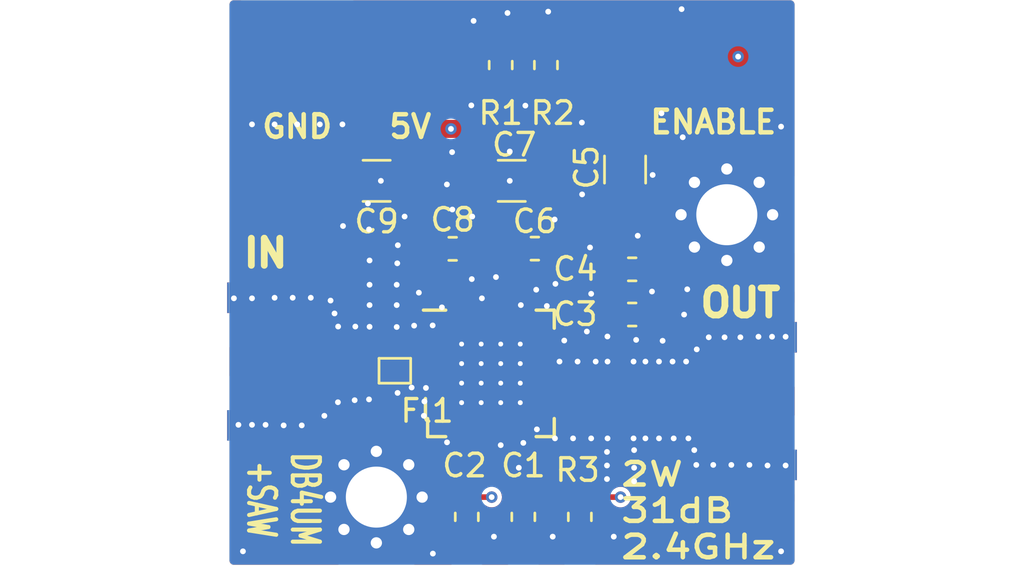
<source format=kicad_pcb>
(kicad_pcb (version 20171130) (host pcbnew "(5.1.5)-3")

  (general
    (thickness 1.6)
    (drawings 29)
    (tracks 313)
    (zones 0)
    (modules 20)
    (nets 8)
  )

  (page User 200 150.012)
  (title_block
    (title "2.4 GHz PA")
    (date 2019-03-04)
    (rev 0.1)
    (company DB4UM)
  )

  (layers
    (0 F.Cu signal)
    (1 In1.Cu signal hide)
    (2 In2.Cu signal hide)
    (31 B.Cu signal hide)
    (32 B.Adhes user hide)
    (33 F.Adhes user hide)
    (34 B.Paste user hide)
    (35 F.Paste user)
    (36 B.SilkS user)
    (37 F.SilkS user)
    (38 B.Mask user hide)
    (39 F.Mask user)
    (40 Dwgs.User user hide)
    (41 Cmts.User user hide)
    (42 Eco1.User user hide)
    (43 Eco2.User user hide)
    (44 Edge.Cuts user)
    (45 Margin user hide)
    (46 B.CrtYd user hide)
    (47 F.CrtYd user hide)
    (48 B.Fab user hide)
    (49 F.Fab user hide)
  )

  (setup
    (last_trace_width 0.25)
    (user_trace_width 0.41)
    (user_trace_width 0.8)
    (trace_clearance 0.2)
    (zone_clearance 0)
    (zone_45_only no)
    (trace_min 0.2)
    (via_size 0.8)
    (via_drill 0.4)
    (via_min_size 0.2)
    (via_min_drill 0.254)
    (user_via 0.51 0.254)
    (uvia_size 0.3)
    (uvia_drill 0.1)
    (uvias_allowed no)
    (uvia_min_size 0.2)
    (uvia_min_drill 0.1)
    (edge_width 0.01)
    (segment_width 0.2)
    (pcb_text_width 0.3)
    (pcb_text_size 1.5 1.5)
    (mod_edge_width 0.15)
    (mod_text_size 1 1)
    (mod_text_width 0.15)
    (pad_size 0.8 0.8)
    (pad_drill 0.5)
    (pad_to_mask_clearance 0.051)
    (solder_mask_min_width 0.25)
    (aux_axis_origin 0 0)
    (visible_elements 7FFFFFFF)
    (pcbplotparams
      (layerselection 0x01020_7ffffff9)
      (usegerberextensions false)
      (usegerberattributes false)
      (usegerberadvancedattributes false)
      (creategerberjobfile false)
      (excludeedgelayer true)
      (linewidth 0.100000)
      (plotframeref false)
      (viasonmask false)
      (mode 1)
      (useauxorigin false)
      (hpglpennumber 1)
      (hpglpenspeed 20)
      (hpglpendiameter 15.000000)
      (psnegative false)
      (psa4output false)
      (plotreference true)
      (plotvalue true)
      (plotinvisibletext false)
      (padsonsilk false)
      (subtractmaskfromsilk false)
      (outputformat 4)
      (mirror false)
      (drillshape 0)
      (scaleselection 1)
      (outputdirectory ""))
  )

  (net 0 "")
  (net 1 GND)
  (net 2 PAEN)
  (net 3 VBIAS)
  (net 4 "Net-(J2-Pad1)")
  (net 5 "Net-(J3-Pad2)")
  (net 6 "Net-(Fl1-PadA)")
  (net 7 "Net-(Fl1-PadC)")

  (net_class Default "This is the default net class."
    (clearance 0.2)
    (trace_width 0.25)
    (via_dia 0.8)
    (via_drill 0.4)
    (uvia_dia 0.3)
    (uvia_drill 0.1)
    (add_net GND)
    (add_net "Net-(Fl1-PadA)")
    (add_net "Net-(Fl1-PadC)")
    (add_net "Net-(J2-Pad1)")
    (add_net "Net-(J3-Pad2)")
    (add_net PAEN)
    (add_net VBIAS)
  )

  (module baum_rf:SMA_Samtec_SMA-J-P-H-ST-EM1_EdgeMount (layer F.Cu) (tedit 5C6B0504) (tstamp 5C74C5E1)
    (at 117 85 180)
    (descr http://suddendocs.samtec.com/prints/sma-j-p-x-st-em1-mkt.pdf)
    (tags SMA)
    (path /5C59C9F7)
    (attr smd)
    (fp_text reference J1 (at -3.5 0 270) (layer F.SilkS) hide
      (effects (font (size 1 1) (thickness 0.15)))
    )
    (fp_text value Conn_Coaxial (at 5 5.9 180) (layer F.Fab)
      (effects (font (size 1 1) (thickness 0.15)))
    )
    (fp_line (start 3.1 0) (end 2.1 0.75) (layer F.Fab) (width 0.1))
    (fp_line (start 2.1 -0.75) (end 3.1 0) (layer F.Fab) (width 0.1))
    (fp_text user %R (at 4.79 0 90) (layer F.Fab)
      (effects (font (size 1 1) (thickness 0.15)))
    )
    (fp_line (start 3 -4) (end -2.6 -4) (layer F.CrtYd) (width 0.05))
    (fp_line (start 12.12 -4.5) (end 12.12 4.5) (layer F.CrtYd) (width 0.05))
    (fp_line (start 3 4) (end -2.6 4) (layer F.CrtYd) (width 0.05))
    (fp_line (start -2.6 4) (end -2.6 -4) (layer F.CrtYd) (width 0.05))
    (fp_line (start 3 -4) (end -2.6 -4) (layer B.CrtYd) (width 0.05))
    (fp_line (start 12.12 -4.5) (end 12.12 4.5) (layer B.CrtYd) (width 0.05))
    (fp_line (start 3 4) (end -2.6 4) (layer B.CrtYd) (width 0.05))
    (fp_line (start -2.6 4) (end -2.6 -4) (layer B.CrtYd) (width 0.05))
    (fp_line (start 11.62 -3.165) (end 11.62 3.165) (layer F.Fab) (width 0.1))
    (fp_line (start -1.71 -3.175) (end 11.62 -3.175) (layer F.Fab) (width 0.1))
    (fp_line (start -1.71 -3.175) (end -1.71 -2.365) (layer F.Fab) (width 0.1))
    (fp_line (start -1.71 -2.365) (end 2.1 -2.365) (layer F.Fab) (width 0.1))
    (fp_line (start 2.1 -2.365) (end 2.1 2.365) (layer F.Fab) (width 0.1))
    (fp_line (start 2.1 2.365) (end -1.71 2.365) (layer F.Fab) (width 0.1))
    (fp_line (start -1.71 2.365) (end -1.71 3.175) (layer F.Fab) (width 0.1))
    (fp_line (start -1.71 3.175) (end 11.62 3.175) (layer F.Fab) (width 0.1))
    (fp_line (start 12.12 4.5) (end 3 4.5) (layer F.CrtYd) (width 0.05))
    (fp_line (start 3 4.5) (end 3 4) (layer F.CrtYd) (width 0.05))
    (fp_line (start 12.12 -4.5) (end 3 -4.5) (layer F.CrtYd) (width 0.05))
    (fp_line (start 3 -4.5) (end 3 -4) (layer F.CrtYd) (width 0.05))
    (fp_line (start 12.12 -4.5) (end 3 -4.5) (layer B.CrtYd) (width 0.05))
    (fp_line (start 3 -4.5) (end 3 -4) (layer B.CrtYd) (width 0.05))
    (fp_line (start 12.12 4.5) (end 3 4.5) (layer B.CrtYd) (width 0.05))
    (fp_line (start 3 4.5) (end 3 4) (layer B.CrtYd) (width 0.05))
    (fp_line (start 2.1 -3.5) (end 2.1 3.5) (layer Dwgs.User) (width 0.1))
    (fp_text user "PCB Edge" (at 2.6 0 270) (layer Dwgs.User)
      (effects (font (size 0.5 0.5) (thickness 0.1)))
    )
    (pad 2 smd rect (at 0 2.825 270) (size 1.35 4.2) (layers B.Cu B.Paste B.Mask)
      (net 1 GND))
    (pad 2 smd rect (at 0 -2.825 270) (size 1.35 4.2) (layers B.Cu B.Paste B.Mask)
      (net 1 GND))
    (pad 2 smd rect (at 0 2.825 270) (size 1.35 4.2) (layers F.Cu F.Paste F.Mask)
      (net 1 GND))
    (pad 2 smd rect (at 0 -2.825 270) (size 1.35 4.2) (layers F.Cu F.Paste F.Mask)
      (net 1 GND))
    (pad 1 smd rect (at 0.2 0 270) (size 1.27 3.6) (layers F.Cu F.Paste F.Mask)
      (net 7 "Net-(Fl1-PadC)"))
    (model C:/Users/b4um/Documents/kicad/libs/132323_3d_model_file.igs
      (offset (xyz 2 0 0.3))
      (scale (xyz 1 1 1))
      (rotate (xyz -90 0 180))
    )
  )

  (module baum_rf:SMA_Samtec_SMA-J-P-H-ST-EM1_EdgeMount (layer F.Cu) (tedit 5C6726C4) (tstamp 5C7D86F1)
    (at 138 86.75)
    (descr http://suddendocs.samtec.com/prints/sma-j-p-x-st-em1-mkt.pdf)
    (tags SMA)
    (path /5C59C8BA)
    (attr smd)
    (fp_text reference J2 (at -3.5 0 90) (layer F.SilkS) hide
      (effects (font (size 1 1) (thickness 0.15)))
    )
    (fp_text value Conn_Coaxial (at 5 5.9) (layer F.Fab) hide
      (effects (font (size 1 1) (thickness 0.15)))
    )
    (fp_text user "PCB Edge" (at 2.6 0 90) (layer Dwgs.User)
      (effects (font (size 0.5 0.5) (thickness 0.1)))
    )
    (fp_line (start 2.1 -3.5) (end 2.1 3.5) (layer Dwgs.User) (width 0.1))
    (fp_line (start 3 4.5) (end 3 4) (layer B.CrtYd) (width 0.05))
    (fp_line (start 12.12 4.5) (end 3 4.5) (layer B.CrtYd) (width 0.05))
    (fp_line (start 3 -4.5) (end 3 -4) (layer B.CrtYd) (width 0.05))
    (fp_line (start 12.12 -4.5) (end 3 -4.5) (layer B.CrtYd) (width 0.05))
    (fp_line (start 3 -4.5) (end 3 -4) (layer F.CrtYd) (width 0.05))
    (fp_line (start 12.12 -4.5) (end 3 -4.5) (layer F.CrtYd) (width 0.05))
    (fp_line (start 3 4.5) (end 3 4) (layer F.CrtYd) (width 0.05))
    (fp_line (start 12.12 4.5) (end 3 4.5) (layer F.CrtYd) (width 0.05))
    (fp_line (start -1.71 3.175) (end 11.62 3.175) (layer F.Fab) (width 0.1))
    (fp_line (start -1.71 2.365) (end -1.71 3.175) (layer F.Fab) (width 0.1))
    (fp_line (start 2.1 2.365) (end -1.71 2.365) (layer F.Fab) (width 0.1))
    (fp_line (start 2.1 -2.365) (end 2.1 2.365) (layer F.Fab) (width 0.1))
    (fp_line (start -1.71 -2.365) (end 2.1 -2.365) (layer F.Fab) (width 0.1))
    (fp_line (start -1.71 -3.175) (end -1.71 -2.365) (layer F.Fab) (width 0.1))
    (fp_line (start -1.71 -3.175) (end 11.62 -3.175) (layer F.Fab) (width 0.1))
    (fp_line (start 11.62 -3.165) (end 11.62 3.165) (layer F.Fab) (width 0.1))
    (fp_line (start -2.6 4) (end -2.6 -4) (layer B.CrtYd) (width 0.05))
    (fp_line (start 3 4) (end -2.6 4) (layer B.CrtYd) (width 0.05))
    (fp_line (start 12.12 -4.5) (end 12.12 4.5) (layer B.CrtYd) (width 0.05))
    (fp_line (start 3 -4) (end -2.6 -4) (layer B.CrtYd) (width 0.05))
    (fp_line (start -2.6 4) (end -2.6 -4) (layer F.CrtYd) (width 0.05))
    (fp_line (start 3 4) (end -2.6 4) (layer F.CrtYd) (width 0.05))
    (fp_line (start 12.12 -4.5) (end 12.12 4.5) (layer F.CrtYd) (width 0.05))
    (fp_line (start 3 -4) (end -2.6 -4) (layer F.CrtYd) (width 0.05))
    (fp_text user %R (at 4.79 0 270) (layer F.Fab)
      (effects (font (size 1 1) (thickness 0.15)))
    )
    (fp_line (start 2.1 -0.75) (end 3.1 0) (layer F.Fab) (width 0.1))
    (fp_line (start 3.1 0) (end 2.1 0.75) (layer F.Fab) (width 0.1))
    (pad 1 smd rect (at 0.2 0 90) (size 1.27 3.6) (layers F.Cu F.Paste F.Mask)
      (net 4 "Net-(J2-Pad1)"))
    (pad 2 smd rect (at 0 -2.825 90) (size 1.35 4.2) (layers F.Cu F.Paste F.Mask)
      (net 1 GND))
    (pad 2 smd rect (at 0 2.825 90) (size 1.35 4.2) (layers F.Cu F.Paste F.Mask)
      (net 1 GND))
    (pad 2 smd rect (at 0 -2.825 90) (size 1.35 4.2) (layers B.Cu B.Paste B.Mask)
      (net 1 GND))
    (pad 2 smd rect (at 0 2.825 90) (size 1.35 4.2) (layers B.Cu B.Paste B.Mask)
      (net 1 GND))
    (model C:/Users/b4um/Documents/kicad/libs/132323_3d_model_file.igs
      (offset (xyz 2 0 0.3))
      (scale (xyz 1 1 1))
      (rotate (xyz -90 0 180))
    )
  )

  (module baum_rf:PinHeader_1x02_P2.54mm_Vertical (layer F.Cu) (tedit 5C648CBC) (tstamp 5C7D8950)
    (at 137.5 71.5 270)
    (descr "Through hole straight pin header, 1x02, 2.54mm pitch, single row")
    (tags "Through hole pin header THT 1x02 2.54mm single row")
    (path /5C634FA1)
    (attr smd)
    (fp_text reference J3 (at 0 -2.33 270) (layer F.SilkS) hide
      (effects (font (size 1 1) (thickness 0.15)))
    )
    (fp_text value Conn_01x02 (at 0 4.87 270) (layer F.Fab)
      (effects (font (size 1 1) (thickness 0.15)))
    )
    (fp_text user %R (at 0 1.27) (layer F.Fab)
      (effects (font (size 1 1) (thickness 0.15)))
    )
    (fp_line (start 1.8 -1.8) (end -1.8 -1.8) (layer F.CrtYd) (width 0.05))
    (fp_line (start -1.8 4.35) (end 1.8 4.35) (layer F.CrtYd) (width 0.05))
    (fp_line (start -1.27 -0.635) (end -0.635 -1.27) (layer F.Fab) (width 0.1))
    (fp_line (start 1.27 3.81) (end -1.27 3.81) (layer F.Fab) (width 0.1))
    (fp_line (start -0.635 -1.27) (end 1.27 -1.27) (layer F.Fab) (width 0.1))
    (pad 2 smd roundrect (at 0 5 270) (size 4 4) (layers F.Cu F.Paste F.Mask) (roundrect_rratio 0.1)
      (net 5 "Net-(J3-Pad2)"))
    (pad 1 smd roundrect (at 0 0 270) (size 4 4) (layers F.Cu F.Paste F.Mask) (roundrect_rratio 0.1)
      (net 2 PAEN))
  )

  (module baum_rf:PinHeader_1x02_P2.54mm_Vertical (layer F.Cu) (tedit 5C671BED) (tstamp 5C7D8746)
    (at 123 71.5 270)
    (descr "Through hole straight pin header, 1x02, 2.54mm pitch, single row")
    (tags "Through hole pin header THT 1x02 2.54mm single row")
    (path /5C633BF7)
    (attr smd)
    (fp_text reference J4 (at 0 -2.33 270) (layer F.SilkS) hide
      (effects (font (size 1 1) (thickness 0.15)))
    )
    (fp_text value Conn_01x02 (at 0 4.87 270) (layer F.Fab)
      (effects (font (size 1 1) (thickness 0.15)))
    )
    (fp_text user %R (at 0 1.27) (layer F.Fab)
      (effects (font (size 1 1) (thickness 0.15)))
    )
    (fp_line (start 1.8 -1.8) (end -1.8 -1.8) (layer F.CrtYd) (width 0.05))
    (fp_line (start -1.8 4.35) (end 1.8 4.35) (layer F.CrtYd) (width 0.05))
    (fp_line (start -1.27 -0.635) (end -0.635 -1.27) (layer F.Fab) (width 0.1))
    (fp_line (start 1.27 3.81) (end -1.27 3.81) (layer F.Fab) (width 0.1))
    (fp_line (start -0.635 -1.27) (end 1.27 -1.27) (layer F.Fab) (width 0.1))
    (pad 2 smd roundrect (at 0 5 270) (size 4 4) (layers F.Cu F.Paste F.Mask) (roundrect_rratio 0.1)
      (net 1 GND))
    (pad 1 smd roundrect (at 0 0 270) (size 4 4) (layers F.Cu F.Paste F.Mask) (roundrect_rratio 0.1)
      (net 3 VBIAS))
  )

  (module MountingHole:MountingHole_2.7mm_M2.5_Pad_Via (layer F.Cu) (tedit 5C648653) (tstamp 5C7D867E)
    (at 137 78.5)
    (descr "Mounting Hole 2.7mm")
    (tags "mounting hole 2.7mm")
    (attr virtual)
    (fp_text reference REF** (at 0 -3.7 90) (layer F.SilkS) hide
      (effects (font (size 1 1) (thickness 0.15)))
    )
    (fp_text value MountingHole_2.7mm_M2.5_Pad_Via (at 0 3.7) (layer F.Fab)
      (effects (font (size 1 1) (thickness 0.15)))
    )
    (fp_text user %R (at 0.3 0) (layer F.Fab)
      (effects (font (size 1 1) (thickness 0.15)))
    )
    (fp_circle (center 0 0) (end 2.7 0) (layer Cmts.User) (width 0.15))
    (fp_circle (center 0 0) (end 2.95 0) (layer F.CrtYd) (width 0.05))
    (pad 1 thru_hole circle (at 0 0) (size 5.4 5.4) (drill 2.7) (layers *.Cu *.Mask)
      (net 1 GND))
    (pad 1 thru_hole circle (at 2.025 0) (size 0.8 0.8) (drill 0.5) (layers *.Cu *.Mask)
      (net 1 GND))
    (pad 1 thru_hole circle (at 1.431891 1.431891) (size 0.8 0.8) (drill 0.5) (layers *.Cu *.Mask)
      (net 1 GND))
    (pad 1 thru_hole circle (at 0 2.025) (size 0.8 0.8) (drill 0.5) (layers *.Cu *.Mask)
      (net 1 GND))
    (pad 1 thru_hole circle (at -1.431891 1.431891) (size 0.8 0.8) (drill 0.5) (layers *.Cu *.Mask)
      (net 1 GND))
    (pad 1 thru_hole circle (at -2.025 0) (size 0.8 0.8) (drill 0.5) (layers *.Cu *.Mask)
      (net 1 GND))
    (pad 1 thru_hole circle (at -1.431891 -1.431891) (size 0.8 0.8) (drill 0.5) (layers *.Cu *.Mask)
      (net 1 GND))
    (pad 1 thru_hole circle (at 0 -2.025) (size 0.8 0.8) (drill 0.5) (layers *.Cu *.Mask)
      (net 1 GND))
    (pad 1 thru_hole circle (at 1.431891 -1.431891) (size 0.8 0.8) (drill 0.5) (layers *.Cu *.Mask)
      (net 1 GND))
  )

  (module baum_rf:QFN-16_EP_5.3x5.3_Pitch0.8mm (layer F.Cu) (tedit 5C671BC8) (tstamp 5C7D87FF)
    (at 126.5675 85.5225)
    (path /5C5A0014)
    (attr smd)
    (fp_text reference U1 (at 0 -3.985) (layer F.SilkS) hide
      (effects (font (size 1 1) (thickness 0.15)))
    )
    (fp_text value SKY66295 (at 0 3.985) (layer F.Fab)
      (effects (font (size 1 1) (thickness 0.15)))
    )
    (fp_line (start -1.65 -2.65) (end -2.65 -1.65) (layer F.Fab) (width 0.15))
    (fp_line (start -2.65 -1.65) (end -2.65 2.65) (layer F.Fab) (width 0.15))
    (fp_line (start -2.65 2.65) (end 2.65 2.65) (layer F.Fab) (width 0.15))
    (fp_line (start 2.65 2.65) (end 2.65 -2.65) (layer F.Fab) (width 0.15))
    (fp_line (start 2.65 -2.65) (end -1.65 -2.65) (layer F.Fab) (width 0.15))
    (fp_line (start 2 -2.8) (end 2.8 -2.8) (layer F.SilkS) (width 0.15))
    (fp_line (start 2.8 -2.8) (end 2.8 -2) (layer F.SilkS) (width 0.15))
    (fp_line (start 2 2.8) (end 2.8 2.8) (layer F.SilkS) (width 0.15))
    (fp_line (start 2.8 2.8) (end 2.8 2) (layer F.SilkS) (width 0.15))
    (fp_line (start -2 2.8) (end -2.8 2.8) (layer F.SilkS) (width 0.15))
    (fp_line (start -2.8 2.8) (end -2.8 2) (layer F.SilkS) (width 0.15))
    (fp_line (start -2 -2.8) (end -2.985 -2.8) (layer F.SilkS) (width 0.15))
    (fp_line (start -3.25 -3.25) (end 3.25 -3.25) (layer F.CrtYd) (width 0.05))
    (fp_line (start 3.25 -3.25) (end 3.25 3.25) (layer F.CrtYd) (width 0.05))
    (fp_line (start 3.25 3.25) (end -3.25 3.25) (layer F.CrtYd) (width 0.05))
    (fp_line (start -3.25 3.25) (end -3.25 -3.25) (layer F.CrtYd) (width 0.05))
    (pad 1 smd rect (at -2.315 -1.2 90) (size 0.5 0.67) (layers F.Cu F.Paste F.Mask)
      (net 1 GND))
    (pad 2 smd rect (at -2.315 -0.4 90) (size 0.5 0.67) (layers F.Cu F.Paste F.Mask)
      (net 6 "Net-(Fl1-PadA)"))
    (pad 3 smd rect (at -2.315 0.4 90) (size 0.5 0.67) (layers F.Cu F.Paste F.Mask)
      (net 1 GND))
    (pad 4 smd rect (at -2.315 1.2 90) (size 0.5 0.67) (layers F.Cu F.Paste F.Mask)
      (net 1 GND))
    (pad 5 smd rect (at -1.2 2.315) (size 0.5 0.67) (layers F.Cu F.Paste F.Mask)
      (net 3 VBIAS))
    (pad 6 smd rect (at -0.4 2.315) (size 0.5 0.67) (layers F.Cu F.Paste F.Mask)
      (net 2 PAEN))
    (pad 7 smd rect (at 0.4 2.315) (size 0.5 0.67) (layers F.Cu F.Paste F.Mask)
      (net 1 GND))
    (pad 8 smd rect (at 1.2 2.315) (size 0.5 0.67) (layers F.Cu F.Paste F.Mask)
      (net 1 GND))
    (pad 9 smd rect (at 2.315 1.2 90) (size 0.5 0.67) (layers F.Cu F.Paste F.Mask)
      (net 4 "Net-(J2-Pad1)"))
    (pad 10 smd rect (at 2.315 0.4 90) (size 0.5 0.67) (layers F.Cu F.Paste F.Mask)
      (net 1 GND))
    (pad 11 smd rect (at 2.315 -0.4 90) (size 0.5 0.67) (layers F.Cu F.Paste F.Mask)
      (net 1 GND))
    (pad 12 smd rect (at 2.315 -1.2 90) (size 0.5 0.67) (layers F.Cu F.Paste F.Mask)
      (net 3 VBIAS))
    (pad 13 smd rect (at 1.2 -2.315) (size 0.5 0.67) (layers F.Cu F.Paste F.Mask)
      (net 1 GND))
    (pad 14 smd rect (at 0.4 -2.315) (size 0.5 0.67) (layers F.Cu F.Paste F.Mask)
      (net 3 VBIAS))
    (pad 15 smd rect (at -0.4 -2.315) (size 0.5 0.67) (layers F.Cu F.Paste F.Mask)
      (net 1 GND))
    (pad 16 smd rect (at -1.2 -2.315) (size 0.5 0.67) (layers F.Cu F.Paste F.Mask)
      (net 3 VBIAS))
    (pad 17 smd rect (at -1.2975 -1.2975) (size 0.865 0.865) (layers F.Cu F.Paste F.Mask)
      (net 1 GND) (solder_paste_margin -0.1))
    (pad 17 smd rect (at -1.2975 -0.4325) (size 0.865 0.865) (layers F.Cu F.Paste F.Mask)
      (net 1 GND) (solder_paste_margin -0.1))
    (pad 17 smd rect (at -1.2975 0.4325) (size 0.865 0.865) (layers F.Cu F.Paste F.Mask)
      (net 1 GND) (solder_paste_margin -0.1))
    (pad 17 smd rect (at -1.2975 1.2975) (size 0.865 0.865) (layers F.Cu F.Paste F.Mask)
      (net 1 GND) (solder_paste_margin -0.1))
    (pad 17 smd rect (at -0.4325 -1.2975) (size 0.865 0.865) (layers F.Cu F.Paste F.Mask)
      (net 1 GND) (solder_paste_margin -0.1))
    (pad 17 smd rect (at -0.4325 -0.4325) (size 0.865 0.865) (layers F.Cu F.Paste F.Mask)
      (net 1 GND) (solder_paste_margin -0.1))
    (pad 17 smd rect (at -0.4325 0.4325) (size 0.865 0.865) (layers F.Cu F.Paste F.Mask)
      (net 1 GND) (solder_paste_margin -0.1))
    (pad 17 smd rect (at -0.4325 1.2975) (size 0.865 0.865) (layers F.Cu F.Paste F.Mask)
      (net 1 GND) (solder_paste_margin -0.1))
    (pad 17 smd rect (at 0.4325 -1.2975) (size 0.865 0.865) (layers F.Cu F.Paste F.Mask)
      (net 1 GND) (solder_paste_margin -0.1))
    (pad 17 smd rect (at 0.4325 -0.4325) (size 0.865 0.865) (layers F.Cu F.Paste F.Mask)
      (net 1 GND) (solder_paste_margin -0.1))
    (pad 17 smd rect (at 0.4325 0.4325) (size 0.865 0.865) (layers F.Cu F.Paste F.Mask)
      (net 1 GND) (solder_paste_margin -0.1))
    (pad 17 smd rect (at 0.4325 1.2975) (size 0.865 0.865) (layers F.Cu F.Paste F.Mask)
      (net 1 GND) (solder_paste_margin -0.1))
    (pad 17 smd rect (at 1.2975 -1.2975) (size 0.865 0.865) (layers F.Cu F.Paste F.Mask)
      (net 1 GND) (solder_paste_margin -0.1))
    (pad 17 smd rect (at 1.2975 -0.4325) (size 0.865 0.865) (layers F.Cu F.Paste F.Mask)
      (net 1 GND) (solder_paste_margin -0.1))
    (pad 17 smd rect (at 1.2975 0.4325) (size 0.865 0.865) (layers F.Cu F.Paste F.Mask)
      (net 1 GND) (solder_paste_margin -0.1))
    (pad 17 smd rect (at 1.2975 1.2975) (size 0.865 0.865) (layers F.Cu F.Paste F.Mask)
      (net 1 GND) (solder_paste_margin -0.1))
    (pad 17 thru_hole circle (at -1.2975 -1.2975) (size 0.4325 0.4325) (drill 0.21625) (layers *.Cu *.Mask)
      (net 1 GND))
    (pad 17 thru_hole circle (at -1.2975 -0.4325) (size 0.4325 0.4325) (drill 0.21625) (layers *.Cu *.Mask)
      (net 1 GND))
    (pad 17 thru_hole circle (at -1.2975 0.4325) (size 0.4325 0.4325) (drill 0.21625) (layers *.Cu *.Mask)
      (net 1 GND))
    (pad 17 thru_hole circle (at -1.2975 1.2975) (size 0.4325 0.4325) (drill 0.21625) (layers *.Cu *.Mask)
      (net 1 GND))
    (pad 17 thru_hole circle (at -0.4325 -1.2975) (size 0.4325 0.4325) (drill 0.21625) (layers *.Cu *.Mask)
      (net 1 GND))
    (pad 17 thru_hole circle (at -0.4325 -0.4325) (size 0.4325 0.4325) (drill 0.21625) (layers *.Cu *.Mask)
      (net 1 GND))
    (pad 17 thru_hole circle (at -0.4325 0.4325) (size 0.4325 0.4325) (drill 0.21625) (layers *.Cu *.Mask)
      (net 1 GND))
    (pad 17 thru_hole circle (at -0.4325 1.2975) (size 0.4325 0.4325) (drill 0.21625) (layers *.Cu *.Mask)
      (net 1 GND))
    (pad 17 thru_hole circle (at 0.4325 -1.2975) (size 0.4325 0.4325) (drill 0.21625) (layers *.Cu *.Mask)
      (net 1 GND))
    (pad 17 thru_hole circle (at 0.4325 -0.4325) (size 0.4325 0.4325) (drill 0.21625) (layers *.Cu *.Mask)
      (net 1 GND))
    (pad 17 thru_hole circle (at 0.4325 0.4325) (size 0.4325 0.4325) (drill 0.21625) (layers *.Cu *.Mask)
      (net 1 GND))
    (pad 17 thru_hole circle (at 0.4325 1.2975) (size 0.4325 0.4325) (drill 0.21625) (layers *.Cu *.Mask)
      (net 1 GND))
    (pad 17 thru_hole circle (at 1.2975 -1.2975) (size 0.4325 0.4325) (drill 0.21625) (layers *.Cu *.Mask)
      (net 1 GND))
    (pad 17 thru_hole circle (at 1.2975 -0.4325) (size 0.4325 0.4325) (drill 0.21625) (layers *.Cu *.Mask)
      (net 1 GND))
    (pad 17 thru_hole circle (at 1.2975 0.4325) (size 0.4325 0.4325) (drill 0.21625) (layers *.Cu *.Mask)
      (net 1 GND))
    (pad 17 thru_hole circle (at 1.2975 1.2975) (size 0.4325 0.4325) (drill 0.21625) (layers *.Cu *.Mask)
      (net 1 GND))
    (model ${KISYS3DMOD}/Package_DFN_QFN.3dshapes/QFN-16-1EP_4x4mm_Pitch0.65mm.step
      (at (xyz 0 0 0))
      (scale (xyz 1.2 1.2 1))
      (rotate (xyz 0 0 0))
    )
  )

  (module Capacitor_SMD:C_0603_1608Metric_Pad1.05x0.95mm_HandSolder (layer F.Cu) (tedit 5B301BBE) (tstamp 5C7D8895)
    (at 128 91.875 270)
    (descr "Capacitor SMD 0603 (1608 Metric), square (rectangular) end terminal, IPC_7351 nominal with elongated pad for handsoldering. (Body size source: http://www.tortai-tech.com/upload/download/2011102023233369053.pdf), generated with kicad-footprint-generator")
    (tags "capacitor handsolder")
    (path /5C5A09C5)
    (attr smd)
    (fp_text reference C1 (at -2.275 0) (layer F.SilkS)
      (effects (font (size 1 1) (thickness 0.15)))
    )
    (fp_text value 3.3n (at 0 1.43 270) (layer F.Fab)
      (effects (font (size 1 1) (thickness 0.15)))
    )
    (fp_text user %R (at 0 0 270) (layer F.Fab)
      (effects (font (size 0.4 0.4) (thickness 0.06)))
    )
    (fp_line (start 1.65 0.73) (end -1.65 0.73) (layer F.CrtYd) (width 0.05))
    (fp_line (start 1.65 -0.73) (end 1.65 0.73) (layer F.CrtYd) (width 0.05))
    (fp_line (start -1.65 -0.73) (end 1.65 -0.73) (layer F.CrtYd) (width 0.05))
    (fp_line (start -1.65 0.73) (end -1.65 -0.73) (layer F.CrtYd) (width 0.05))
    (fp_line (start -0.171267 0.51) (end 0.171267 0.51) (layer F.SilkS) (width 0.12))
    (fp_line (start -0.171267 -0.51) (end 0.171267 -0.51) (layer F.SilkS) (width 0.12))
    (fp_line (start 0.8 0.4) (end -0.8 0.4) (layer F.Fab) (width 0.1))
    (fp_line (start 0.8 -0.4) (end 0.8 0.4) (layer F.Fab) (width 0.1))
    (fp_line (start -0.8 -0.4) (end 0.8 -0.4) (layer F.Fab) (width 0.1))
    (fp_line (start -0.8 0.4) (end -0.8 -0.4) (layer F.Fab) (width 0.1))
    (pad 2 smd roundrect (at 0.875 0 270) (size 1.05 0.95) (layers F.Cu F.Paste F.Mask) (roundrect_rratio 0.25)
      (net 1 GND))
    (pad 1 smd roundrect (at -0.875 0 270) (size 1.05 0.95) (layers F.Cu F.Paste F.Mask) (roundrect_rratio 0.25)
      (net 2 PAEN))
    (model ${KISYS3DMOD}/Capacitor_SMD.3dshapes/C_0603_1608Metric.wrl
      (at (xyz 0 0 0))
      (scale (xyz 1 1 1))
      (rotate (xyz 0 0 0))
    )
  )

  (module Capacitor_SMD:C_0603_1608Metric_Pad1.05x0.95mm_HandSolder (layer F.Cu) (tedit 5B301BBE) (tstamp 5C7D8925)
    (at 125.5 91.875 270)
    (descr "Capacitor SMD 0603 (1608 Metric), square (rectangular) end terminal, IPC_7351 nominal with elongated pad for handsoldering. (Body size source: http://www.tortai-tech.com/upload/download/2011102023233369053.pdf), generated with kicad-footprint-generator")
    (tags "capacitor handsolder")
    (path /5C5A093F)
    (attr smd)
    (fp_text reference C2 (at -2.275 0.1) (layer F.SilkS)
      (effects (font (size 1 1) (thickness 0.15)))
    )
    (fp_text value 1u (at 0 1.43 270) (layer F.Fab)
      (effects (font (size 1 1) (thickness 0.15)))
    )
    (fp_line (start -0.8 0.4) (end -0.8 -0.4) (layer F.Fab) (width 0.1))
    (fp_line (start -0.8 -0.4) (end 0.8 -0.4) (layer F.Fab) (width 0.1))
    (fp_line (start 0.8 -0.4) (end 0.8 0.4) (layer F.Fab) (width 0.1))
    (fp_line (start 0.8 0.4) (end -0.8 0.4) (layer F.Fab) (width 0.1))
    (fp_line (start -0.171267 -0.51) (end 0.171267 -0.51) (layer F.SilkS) (width 0.12))
    (fp_line (start -0.171267 0.51) (end 0.171267 0.51) (layer F.SilkS) (width 0.12))
    (fp_line (start -1.65 0.73) (end -1.65 -0.73) (layer F.CrtYd) (width 0.05))
    (fp_line (start -1.65 -0.73) (end 1.65 -0.73) (layer F.CrtYd) (width 0.05))
    (fp_line (start 1.65 -0.73) (end 1.65 0.73) (layer F.CrtYd) (width 0.05))
    (fp_line (start 1.65 0.73) (end -1.65 0.73) (layer F.CrtYd) (width 0.05))
    (fp_text user %R (at 0 0 270) (layer F.Fab)
      (effects (font (size 0.4 0.4) (thickness 0.06)))
    )
    (pad 1 smd roundrect (at -0.875 0 270) (size 1.05 0.95) (layers F.Cu F.Paste F.Mask) (roundrect_rratio 0.25)
      (net 3 VBIAS))
    (pad 2 smd roundrect (at 0.875 0 270) (size 1.05 0.95) (layers F.Cu F.Paste F.Mask) (roundrect_rratio 0.25)
      (net 1 GND))
    (model ${KISYS3DMOD}/Capacitor_SMD.3dshapes/C_0603_1608Metric.wrl
      (at (xyz 0 0 0))
      (scale (xyz 1 1 1))
      (rotate (xyz 0 0 0))
    )
  )

  (module Capacitor_SMD:C_0603_1608Metric_Pad1.05x0.95mm_HandSolder (layer F.Cu) (tedit 5B301BBE) (tstamp 5C7D86AC)
    (at 132.814725 82.91669)
    (descr "Capacitor SMD 0603 (1608 Metric), square (rectangular) end terminal, IPC_7351 nominal with elongated pad for handsoldering. (Body size source: http://www.tortai-tech.com/upload/download/2011102023233369053.pdf), generated with kicad-footprint-generator")
    (tags "capacitor handsolder")
    (path /5C5A0A11)
    (attr smd)
    (fp_text reference C3 (at -2.514725 -0.01669) (layer F.SilkS)
      (effects (font (size 1 1) (thickness 0.15)))
    )
    (fp_text value 100p (at 0 1.43) (layer F.Fab)
      (effects (font (size 1 1) (thickness 0.15)))
    )
    (fp_line (start -0.8 0.4) (end -0.8 -0.4) (layer F.Fab) (width 0.1))
    (fp_line (start -0.8 -0.4) (end 0.8 -0.4) (layer F.Fab) (width 0.1))
    (fp_line (start 0.8 -0.4) (end 0.8 0.4) (layer F.Fab) (width 0.1))
    (fp_line (start 0.8 0.4) (end -0.8 0.4) (layer F.Fab) (width 0.1))
    (fp_line (start -0.171267 -0.51) (end 0.171267 -0.51) (layer F.SilkS) (width 0.12))
    (fp_line (start -0.171267 0.51) (end 0.171267 0.51) (layer F.SilkS) (width 0.12))
    (fp_line (start -1.65 0.73) (end -1.65 -0.73) (layer F.CrtYd) (width 0.05))
    (fp_line (start -1.65 -0.73) (end 1.65 -0.73) (layer F.CrtYd) (width 0.05))
    (fp_line (start 1.65 -0.73) (end 1.65 0.73) (layer F.CrtYd) (width 0.05))
    (fp_line (start 1.65 0.73) (end -1.65 0.73) (layer F.CrtYd) (width 0.05))
    (fp_text user %R (at 0 0) (layer F.Fab)
      (effects (font (size 0.4 0.4) (thickness 0.06)))
    )
    (pad 1 smd roundrect (at -0.875 0) (size 1.05 0.95) (layers F.Cu F.Paste F.Mask) (roundrect_rratio 0.25)
      (net 3 VBIAS))
    (pad 2 smd roundrect (at 0.875 0) (size 1.05 0.95) (layers F.Cu F.Paste F.Mask) (roundrect_rratio 0.25)
      (net 1 GND))
    (model ${KISYS3DMOD}/Capacitor_SMD.3dshapes/C_0603_1608Metric.wrl
      (at (xyz 0 0 0))
      (scale (xyz 1 1 1))
      (rotate (xyz 0 0 0))
    )
  )

  (module Capacitor_SMD:C_0603_1608Metric_Pad1.05x0.95mm_HandSolder (layer F.Cu) (tedit 5B301BBE) (tstamp 5C7D89A6)
    (at 132.814725 80.91669)
    (descr "Capacitor SMD 0603 (1608 Metric), square (rectangular) end terminal, IPC_7351 nominal with elongated pad for handsoldering. (Body size source: http://www.tortai-tech.com/upload/download/2011102023233369053.pdf), generated with kicad-footprint-generator")
    (tags "capacitor handsolder")
    (path /5C5A0AAB)
    (attr smd)
    (fp_text reference C4 (at -2.514725 -0.01669) (layer F.SilkS)
      (effects (font (size 1 1) (thickness 0.15)))
    )
    (fp_text value 3.3n (at 0 1.43) (layer F.Fab)
      (effects (font (size 1 1) (thickness 0.15)))
    )
    (fp_text user %R (at 0 0) (layer F.Fab)
      (effects (font (size 0.4 0.4) (thickness 0.06)))
    )
    (fp_line (start 1.65 0.73) (end -1.65 0.73) (layer F.CrtYd) (width 0.05))
    (fp_line (start 1.65 -0.73) (end 1.65 0.73) (layer F.CrtYd) (width 0.05))
    (fp_line (start -1.65 -0.73) (end 1.65 -0.73) (layer F.CrtYd) (width 0.05))
    (fp_line (start -1.65 0.73) (end -1.65 -0.73) (layer F.CrtYd) (width 0.05))
    (fp_line (start -0.171267 0.51) (end 0.171267 0.51) (layer F.SilkS) (width 0.12))
    (fp_line (start -0.171267 -0.51) (end 0.171267 -0.51) (layer F.SilkS) (width 0.12))
    (fp_line (start 0.8 0.4) (end -0.8 0.4) (layer F.Fab) (width 0.1))
    (fp_line (start 0.8 -0.4) (end 0.8 0.4) (layer F.Fab) (width 0.1))
    (fp_line (start -0.8 -0.4) (end 0.8 -0.4) (layer F.Fab) (width 0.1))
    (fp_line (start -0.8 0.4) (end -0.8 -0.4) (layer F.Fab) (width 0.1))
    (pad 2 smd roundrect (at 0.875 0) (size 1.05 0.95) (layers F.Cu F.Paste F.Mask) (roundrect_rratio 0.25)
      (net 1 GND))
    (pad 1 smd roundrect (at -0.875 0) (size 1.05 0.95) (layers F.Cu F.Paste F.Mask) (roundrect_rratio 0.25)
      (net 3 VBIAS))
    (model ${KISYS3DMOD}/Capacitor_SMD.3dshapes/C_0603_1608Metric.wrl
      (at (xyz 0 0 0))
      (scale (xyz 1 1 1))
      (rotate (xyz 0 0 0))
    )
  )

  (module Capacitor_SMD:C_1206_3216Metric_Pad1.42x1.75mm_HandSolder (layer F.Cu) (tedit 5B301BBE) (tstamp 5C7D8976)
    (at 132.5 76.5 90)
    (descr "Capacitor SMD 1206 (3216 Metric), square (rectangular) end terminal, IPC_7351 nominal with elongated pad for handsoldering. (Body size source: http://www.tortai-tech.com/upload/download/2011102023233369053.pdf), generated with kicad-footprint-generator")
    (tags "capacitor handsolder")
    (path /5C5A0AFB)
    (attr smd)
    (fp_text reference C5 (at 0.1 -1.7 90) (layer F.SilkS)
      (effects (font (size 1 1) (thickness 0.15)))
    )
    (fp_text value 10u (at 0 1.82 90) (layer F.Fab)
      (effects (font (size 1 1) (thickness 0.15)))
    )
    (fp_line (start -1.6 0.8) (end -1.6 -0.8) (layer F.Fab) (width 0.1))
    (fp_line (start -1.6 -0.8) (end 1.6 -0.8) (layer F.Fab) (width 0.1))
    (fp_line (start 1.6 -0.8) (end 1.6 0.8) (layer F.Fab) (width 0.1))
    (fp_line (start 1.6 0.8) (end -1.6 0.8) (layer F.Fab) (width 0.1))
    (fp_line (start -0.602064 -0.91) (end 0.602064 -0.91) (layer F.SilkS) (width 0.12))
    (fp_line (start -0.602064 0.91) (end 0.602064 0.91) (layer F.SilkS) (width 0.12))
    (fp_line (start -2.45 1.12) (end -2.45 -1.12) (layer F.CrtYd) (width 0.05))
    (fp_line (start -2.45 -1.12) (end 2.45 -1.12) (layer F.CrtYd) (width 0.05))
    (fp_line (start 2.45 -1.12) (end 2.45 1.12) (layer F.CrtYd) (width 0.05))
    (fp_line (start 2.45 1.12) (end -2.45 1.12) (layer F.CrtYd) (width 0.05))
    (fp_text user %R (at 0 0 90) (layer F.Fab)
      (effects (font (size 0.8 0.8) (thickness 0.12)))
    )
    (pad 1 smd roundrect (at -1.4875 0 90) (size 1.425 1.75) (layers F.Cu F.Paste F.Mask) (roundrect_rratio 0.175439)
      (net 3 VBIAS))
    (pad 2 smd roundrect (at 1.4875 0 90) (size 1.425 1.75) (layers F.Cu F.Paste F.Mask) (roundrect_rratio 0.175439)
      (net 1 GND))
    (model ${KISYS3DMOD}/Capacitor_SMD.3dshapes/C_1206_3216Metric.wrl
      (at (xyz 0 0 0))
      (scale (xyz 1 1 1))
      (rotate (xyz 0 0 0))
    )
  )

  (module Capacitor_SMD:C_0603_1608Metric_Pad1.05x0.95mm_HandSolder (layer F.Cu) (tedit 5B301BBE) (tstamp 5C7D879C)
    (at 128.51 80)
    (descr "Capacitor SMD 0603 (1608 Metric), square (rectangular) end terminal, IPC_7351 nominal with elongated pad for handsoldering. (Body size source: http://www.tortai-tech.com/upload/download/2011102023233369053.pdf), generated with kicad-footprint-generator")
    (tags "capacitor handsolder")
    (path /5C5A1157)
    (attr smd)
    (fp_text reference C6 (at 0 -1.21) (layer F.SilkS)
      (effects (font (size 1 1) (thickness 0.15)))
    )
    (fp_text value 3.3n (at 0 1.43) (layer F.Fab)
      (effects (font (size 1 1) (thickness 0.15)))
    )
    (fp_text user %R (at 0 0) (layer F.Fab)
      (effects (font (size 0.4 0.4) (thickness 0.06)))
    )
    (fp_line (start 1.65 0.73) (end -1.65 0.73) (layer F.CrtYd) (width 0.05))
    (fp_line (start 1.65 -0.73) (end 1.65 0.73) (layer F.CrtYd) (width 0.05))
    (fp_line (start -1.65 -0.73) (end 1.65 -0.73) (layer F.CrtYd) (width 0.05))
    (fp_line (start -1.65 0.73) (end -1.65 -0.73) (layer F.CrtYd) (width 0.05))
    (fp_line (start -0.171267 0.51) (end 0.171267 0.51) (layer F.SilkS) (width 0.12))
    (fp_line (start -0.171267 -0.51) (end 0.171267 -0.51) (layer F.SilkS) (width 0.12))
    (fp_line (start 0.8 0.4) (end -0.8 0.4) (layer F.Fab) (width 0.1))
    (fp_line (start 0.8 -0.4) (end 0.8 0.4) (layer F.Fab) (width 0.1))
    (fp_line (start -0.8 -0.4) (end 0.8 -0.4) (layer F.Fab) (width 0.1))
    (fp_line (start -0.8 0.4) (end -0.8 -0.4) (layer F.Fab) (width 0.1))
    (pad 2 smd roundrect (at 0.875 0) (size 1.05 0.95) (layers F.Cu F.Paste F.Mask) (roundrect_rratio 0.25)
      (net 1 GND))
    (pad 1 smd roundrect (at -0.875 0) (size 1.05 0.95) (layers F.Cu F.Paste F.Mask) (roundrect_rratio 0.25)
      (net 3 VBIAS))
    (model ${KISYS3DMOD}/Capacitor_SMD.3dshapes/C_0603_1608Metric.wrl
      (at (xyz 0 0 0))
      (scale (xyz 1 1 1))
      (rotate (xyz 0 0 0))
    )
  )

  (module Capacitor_SMD:C_1206_3216Metric_Pad1.42x1.75mm_HandSolder (layer F.Cu) (tedit 5B301BBE) (tstamp 5C7D88F5)
    (at 127.4875 77)
    (descr "Capacitor SMD 1206 (3216 Metric), square (rectangular) end terminal, IPC_7351 nominal with elongated pad for handsoldering. (Body size source: http://www.tortai-tech.com/upload/download/2011102023233369053.pdf), generated with kicad-footprint-generator")
    (tags "capacitor handsolder")
    (path /5C5A1191)
    (attr smd)
    (fp_text reference C7 (at 0.1125 -1.6) (layer F.SilkS)
      (effects (font (size 1 1) (thickness 0.15)))
    )
    (fp_text value 10u (at 0 1.82) (layer F.Fab)
      (effects (font (size 1 1) (thickness 0.15)))
    )
    (fp_line (start -1.6 0.8) (end -1.6 -0.8) (layer F.Fab) (width 0.1))
    (fp_line (start -1.6 -0.8) (end 1.6 -0.8) (layer F.Fab) (width 0.1))
    (fp_line (start 1.6 -0.8) (end 1.6 0.8) (layer F.Fab) (width 0.1))
    (fp_line (start 1.6 0.8) (end -1.6 0.8) (layer F.Fab) (width 0.1))
    (fp_line (start -0.602064 -0.91) (end 0.602064 -0.91) (layer F.SilkS) (width 0.12))
    (fp_line (start -0.602064 0.91) (end 0.602064 0.91) (layer F.SilkS) (width 0.12))
    (fp_line (start -2.45 1.12) (end -2.45 -1.12) (layer F.CrtYd) (width 0.05))
    (fp_line (start -2.45 -1.12) (end 2.45 -1.12) (layer F.CrtYd) (width 0.05))
    (fp_line (start 2.45 -1.12) (end 2.45 1.12) (layer F.CrtYd) (width 0.05))
    (fp_line (start 2.45 1.12) (end -2.45 1.12) (layer F.CrtYd) (width 0.05))
    (fp_text user %R (at 0 0) (layer F.Fab)
      (effects (font (size 0.8 0.8) (thickness 0.12)))
    )
    (pad 1 smd roundrect (at -1.4875 0) (size 1.425 1.75) (layers F.Cu F.Paste F.Mask) (roundrect_rratio 0.175439)
      (net 3 VBIAS))
    (pad 2 smd roundrect (at 1.4875 0) (size 1.425 1.75) (layers F.Cu F.Paste F.Mask) (roundrect_rratio 0.175439)
      (net 1 GND))
    (model ${KISYS3DMOD}/Capacitor_SMD.3dshapes/C_1206_3216Metric.wrl
      (at (xyz 0 0 0))
      (scale (xyz 1 1 1))
      (rotate (xyz 0 0 0))
    )
  )

  (module Capacitor_SMD:C_0603_1608Metric_Pad1.05x0.95mm_HandSolder (layer F.Cu) (tedit 5B301BBE) (tstamp 5C7D88C5)
    (at 124.875 80.01)
    (descr "Capacitor SMD 0603 (1608 Metric), square (rectangular) end terminal, IPC_7351 nominal with elongated pad for handsoldering. (Body size source: http://www.tortai-tech.com/upload/download/2011102023233369053.pdf), generated with kicad-footprint-generator")
    (tags "capacitor handsolder")
    (path /5C5A0BC9)
    (attr smd)
    (fp_text reference C8 (at 0 -1.285) (layer F.SilkS)
      (effects (font (size 1 1) (thickness 0.15)))
    )
    (fp_text value 3.3n (at 0 1.43) (layer F.Fab)
      (effects (font (size 1 1) (thickness 0.15)))
    )
    (fp_line (start -0.8 0.4) (end -0.8 -0.4) (layer F.Fab) (width 0.1))
    (fp_line (start -0.8 -0.4) (end 0.8 -0.4) (layer F.Fab) (width 0.1))
    (fp_line (start 0.8 -0.4) (end 0.8 0.4) (layer F.Fab) (width 0.1))
    (fp_line (start 0.8 0.4) (end -0.8 0.4) (layer F.Fab) (width 0.1))
    (fp_line (start -0.171267 -0.51) (end 0.171267 -0.51) (layer F.SilkS) (width 0.12))
    (fp_line (start -0.171267 0.51) (end 0.171267 0.51) (layer F.SilkS) (width 0.12))
    (fp_line (start -1.65 0.73) (end -1.65 -0.73) (layer F.CrtYd) (width 0.05))
    (fp_line (start -1.65 -0.73) (end 1.65 -0.73) (layer F.CrtYd) (width 0.05))
    (fp_line (start 1.65 -0.73) (end 1.65 0.73) (layer F.CrtYd) (width 0.05))
    (fp_line (start 1.65 0.73) (end -1.65 0.73) (layer F.CrtYd) (width 0.05))
    (fp_text user %R (at 0 0) (layer F.Fab)
      (effects (font (size 0.4 0.4) (thickness 0.06)))
    )
    (pad 1 smd roundrect (at -0.875 0) (size 1.05 0.95) (layers F.Cu F.Paste F.Mask) (roundrect_rratio 0.25)
      (net 3 VBIAS))
    (pad 2 smd roundrect (at 0.875 0) (size 1.05 0.95) (layers F.Cu F.Paste F.Mask) (roundrect_rratio 0.25)
      (net 1 GND))
    (model ${KISYS3DMOD}/Capacitor_SMD.3dshapes/C_0603_1608Metric.wrl
      (at (xyz 0 0 0))
      (scale (xyz 1 1 1))
      (rotate (xyz 0 0 0))
    )
  )

  (module Capacitor_SMD:C_1206_3216Metric_Pad1.42x1.75mm_HandSolder (layer F.Cu) (tedit 5B301BBE) (tstamp 5C7D876C)
    (at 121.5125 77 180)
    (descr "Capacitor SMD 1206 (3216 Metric), square (rectangular) end terminal, IPC_7351 nominal with elongated pad for handsoldering. (Body size source: http://www.tortai-tech.com/upload/download/2011102023233369053.pdf), generated with kicad-footprint-generator")
    (tags "capacitor handsolder")
    (path /5C5A0C67)
    (attr smd)
    (fp_text reference C9 (at 0 -1.8 180) (layer F.SilkS)
      (effects (font (size 1 1) (thickness 0.15)))
    )
    (fp_text value 10u (at 0 1.82 180) (layer F.Fab)
      (effects (font (size 1 1) (thickness 0.15)))
    )
    (fp_text user %R (at 0 0 180) (layer F.Fab)
      (effects (font (size 0.8 0.8) (thickness 0.12)))
    )
    (fp_line (start 2.45 1.12) (end -2.45 1.12) (layer F.CrtYd) (width 0.05))
    (fp_line (start 2.45 -1.12) (end 2.45 1.12) (layer F.CrtYd) (width 0.05))
    (fp_line (start -2.45 -1.12) (end 2.45 -1.12) (layer F.CrtYd) (width 0.05))
    (fp_line (start -2.45 1.12) (end -2.45 -1.12) (layer F.CrtYd) (width 0.05))
    (fp_line (start -0.602064 0.91) (end 0.602064 0.91) (layer F.SilkS) (width 0.12))
    (fp_line (start -0.602064 -0.91) (end 0.602064 -0.91) (layer F.SilkS) (width 0.12))
    (fp_line (start 1.6 0.8) (end -1.6 0.8) (layer F.Fab) (width 0.1))
    (fp_line (start 1.6 -0.8) (end 1.6 0.8) (layer F.Fab) (width 0.1))
    (fp_line (start -1.6 -0.8) (end 1.6 -0.8) (layer F.Fab) (width 0.1))
    (fp_line (start -1.6 0.8) (end -1.6 -0.8) (layer F.Fab) (width 0.1))
    (pad 2 smd roundrect (at 1.4875 0 180) (size 1.425 1.75) (layers F.Cu F.Paste F.Mask) (roundrect_rratio 0.175439)
      (net 1 GND))
    (pad 1 smd roundrect (at -1.4875 0 180) (size 1.425 1.75) (layers F.Cu F.Paste F.Mask) (roundrect_rratio 0.175439)
      (net 3 VBIAS))
    (model ${KISYS3DMOD}/Capacitor_SMD.3dshapes/C_1206_3216Metric.wrl
      (at (xyz 0 0 0))
      (scale (xyz 1 1 1))
      (rotate (xyz 0 0 0))
    )
  )

  (module Resistor_SMD:R_0603_1608Metric_Pad1.05x0.95mm_HandSolder (layer F.Cu) (tedit 5B301BBD) (tstamp 5C7D8547)
    (at 127 71.875 270)
    (descr "Resistor SMD 0603 (1608 Metric), square (rectangular) end terminal, IPC_7351 nominal with elongated pad for handsoldering. (Body size source: http://www.tortai-tech.com/upload/download/2011102023233369053.pdf), generated with kicad-footprint-generator")
    (tags "resistor handsolder")
    (path /5C6361F5)
    (attr smd)
    (fp_text reference R1 (at 2.125 0) (layer F.SilkS)
      (effects (font (size 1 1) (thickness 0.15)))
    )
    (fp_text value 15k (at 0 1.43 270) (layer F.Fab)
      (effects (font (size 1 1) (thickness 0.15)))
    )
    (fp_text user %R (at 0 0 270) (layer F.Fab)
      (effects (font (size 0.4 0.4) (thickness 0.06)))
    )
    (fp_line (start 1.65 0.73) (end -1.65 0.73) (layer F.CrtYd) (width 0.05))
    (fp_line (start 1.65 -0.73) (end 1.65 0.73) (layer F.CrtYd) (width 0.05))
    (fp_line (start -1.65 -0.73) (end 1.65 -0.73) (layer F.CrtYd) (width 0.05))
    (fp_line (start -1.65 0.73) (end -1.65 -0.73) (layer F.CrtYd) (width 0.05))
    (fp_line (start -0.171267 0.51) (end 0.171267 0.51) (layer F.SilkS) (width 0.12))
    (fp_line (start -0.171267 -0.51) (end 0.171267 -0.51) (layer F.SilkS) (width 0.12))
    (fp_line (start 0.8 0.4) (end -0.8 0.4) (layer F.Fab) (width 0.1))
    (fp_line (start 0.8 -0.4) (end 0.8 0.4) (layer F.Fab) (width 0.1))
    (fp_line (start -0.8 -0.4) (end 0.8 -0.4) (layer F.Fab) (width 0.1))
    (fp_line (start -0.8 0.4) (end -0.8 -0.4) (layer F.Fab) (width 0.1))
    (pad 2 smd roundrect (at 0.875 0 270) (size 1.05 0.95) (layers F.Cu F.Paste F.Mask) (roundrect_rratio 0.25)
      (net 5 "Net-(J3-Pad2)"))
    (pad 1 smd roundrect (at -0.875 0 270) (size 1.05 0.95) (layers F.Cu F.Paste F.Mask) (roundrect_rratio 0.25)
      (net 3 VBIAS))
    (model ${KISYS3DMOD}/Resistor_SMD.3dshapes/R_0603_1608Metric.wrl
      (at (xyz 0 0 0))
      (scale (xyz 1 1 1))
      (rotate (xyz 0 0 0))
    )
  )

  (module Resistor_SMD:R_0603_1608Metric_Pad1.05x0.95mm_HandSolder (layer F.Cu) (tedit 5C632CDC) (tstamp 5C7D8577)
    (at 129 71.875 90)
    (descr "Resistor SMD 0603 (1608 Metric), square (rectangular) end terminal, IPC_7351 nominal with elongated pad for handsoldering. (Body size source: http://www.tortai-tech.com/upload/download/2011102023233369053.pdf), generated with kicad-footprint-generator")
    (tags "resistor handsolder")
    (path /5C636137)
    (attr smd)
    (fp_text reference R2 (at -2.125 0.3 180) (layer F.SilkS)
      (effects (font (size 1 1) (thickness 0.15)))
    )
    (fp_text value 10k (at 0 1.43 90) (layer F.Fab)
      (effects (font (size 1 1) (thickness 0.15)))
    )
    (fp_line (start -0.8 0.4) (end -0.8 -0.4) (layer F.Fab) (width 0.1))
    (fp_line (start -0.8 -0.4) (end 0.8 -0.4) (layer F.Fab) (width 0.1))
    (fp_line (start 0.8 -0.4) (end 0.8 0.4) (layer F.Fab) (width 0.1))
    (fp_line (start 0.8 0.4) (end -0.8 0.4) (layer F.Fab) (width 0.1))
    (fp_line (start -0.171267 -0.51) (end 0.171267 -0.51) (layer F.SilkS) (width 0.12))
    (fp_line (start -0.171267 0.51) (end 0.171267 0.51) (layer F.SilkS) (width 0.12))
    (fp_line (start -1.65 0.73) (end -1.65 -0.73) (layer F.CrtYd) (width 0.05))
    (fp_line (start -1.65 -0.73) (end 1.65 -0.73) (layer F.CrtYd) (width 0.05))
    (fp_line (start 1.65 -0.73) (end 1.65 0.73) (layer F.CrtYd) (width 0.05))
    (fp_line (start 1.65 0.73) (end -1.65 0.73) (layer F.CrtYd) (width 0.05))
    (fp_text user %R (at 0 0 90) (layer F.Fab)
      (effects (font (size 0.4 0.4) (thickness 0.06)))
    )
    (pad 1 smd roundrect (at -0.875 0 90) (size 1.05 0.95) (layers F.Cu F.Paste F.Mask) (roundrect_rratio 0.25)
      (net 5 "Net-(J3-Pad2)"))
    (pad 2 smd roundrect (at 0.875 0 90) (size 1.05 0.95) (layers F.Cu F.Paste F.Mask) (roundrect_rratio 0.25)
      (net 1 GND))
    (model ${KISYS3DMOD}/Resistor_SMD.3dshapes/R_0603_1608Metric.wrl
      (at (xyz 0 0 0))
      (scale (xyz 1 1 1))
      (rotate (xyz 0 0 0))
    )
  )

  (module MountingHole:MountingHole_2.7mm_M2.5_Pad_Via (layer F.Cu) (tedit 5C6726BF) (tstamp 5C7D8519)
    (at 121.5 91)
    (descr "Mounting Hole 2.7mm")
    (tags "mounting hole 2.7mm")
    (attr virtual)
    (fp_text reference REF** (at -0.19 6.42) (layer F.SilkS) hide
      (effects (font (size 1 1) (thickness 0.15)))
    )
    (fp_text value MountingHole_2.7mm_M2.5_Pad_Via (at 0 3.7) (layer F.Fab) hide
      (effects (font (size 1 1) (thickness 0.15)))
    )
    (fp_circle (center 0 0) (end 2.95 0) (layer F.CrtYd) (width 0.05))
    (fp_circle (center 0 0) (end 2.7 0) (layer Cmts.User) (width 0.15))
    (fp_text user %R (at 0.3 0) (layer F.Fab)
      (effects (font (size 1 1) (thickness 0.15)))
    )
    (pad 1 thru_hole circle (at 1.431891 -1.431891) (size 0.8 0.8) (drill 0.5) (layers *.Cu *.Mask)
      (net 1 GND))
    (pad 1 thru_hole circle (at 0 -2.025) (size 0.8 0.8) (drill 0.5) (layers *.Cu *.Mask)
      (net 1 GND))
    (pad 1 thru_hole circle (at -1.431891 -1.431891) (size 0.8 0.8) (drill 0.5) (layers *.Cu *.Mask)
      (net 1 GND))
    (pad 1 thru_hole circle (at -2.025 0) (size 0.8 0.8) (drill 0.5) (layers *.Cu *.Mask)
      (net 1 GND))
    (pad 1 thru_hole circle (at -1.431891 1.431891) (size 0.8 0.8) (drill 0.5) (layers *.Cu *.Mask)
      (net 1 GND))
    (pad 1 thru_hole circle (at 0 2.025) (size 0.8 0.8) (drill 0.5) (layers *.Cu *.Mask)
      (net 1 GND))
    (pad 1 thru_hole circle (at 1.431891 1.431891) (size 0.8 0.8) (drill 0.5) (layers *.Cu *.Mask)
      (net 1 GND))
    (pad 1 thru_hole circle (at 2.025 0) (size 0.8 0.8) (drill 0.5) (layers *.Cu *.Mask)
      (net 1 GND))
    (pad 1 thru_hole circle (at 0 0) (size 5.4 5.4) (drill 2.7) (layers *.Cu *.Mask)
      (net 1 GND))
  )

  (module Resistor_SMD:R_0603_1608Metric_Pad1.05x0.95mm_HandSolder (layer F.Cu) (tedit 5B301BBD) (tstamp 5C7D85A7)
    (at 130.5 91.875 270)
    (descr "Resistor SMD 0603 (1608 Metric), square (rectangular) end terminal, IPC_7351 nominal with elongated pad for handsoldering. (Body size source: http://www.tortai-tech.com/upload/download/2011102023233369053.pdf), generated with kicad-footprint-generator")
    (tags "resistor handsolder")
    (path /5C637D89)
    (attr smd)
    (fp_text reference R3 (at -2.075 0.1) (layer F.SilkS)
      (effects (font (size 1 1) (thickness 0.15)))
    )
    (fp_text value 200k (at 0 1.43 270) (layer F.Fab)
      (effects (font (size 1 1) (thickness 0.15)))
    )
    (fp_line (start -0.8 0.4) (end -0.8 -0.4) (layer F.Fab) (width 0.1))
    (fp_line (start -0.8 -0.4) (end 0.8 -0.4) (layer F.Fab) (width 0.1))
    (fp_line (start 0.8 -0.4) (end 0.8 0.4) (layer F.Fab) (width 0.1))
    (fp_line (start 0.8 0.4) (end -0.8 0.4) (layer F.Fab) (width 0.1))
    (fp_line (start -0.171267 -0.51) (end 0.171267 -0.51) (layer F.SilkS) (width 0.12))
    (fp_line (start -0.171267 0.51) (end 0.171267 0.51) (layer F.SilkS) (width 0.12))
    (fp_line (start -1.65 0.73) (end -1.65 -0.73) (layer F.CrtYd) (width 0.05))
    (fp_line (start -1.65 -0.73) (end 1.65 -0.73) (layer F.CrtYd) (width 0.05))
    (fp_line (start 1.65 -0.73) (end 1.65 0.73) (layer F.CrtYd) (width 0.05))
    (fp_line (start 1.65 0.73) (end -1.65 0.73) (layer F.CrtYd) (width 0.05))
    (fp_text user %R (at 0 0 270) (layer F.Fab)
      (effects (font (size 0.4 0.4) (thickness 0.06)))
    )
    (pad 1 smd roundrect (at -0.875 0 270) (size 1.05 0.95) (layers F.Cu F.Paste F.Mask) (roundrect_rratio 0.25)
      (net 2 PAEN))
    (pad 2 smd roundrect (at 0.875 0 270) (size 1.05 0.95) (layers F.Cu F.Paste F.Mask) (roundrect_rratio 0.25)
      (net 1 GND))
    (model ${KISYS3DMOD}/Resistor_SMD.3dshapes/R_0603_1608Metric.wrl
      (at (xyz 0 0 0))
      (scale (xyz 1 1 1))
      (rotate (xyz 0 0 0))
    )
  )

  (module Bauteile_Mo:AFS14 (layer F.Cu) (tedit 5DF27E87) (tstamp 5DFFB53C)
    (at 124.9553 85.3821)
    (path /5DFFA8A0)
    (fp_text reference Fl1 (at -1.2125 1.8) (layer F.SilkS)
      (effects (font (size 1 1) (thickness 0.15)))
    )
    (fp_text value Bauteile_Mo_AFS14 (at -3.55 -1.9375) (layer F.Fab)
      (effects (font (size 1 1) (thickness 0.15)))
    )
    (fp_line (start -1.9375 -0.525) (end -3.3375 -0.525) (layer F.SilkS) (width 0.12))
    (fp_line (start -3.3375 -0.525) (end -3.3375 0.575) (layer F.SilkS) (width 0.12))
    (fp_line (start -3.3375 0.575) (end -1.9375 0.575) (layer F.SilkS) (width 0.12))
    (fp_line (start -1.9375 0.575) (end -1.9375 -0.525) (layer F.SilkS) (width 0.12))
    (pad E smd rect (at -2.05 0.3) (size 0.425 0.325) (layers F.Cu F.Paste F.Mask)
      (net 1 GND))
    (pad A smd rect (at -2.05 -0.275) (size 0.425 0.325) (layers F.Cu F.Paste F.Mask)
      (net 6 "Net-(Fl1-PadA)"))
    (pad B smd rect (at -2.6375 -0.375) (size 0.25 0.525) (layers F.Cu F.Paste F.Mask)
      (net 1 GND))
    (pad D smd rect (at -2.6375 0.4) (size 0.25 0.525) (layers F.Cu F.Paste F.Mask)
      (net 1 GND))
    (pad C smd rect (at -3.225 0.0125) (size 0.425 0.325) (layers F.Cu F.Paste F.Mask)
      (net 7 "Net-(Fl1-PadC)"))
    (model C:/Users/dd9fj/Desktop/HamRadio/KiCad_Projekte/eigene3D/AFS14.STEP
      (offset (xyz -2.6 0 0.4))
      (scale (xyz 1 1 1))
      (rotate (xyz 90 -180 0))
    )
  )

  (gr_arc (start 115.2 93.8) (end 115 93.8) (angle -90) (layer Edge.Cuts) (width 0.01))
  (gr_arc (start 139.8 93.8) (end 139.8 94) (angle -90) (layer Edge.Cuts) (width 0.01))
  (gr_arc (start 139.8 69.2) (end 140 69.2) (angle -90) (layer Edge.Cuts) (width 0.01))
  (gr_arc (start 115.2 69.2) (end 115.2 69) (angle -90) (layer Edge.Cuts) (width 0.01))
  (gr_text 5V (at 123 74.6) (layer F.SilkS) (tstamp 5C7D8C19)
    (effects (font (size 1 1) (thickness 0.2)))
  )
  (gr_text GND (at 118 74.6) (layer F.SilkS) (tstamp 5C7D8C2B)
    (effects (font (size 1 1) (thickness 0.2)))
  )
  (gr_text ENABLE (at 136.4 74.4) (layer F.SilkS) (tstamp 5C7D8C25)
    (effects (font (size 1 1) (thickness 0.2)))
  )
  (gr_text "DB4UM\n+SAW" (at 117.38356 91.10472 270) (layer F.SilkS) (tstamp 5C7D8C22)
    (effects (font (size 1.2 0.8) (thickness 0.18)))
  )
  (gr_text OUT (at 137.6 82.4) (layer F.SilkS) (tstamp 5C7D8C1C)
    (effects (font (size 1.2 1.2) (thickness 0.3)))
  )
  (gr_text IN (at 116.6 80.2) (layer F.SilkS) (tstamp 5C7D8C1F)
    (effects (font (size 1.2 1.2) (thickness 0.3)))
  )
  (gr_text "2W\n31dB\n2.4GHz\n" (at 132.2 91.6) (layer F.SilkS) (tstamp 5C7D8C28)
    (effects (font (size 1 1.3) (thickness 0.2)) (justify left))
  )
  (gr_poly (pts (xy 128.5 89.5) (xy 130.5 89.5) (xy 130.5 93) (xy 128.5 93)) (layer B.Mask) (width 0.15))
  (gr_poly (pts (xy 134.5 75) (xy 139.5 75) (xy 139.5 76.5) (xy 134.5 76.5)) (layer B.Mask) (width 0.15))
  (gr_poly (pts (xy 125.5 92.5) (xy 133.5 92.5) (xy 133.5 94) (xy 125.5 94)) (layer B.Mask) (width 0.15))
  (gr_poly (pts (xy 136 73) (xy 139 73) (xy 139 75.5) (xy 136 75.5)) (layer B.Mask) (width 0.15))
  (gr_poly (pts (xy 139 70.5) (xy 140 70.5) (xy 140 76) (xy 139 76)) (layer B.Mask) (width 0.15))
  (gr_poly (pts (xy 122.5 72.5) (xy 126.5 72.5) (xy 126.5 70.5) (xy 122.5 70.5)) (layer B.Mask) (width 0.15))
  (gr_poly (pts (xy 115 69) (xy 140 69) (xy 140 70.5) (xy 115 70.5)) (layer B.Mask) (width 0.15))
  (gr_poly (pts (xy 123 69) (xy 123 76) (xy 115 76) (xy 115 69)) (layer B.Mask) (width 0.15))
  (gr_poly (pts (xy 126.5 76) (xy 126.5 69) (xy 136 69) (xy 136 76)) (layer B.Mask) (width 0.15))
  (gr_poly (pts (xy 133.5 90) (xy 133.5 94) (xy 140 94) (xy 140 90)) (layer B.Mask) (width 0.15))
  (gr_poly (pts (xy 115 94) (xy 115 90) (xy 125.5 90) (xy 125.5 94)) (layer B.Mask) (width 0.15))
  (gr_poly (pts (xy 115 90) (xy 115 76) (xy 140 76) (xy 140 90)) (layer B.Mask) (width 0.15))
  (gr_poly (pts (xy 140.18 89.0125) (xy 130.5 89) (xy 129.1 87.75) (xy 129.1 86.25) (xy 130.5 84.5) (xy 140.18 84.4875)) (layer F.Mask) (width 0.15))
  (gr_poly (pts (xy 114.78 82.5) (xy 114.78 87.5) (xy 122 87.5) (xy 121.49042 86.180385) (xy 121.51646 84.680335) (xy 122.02604 82.49995)) (layer F.Mask) (width 0.15))
  (gr_line (start 139.8 94) (end 115.2 94) (layer Edge.Cuts) (width 0.01))
  (gr_line (start 140 69.2) (end 140 93.8) (layer Edge.Cuts) (width 0.01))
  (gr_line (start 115.2 69) (end 139.8 69) (layer Edge.Cuts) (width 0.01))
  (gr_line (start 115 93.8) (end 115 69.2) (layer Edge.Cuts) (width 0.01))

  (via (at 139.6 83.9) (size 0.51) (drill 0.254) (layers F.Cu B.Cu) (net 1) (tstamp 5C7D8B3B))
  (via (at 139 83.9) (size 0.51) (drill 0.254) (layers F.Cu B.Cu) (net 1) (tstamp 5C7D8B5C))
  (via (at 138.4 83.9) (size 0.51) (drill 0.254) (layers F.Cu B.Cu) (net 1) (tstamp 5C7D8B44))
  (via (at 138.8 89.6) (size 0.51) (drill 0.254) (layers F.Cu B.Cu) (net 1) (tstamp 5C7D8B59))
  (via (at 139.6 89.6) (size 0.51) (drill 0.254) (layers F.Cu B.Cu) (net 1) (tstamp 5C7D8B56))
  (via (at 115.4 87.8) (size 0.51) (drill 0.254) (layers F.Cu B.Cu) (net 1) (tstamp 5C7D8B53))
  (via (at 116 87.8) (size 0.51) (drill 0.254) (layers F.Cu B.Cu) (net 1) (tstamp 5C7D8B50))
  (via (at 116.6 87.8) (size 0.51) (drill 0.254) (layers F.Cu B.Cu) (net 1) (tstamp 5C7D8B41))
  (via (at 116 82.2) (size 0.51) (drill 0.254) (layers F.Cu B.Cu) (net 1) (tstamp 5C7D8B3E))
  (via (at 115.2 82.2) (size 0.51) (drill 0.254) (layers F.Cu B.Cu) (net 1) (tstamp 5C7D8B4D))
  (segment (start 119.35 87.825) (end 119.865 87.31) (width 0.25) (layer F.Cu) (net 1) (tstamp 5C7D866D))
  (segment (start 117 87.825) (end 117.4 87.825) (width 0.25) (layer F.Cu) (net 1) (tstamp 5C7D866A))
  (segment (start 119.865 89.365) (end 121.5 91) (width 0.25) (layer F.Cu) (net 1) (tstamp 5C7D8C10))
  (segment (start 119.865 87.31) (end 119.865 89.365) (width 0.25) (layer F.Cu) (net 1) (tstamp 5C7D8C16))
  (segment (start 119.35 82.175) (end 119.475 82.3) (width 0.25) (layer F.Cu) (net 1) (tstamp 5C7D8C13))
  (segment (start 117 82.175) (end 117 82.175) (width 0.25) (layer F.Cu) (net 1) (tstamp 5C7D8C0D))
  (segment (start 119.475 82.3) (end 120.62 82.3) (width 0.25) (layer F.Cu) (net 1) (tstamp 5C7D8B5F))
  (segment (start 135.65 89.575) (end 135.65 89.575) (width 0.25) (layer F.Cu) (net 1) (tstamp 5C7D8B62))
  (segment (start 138 89.575) (end 138 89.575) (width 0.25) (layer F.Cu) (net 1) (tstamp 5C7D8664))
  (segment (start 135.385 89.31) (end 132.14 89.31) (width 0.25) (layer F.Cu) (net 1) (tstamp 5C7D8667))
  (segment (start 135.65 83.925) (end 134.995 84.58) (width 0.25) (layer F.Cu) (net 1) (tstamp 5C7D89C7))
  (segment (start 138 83.925) (end 137.6 83.925) (width 0.25) (layer F.Cu) (net 1) (tstamp 5C7D8B9B))
  (segment (start 134.995 84.58) (end 132.99 84.58) (width 0.25) (layer F.Cu) (net 1) (tstamp 5C7D8C07))
  (segment (start 126.1675 80.4275) (end 125.75 80.01) (width 0.25) (layer F.Cu) (net 1) (tstamp 5C7D8B95))
  (segment (start 126.1675 83.2075) (end 126.1675 82.2) (width 0.25) (layer F.Cu) (net 1) (tstamp 5C7D8BD4))
  (segment (start 129.385 80.575) (end 129.385 80) (width 0.25) (layer F.Cu) (net 1) (tstamp 5C7D8BAD))
  (segment (start 129.385 81.005) (end 129.385 80.575) (width 0.25) (layer F.Cu) (net 1) (tstamp 5C7D8BB9))
  (segment (start 127.7675 82.6225) (end 127.89 82.5) (width 0.25) (layer F.Cu) (net 1) (tstamp 5C7D8C0A))
  (segment (start 127.7675 83.2075) (end 127.7675 82.6225) (width 0.25) (layer F.Cu) (net 1) (tstamp 5C7D8B98))
  (segment (start 133.5125 75.0125) (end 137 78.5) (width 0.25) (layer F.Cu) (net 1) (tstamp 5C7D8B71))
  (segment (start 132.5 75.0125) (end 133.5125 75.0125) (width 0.25) (layer F.Cu) (net 1) (tstamp 5C7D8BB0))
  (segment (start 132.99 84.58) (end 132.99 84.04) (width 0.25) (layer F.Cu) (net 1) (tstamp 5C7D8B6E))
  (segment (start 133.689725 80.91669) (end 133.689725 81.9) (width 0.25) (layer F.Cu) (net 1) (tstamp 5C7D8B7A))
  (segment (start 135.082382 80.417618) (end 137 78.5) (width 0.25) (layer F.Cu) (net 1) (tstamp 5C7D8B86))
  (segment (start 129.385 77.41) (end 128.975 77) (width 0.25) (layer F.Cu) (net 1) (tstamp 5C7D8B92))
  (segment (start 129.385 80) (end 129.385 78.71) (width 0.25) (layer F.Cu) (net 1) (tstamp 5C7D8B6B))
  (segment (start 118 75.7875) (end 118 74.5) (width 0.25) (layer F.Cu) (net 1) (tstamp 5C7D8BE3))
  (segment (start 120.025 77) (end 119.2125 77) (width 0.25) (layer F.Cu) (net 1) (tstamp 5C7D8BD1))
  (segment (start 119.2125 77) (end 118 75.7875) (width 0.25) (layer F.Cu) (net 1) (tstamp 5C7D8B8F))
  (segment (start 120.025 77.975) (end 120.025 77) (width 0.41) (layer F.Cu) (net 1) (tstamp 5C7D8B77))
  (segment (start 120.025 79.435) (end 120.025 79) (width 0.41) (layer F.Cu) (net 1) (tstamp 5C7D8BFE))
  (segment (start 124.2525 83.6625) (end 123.99 83.4) (width 0.41) (layer F.Cu) (net 1) (tstamp 5C7D8C01))
  (segment (start 124.2525 84.3225) (end 124.2525 83.6625) (width 0.41) (layer F.Cu) (net 1) (tstamp 5C7D8B68))
  (segment (start 129.925 92.75) (end 129.3 92.75) (width 0.25) (layer F.Cu) (net 1) (tstamp 5C7D8B65))
  (segment (start 130.5 92.75) (end 129.925 92.75) (width 0.25) (layer F.Cu) (net 1) (tstamp 5C7D8B8C))
  (segment (start 127.425 92.75) (end 126.7 92.75) (width 0.25) (layer F.Cu) (net 1) (tstamp 5C7D8BE6))
  (segment (start 128 92.75) (end 127.425 92.75) (width 0.25) (layer F.Cu) (net 1) (tstamp 5C7D8BCE))
  (segment (start 123.175 91) (end 121.5 91) (width 0.25) (layer F.Cu) (net 1) (tstamp 5C7D8BE9))
  (segment (start 125.5 92.75) (end 124.925 92.75) (width 0.25) (layer F.Cu) (net 1) (tstamp 5C7D8BCB))
  (segment (start 117 82.175) (end 117.8 82.175) (width 0.25) (layer F.Cu) (net 1) (tstamp 5C7D8BDD))
  (via (at 117 82.175) (size 0.51) (drill 0.254) (layers F.Cu B.Cu) (net 1) (tstamp 5C7D8B4A))
  (segment (start 117.8 82.175) (end 118.6 82.175) (width 0.25) (layer F.Cu) (net 1) (tstamp 5C7D8C04))
  (via (at 117.8 82.175) (size 0.51) (drill 0.254) (layers F.Cu B.Cu) (net 1) (tstamp 5C7D8B47))
  (segment (start 118.6 82.175) (end 119.35 82.175) (width 0.25) (layer F.Cu) (net 1) (tstamp 5C7D8B74))
  (via (at 118.6 82.175) (size 0.51) (drill 0.254) (layers F.Cu B.Cu) (net 1) (tstamp 5C7D8AD8))
  (segment (start 119.475 82.3) (end 119.475 82.3) (width 0.25) (layer F.Cu) (net 1) (tstamp 5C7D8BC5))
  (via (at 119.475 82.3) (size 0.51) (drill 0.254) (layers F.Cu B.Cu) (net 1) (tstamp 5C7D8AF0))
  (via (at 120.57 83.45) (size 0.51) (drill 0.254) (layers F.Cu B.Cu) (net 1) (tstamp 5C7D8AC9))
  (via (at 121.2 83.46) (size 0.51) (drill 0.254) (layers F.Cu B.Cu) (net 1) (tstamp 5C7D8ADB))
  (via (at 122.4 83.47) (size 0.51) (drill 0.254) (layers F.Cu B.Cu) (net 1) (tstamp 5C7D8B29))
  (segment (start 123.99 83.4) (end 122.19 81.6) (width 0.41) (layer F.Cu) (net 1) (tstamp 5C7D8BFB))
  (via (at 123.99 83.4) (size 0.51) (drill 0.254) (layers F.Cu B.Cu) (net 1) (tstamp 5C7D8AB4))
  (via (at 123.69292 86.16696) (size 0.51) (drill 0.254) (layers F.Cu B.Cu) (net 1) (tstamp 5C7D8B26))
  (via (at 122.43816 86.38794) (size 0.51) (drill 0.254) (layers F.Cu B.Cu) (net 1) (tstamp 5C7D8B20))
  (via (at 121.175 86.675) (size 0.51) (drill 0.254) (layers F.Cu B.Cu) (net 1) (tstamp 5C7D8AF3))
  (via (at 119.8 86.8) (size 0.51) (drill 0.254) (layers F.Cu B.Cu) (net 1) (tstamp 5C7D8AC6))
  (via (at 119.2 87.4) (size 0.51) (drill 0.254) (layers F.Cu B.Cu) (net 1) (tstamp 5C7D8AD5))
  (segment (start 118.2 87.825) (end 119.35 87.825) (width 0.25) (layer F.Cu) (net 1) (tstamp 5C7D8B89))
  (via (at 118.2 87.825) (size 0.51) (drill 0.254) (layers F.Cu B.Cu) (net 1) (tstamp 5C7D8B23))
  (segment (start 117.4 87.825) (end 118.2 87.825) (width 0.25) (layer F.Cu) (net 1) (tstamp 5C7D8B83))
  (via (at 117.4 87.825) (size 0.51) (drill 0.254) (layers F.Cu B.Cu) (net 1) (tstamp 5C7D8AF6))
  (segment (start 138 90.5) (end 135.5 93) (width 0.25) (layer F.Cu) (net 1) (tstamp 5C7D8B80))
  (segment (start 138 89.575) (end 138 90.5) (width 0.25) (layer F.Cu) (net 1) (tstamp 5C7D8B7D))
  (segment (start 135.25 92.75) (end 132 92.75) (width 0.25) (layer F.Cu) (net 1) (tstamp 5C7D8BDA))
  (segment (start 135.5 93) (end 135.25 92.75) (width 0.25) (layer F.Cu) (net 1) (tstamp 5C7D8BE0))
  (segment (start 138 89.575) (end 137.2 89.575) (width 0.25) (layer F.Cu) (net 1) (tstamp 5C7D8BD7))
  (via (at 138 89.575) (size 0.51) (drill 0.254) (layers F.Cu B.Cu) (net 1) (tstamp 5C7D8AD2))
  (segment (start 137.2 89.575) (end 136.4 89.575) (width 0.25) (layer F.Cu) (net 1) (tstamp 5C7D8BF8))
  (via (at 137.2 89.575) (size 0.51) (drill 0.254) (layers F.Cu B.Cu) (net 1) (tstamp 5C7D8B1D))
  (segment (start 136.4 89.575) (end 135.65 89.575) (width 0.25) (layer F.Cu) (net 1) (tstamp 5C7D8BF5))
  (via (at 136.4 89.575) (size 0.51) (drill 0.254) (layers F.Cu B.Cu) (net 1) (tstamp 5C7D8B1A))
  (segment (start 135.65 89.575) (end 135.385 89.31) (width 0.25) (layer F.Cu) (net 1) (tstamp 5C7D8BF2))
  (via (at 135.65 89.575) (size 0.51) (drill 0.254) (layers F.Cu B.Cu) (net 1) (tstamp 5C7D8ACF))
  (via (at 133.4 88.4) (size 0.51) (drill 0.254) (layers F.Cu B.Cu) (net 1) (tstamp 5C7D8ACC))
  (via (at 132.875 88.4) (size 0.51) (drill 0.254) (layers F.Cu B.Cu) (net 1) (tstamp 5C7D8AEA))
  (via (at 131.725 88.4) (size 0.51) (drill 0.254) (layers F.Cu B.Cu) (net 1) (tstamp 5C7D8ABD))
  (via (at 131 88.4) (size 0.51) (drill 0.254) (layers F.Cu B.Cu) (net 1) (tstamp 5C7D8ADE))
  (via (at 130.2 88.4) (size 0.51) (drill 0.254) (layers F.Cu B.Cu) (net 1) (tstamp 5C7D8B0B))
  (via (at 129.4 88.4) (size 0.51) (drill 0.254) (layers F.Cu B.Cu) (net 1) (tstamp 5C7D8AED))
  (via (at 128.6 88) (size 0.51) (drill 0.254) (layers F.Cu B.Cu) (net 1) (tstamp 5C7D8B38))
  (via (at 129.6 85) (size 0.51) (drill 0.254) (layers F.Cu B.Cu) (net 1) (tstamp 5C7D8B11))
  (via (at 130.4 85) (size 0.51) (drill 0.254) (layers F.Cu B.Cu) (net 1) (tstamp 5C7D8B0E))
  (via (at 131.2 85) (size 0.51) (drill 0.254) (layers F.Cu B.Cu) (net 1) (tstamp 5C7D8B17))
  (via (at 131.725 85) (size 0.51) (drill 0.254) (layers F.Cu B.Cu) (net 1) (tstamp 5C7D8AE7))
  (via (at 132.875 85) (size 0.51) (drill 0.254) (layers F.Cu B.Cu) (net 1) (tstamp 5C7D8B14))
  (via (at 133.4 85) (size 0.51) (drill 0.254) (layers F.Cu B.Cu) (net 1) (tstamp 5C7D8AC3))
  (via (at 134 85) (size 0.51) (drill 0.254) (layers F.Cu B.Cu) (net 1) (tstamp 5C7D8AE4))
  (via (at 134.6 85) (size 0.51) (drill 0.254) (layers F.Cu B.Cu) (net 1) (tstamp 5C7D8AC0))
  (via (at 135.2 85) (size 0.51) (drill 0.254) (layers F.Cu B.Cu) (net 1) (tstamp 5C7D8B2F))
  (via (at 135.67 84.46) (size 0.51) (drill 0.254) (layers F.Cu B.Cu) (net 1) (tstamp 5C7D8ABA))
  (segment (start 136.2 83.925) (end 135.65 83.925) (width 0.25) (layer F.Cu) (net 1) (tstamp 5C7D8BAA))
  (via (at 136.2 83.925) (size 0.51) (drill 0.254) (layers F.Cu B.Cu) (net 1) (tstamp 5C7D8B08))
  (segment (start 136.9 83.925) (end 136.2 83.925) (width 0.25) (layer F.Cu) (net 1) (tstamp 5C7D8BEF))
  (via (at 136.9 83.925) (size 0.51) (drill 0.254) (layers F.Cu B.Cu) (net 1) (tstamp 5C7D8AB1))
  (segment (start 137.6 83.925) (end 136.9 83.925) (width 0.25) (layer F.Cu) (net 1) (tstamp 5C7D8BEC))
  (via (at 137.6 83.925) (size 0.51) (drill 0.254) (layers F.Cu B.Cu) (net 1) (tstamp 5C7D8AB7))
  (via (at 134 88.4) (size 0.51) (drill 0.254) (layers F.Cu B.Cu) (net 1) (tstamp 5C7D8AAE))
  (via (at 134.65 88.4) (size 0.51) (drill 0.254) (layers F.Cu B.Cu) (net 1) (tstamp 5C7D8B35))
  (via (at 135.3 88.4) (size 0.51) (drill 0.254) (layers F.Cu B.Cu) (net 1) (tstamp 5C7D8AE1))
  (via (at 135.56 88.92) (size 0.51) (drill 0.254) (layers F.Cu B.Cu) (net 1) (tstamp 5C7D8AAB))
  (via (at 119.81 83.45) (size 0.51) (drill 0.254) (layers F.Cu B.Cu) (net 1) (tstamp 5C7D8B05))
  (via (at 119.65 82.87) (size 0.51) (drill 0.254) (layers F.Cu B.Cu) (net 1) (tstamp 5C7D8AA2))
  (via (at 123.17 83.41) (size 0.51) (drill 0.254) (layers F.Cu B.Cu) (net 1) (tstamp 5C7D8B02))
  (via (at 120.54 86.71) (size 0.51) (drill 0.254) (layers F.Cu B.Cu) (net 1) (tstamp 5C7D8AA8))
  (via (at 123.06046 86.14918) (size 0.51) (drill 0.254) (layers F.Cu B.Cu) (net 1) (tstamp 5C7D8AFF))
  (via (at 129.385 78.71) (size 0.51) (drill 0.254) (layers F.Cu B.Cu) (net 1) (tstamp 5C7D8AA5))
  (via (at 130.95 79.95) (size 0.51) (drill 0.254) (layers F.Cu B.Cu) (net 1) (tstamp 5C7D8B32))
  (via (at 129.42 81.56) (size 0.51) (drill 0.254) (layers F.Cu B.Cu) (net 1) (tstamp 5C7D8AFC))
  (via (at 125.72 81.35) (size 0.51) (drill 0.254) (layers F.Cu B.Cu) (net 1) (tstamp 5C7D8B2C))
  (via (at 125.74 78.58) (size 0.51) (drill 0.254) (layers F.Cu B.Cu) (net 1) (tstamp 5C7D8AF9))
  (via (at 124.85 75.73) (size 0.51) (drill 0.254) (layers F.Cu B.Cu) (net 1) (tstamp 5C7D8A96))
  (via (at 124.62 77.16) (size 0.51) (drill 0.254) (layers F.Cu B.Cu) (net 1) (tstamp 5C7D8A4B))
  (via (at 124.86 78.27) (size 0.51) (drill 0.254) (layers F.Cu B.Cu) (net 1) (tstamp 5C7D8A1E))
  (via (at 122.75 78.58) (size 0.51) (drill 0.254) (layers F.Cu B.Cu) (net 1) (tstamp 5C7D8A00))
  (via (at 122.45 79.85) (size 0.51) (drill 0.254) (layers F.Cu B.Cu) (net 1) (tstamp 5C7D8A18))
  (via (at 123.38 81.95) (size 0.51) (drill 0.254) (layers F.Cu B.Cu) (net 1) (tstamp 5C7D8A15))
  (segment (start 128.57 81.82) (end 129.385 81.005) (width 0.25) (layer F.Cu) (net 1) (tstamp 5C7D8BC8))
  (via (at 128.57 81.82) (size 0.51) (drill 0.254) (layers F.Cu B.Cu) (net 1) (tstamp 5C7D8A06))
  (via (at 126.79 81.26) (size 0.51) (drill 0.254) (layers F.Cu B.Cu) (net 1) (tstamp 5C7D8A48))
  (via (at 129.04 82.54) (size 0.51) (drill 0.254) (layers F.Cu B.Cu) (net 1) (tstamp 5C7D8A27))
  (via (at 129.81 84.07) (size 0.51) (drill 0.254) (layers F.Cu B.Cu) (net 1) (tstamp 5C7D8A8D))
  (via (at 130.81 83.67) (size 0.51) (drill 0.254) (layers F.Cu B.Cu) (net 1) (tstamp 5C7D89F1))
  (via (at 131.72 83.89) (size 0.51) (drill 0.254) (layers F.Cu B.Cu) (net 1) (tstamp 5C7D89EE))
  (via (at 132.99 84.04) (size 0.51) (drill 0.254) (layers F.Cu B.Cu) (net 1) (tstamp 5C7D8A8A))
  (via (at 134.16 84.08) (size 0.51) (drill 0.254) (layers F.Cu B.Cu) (net 1) (tstamp 5C7D8A66))
  (via (at 135.11 82.92) (size 0.51) (drill 0.254) (layers F.Cu B.Cu) (net 1) (tstamp 5C7D89E8))
  (via (at 135.25 81.8) (size 0.51) (drill 0.254) (layers F.Cu B.Cu) (net 1) (tstamp 5C7D8A6C))
  (via (at 133.06 79.43) (size 0.51) (drill 0.254) (layers F.Cu B.Cu) (net 1) (tstamp 5C7D8A60))
  (via (at 133.72 76.74) (size 0.51) (drill 0.254) (layers F.Cu B.Cu) (net 1) (tstamp 5C7D8A0F))
  (via (at 135.05 75.07) (size 0.51) (drill 0.254) (layers F.Cu B.Cu) (net 1) (tstamp 5C7D89E2))
  (via (at 130.59 74.42) (size 0.51) (drill 0.254) (layers F.Cu B.Cu) (net 1) (tstamp 5C7D89F7))
  (via (at 128.09 73.67) (size 0.51) (drill 0.254) (layers F.Cu B.Cu) (net 1) (tstamp 5C7D8A9F))
  (via (at 125.7 73.66) (size 0.51) (drill 0.254) (layers F.Cu B.Cu) (net 1) (tstamp 5C7D8A39))
  (via (at 125.8 69.92) (size 0.51) (drill 0.254) (layers F.Cu B.Cu) (net 1) (tstamp 5C7D8A30))
  (via (at 127.3 69.57) (size 0.51) (drill 0.254) (layers F.Cu B.Cu) (net 1) (tstamp 5C7D8A2D))
  (via (at 129.1 69.51) (size 0.51) (drill 0.254) (layers F.Cu B.Cu) (net 1) (tstamp 5C7D8A51))
  (via (at 116 74.5) (size 0.51) (drill 0.254) (layers F.Cu B.Cu) (net 1) (tstamp 5C7D8A87))
  (via (at 117 74.5) (size 0.51) (drill 0.254) (layers F.Cu B.Cu) (net 1) (tstamp 5C7D89EB))
  (segment (start 118 74.5) (end 118 71.5) (width 0.25) (layer F.Cu) (net 1) (tstamp 5C7D8BC2))
  (via (at 118 74.5) (size 0.51) (drill 0.254) (layers F.Cu B.Cu) (net 1) (tstamp 5C7D8A33))
  (via (at 119 74.5) (size 0.51) (drill 0.254) (layers F.Cu B.Cu) (net 1) (tstamp 5C7D8A24))
  (via (at 120 74.5) (size 0.51) (drill 0.254) (layers F.Cu B.Cu) (net 1) (tstamp 5C7D8A84))
  (segment (start 126.7 92.75) (end 125.5 92.75) (width 0.25) (layer F.Cu) (net 1) (tstamp 5C7D8BB3))
  (via (at 126.7 92.75) (size 0.51) (drill 0.254) (layers F.Cu B.Cu) (net 1) (tstamp 5C7D8A42))
  (segment (start 129.3 92.75) (end 128 92.75) (width 0.25) (layer F.Cu) (net 1) (tstamp 5C7D8BBF))
  (via (at 129.3 92.75) (size 0.51) (drill 0.254) (layers F.Cu B.Cu) (net 1) (tstamp 5C7D8A03))
  (via (at 124 93.5) (size 0.51) (drill 0.254) (layers F.Cu B.Cu) (net 1) (tstamp 5C7D89F4))
  (segment (start 132 92.75) (end 130.5 92.75) (width 0.25) (layer F.Cu) (net 1) (tstamp 5C7D8BBC))
  (via (at 132 92.75) (size 0.51) (drill 0.254) (layers F.Cu B.Cu) (net 1) (tstamp 5C7D89E5))
  (via (at 135 69.4) (size 0.51) (drill 0.254) (layers F.Cu B.Cu) (net 1) (tstamp 5C7D8A1B))
  (via (at 139.4 74.6) (size 0.51) (drill 0.254) (layers F.Cu B.Cu) (net 1) (tstamp 5C7D8A5D))
  (via (at 139.4 93.4) (size 0.51) (drill 0.254) (layers F.Cu B.Cu) (net 1) (tstamp 5C7D8A90))
  (via (at 115.6 93.4) (size 0.51) (drill 0.254) (layers F.Cu B.Cu) (net 1) (tstamp 5C7D8A5A))
  (segment (start 120.025 79) (end 120.025 77.975) (width 0.41) (layer F.Cu) (net 1) (tstamp 5C7D8BB6))
  (via (at 120.025 79) (size 0.51) (drill 0.254) (layers F.Cu B.Cu) (net 1) (tstamp 5C7D8A2A))
  (via (at 121.7 77) (size 0.51) (drill 0.254) (layers F.Cu B.Cu) (net 1) (tstamp 5C7D8A21))
  (via (at 127.4 77) (size 0.51) (drill 0.254) (layers F.Cu B.Cu) (net 1) (tstamp 5C7D8A4E))
  (via (at 127.4 75.7) (size 0.51) (drill 0.254) (layers F.Cu B.Cu) (net 1) (tstamp 5C7D8A81))
  (via (at 130.6 77.6) (size 0.51) (drill 0.254) (layers F.Cu B.Cu) (net 1) (tstamp 5C7D8A45))
  (segment (start 133.689725 81.9) (end 133.689725 82.91669) (width 0.25) (layer F.Cu) (net 1) (tstamp 5C7D8BA7))
  (via (at 133.689725 81.9) (size 0.51) (drill 0.254) (layers F.Cu B.Cu) (net 1) (tstamp 5C7D8A3F))
  (via (at 131 82) (size 0.51) (drill 0.254) (layers F.Cu B.Cu) (net 1) (tstamp 5C7D8A63))
  (via (at 126.1675 82.2) (size 0.51) (drill 0.254) (layers F.Cu B.Cu) (net 1) (tstamp 5C7D8A12))
  (segment (start 127.89 82.5) (end 128.57 81.82) (width 0.25) (layer F.Cu) (net 1) (tstamp 5C7D8BA4))
  (via (at 127.89 82.5) (size 0.51) (drill 0.254) (layers F.Cu B.Cu) (net 1) (tstamp 5C7D8A0C))
  (via (at 127 88.7) (size 0.51) (drill 0.254) (layers F.Cu B.Cu) (net 1) (tstamp 5C7D8A93))
  (via (at 128 88.6) (size 0.51) (drill 0.254) (layers F.Cu B.Cu) (net 1) (tstamp 5C7D8A7E))
  (via (at 127.8 89.7) (size 0.51) (drill 0.254) (layers F.Cu B.Cu) (net 1) (tstamp 5C7D8A09))
  (via (at 123.6 87.4) (size 0.51) (drill 0.254) (layers F.Cu B.Cu) (net 1) (tstamp 5C7D8A3C))
  (via (at 124.625 88.575) (size 0.51) (drill 0.254) (layers F.Cu B.Cu) (net 1) (tstamp 5C7D89FD))
  (via (at 124.4 82.6) (size 0.51) (drill 0.254) (layers F.Cu B.Cu) (net 1) (tstamp 5C7D8A7B))
  (via (at 122.4 82.5) (size 0.51) (drill 0.254) (layers F.Cu B.Cu) (net 1) (tstamp 5C7D8A36))
  (via (at 121.2 82.5) (size 0.51) (drill 0.254) (layers F.Cu B.Cu) (net 1) (tstamp 5C7D8A9C))
  (via (at 121.2 81.6) (size 0.51) (drill 0.254) (layers F.Cu B.Cu) (net 1) (tstamp 5C7D89FA))
  (segment (start 122.19 81.6) (end 121.115 80.525) (width 0.41) (layer F.Cu) (net 1) (tstamp 5C7D8BA1))
  (via (at 122.4 81.6) (size 0.51) (drill 0.254) (layers F.Cu B.Cu) (net 1) (tstamp 5C7D8A69))
  (via (at 134.11 74.01) (size 0.51) (drill 0.254) (layers F.Cu B.Cu) (net 1) (tstamp 5C7D8A57))
  (segment (start 121.115 80.525) (end 120.025 79.435) (width 0.41) (layer F.Cu) (net 1) (tstamp 5C7D8B9E))
  (via (at 121.2 80.525) (size 0.51) (drill 0.254) (layers F.Cu B.Cu) (net 1) (tstamp 5C7D8A99))
  (via (at 121.175 79.15) (size 0.51) (drill 0.254) (layers F.Cu B.Cu) (net 1) (tstamp 5C7D8A78))
  (via (at 121.125 78) (size 0.51) (drill 0.254) (layers F.Cu B.Cu) (net 1) (tstamp 5C7D8A75))
  (via (at 122.425 80.65) (size 0.51) (drill 0.254) (layers F.Cu B.Cu) (net 1) (tstamp 5C7D8A72))
  (segment (start 128.8825 85.9225) (end 129.0775 85.9225) (width 0.25) (layer F.Cu) (net 1) (tstamp 5C7D85E0))
  (segment (start 129.0775 85.9225) (end 129.475 85.525) (width 0.25) (layer F.Cu) (net 1) (tstamp 5C7D864C))
  (segment (start 129.475 85.525) (end 129.475 85.325) (width 0.25) (layer F.Cu) (net 1) (tstamp 5C7D861F))
  (segment (start 129.6 85.2) (end 129.6 85) (width 0.25) (layer F.Cu) (net 1) (tstamp 5C7D864F))
  (segment (start 129.475 85.325) (end 129.6 85.2) (width 0.25) (layer F.Cu) (net 1) (tstamp 5C7D8649))
  (segment (start 129.4775 85.1225) (end 129.6 85) (width 0.25) (layer F.Cu) (net 1) (tstamp 5C7D8661))
  (segment (start 128.8825 85.1225) (end 129.4775 85.1225) (width 0.25) (layer F.Cu) (net 1) (tstamp 5C7D8655))
  (via (at 131.7 89) (size 0.51) (drill 0.254) (layers F.Cu B.Cu) (net 1) (tstamp 5C7D8A6F))
  (via (at 131.7 89.6) (size 0.51) (drill 0.254) (layers F.Cu B.Cu) (net 1) (tstamp 5C7D8A54))
  (via (at 131.7 90.2) (size 0.51) (drill 0.254) (layers F.Cu B.Cu) (net 1) (tstamp 5C7D89CD))
  (via (at 132.9 90.3) (size 0.51) (drill 0.254) (layers F.Cu B.Cu) (net 1) (tstamp 5C7D89DC))
  (via (at 132.9 89.7) (size 0.51) (drill 0.254) (layers F.Cu B.Cu) (net 1) (tstamp 5C7D89D9))
  (via (at 132.9 88.92) (size 0.51) (drill 0.254) (layers F.Cu B.Cu) (net 1) (tstamp 5C7D89D0))
  (segment (start 127.9675 88.6) (end 127.7675 88.4) (width 0.41) (layer F.Cu) (net 1) (tstamp 5C7D85E9))
  (segment (start 128 88.6) (end 127.9675 88.6) (width 0.41) (layer F.Cu) (net 1) (tstamp 5C7D85FE))
  (segment (start 127.7675 88.4) (end 127.7675 87.8375) (width 0.41) (layer F.Cu) (net 1) (tstamp 5C7D865B))
  (segment (start 126.9675 88.6675) (end 127 88.7) (width 0.41) (layer F.Cu) (net 1) (tstamp 5C7D8652))
  (segment (start 126.9675 87.8375) (end 126.9675 88.6675) (width 0.41) (layer F.Cu) (net 1) (tstamp 5C7D85EC))
  (segment (start 123.6675 86.7225) (end 124.2525 86.7225) (width 0.25) (layer F.Cu) (net 1) (tstamp 5C7D865E))
  (segment (start 124.2525 85.9225) (end 124.0275 85.9225) (width 0.25) (layer F.Cu) (net 1) (tstamp 5C7D85C8))
  (segment (start 123.825 86.125) (end 123.825 86.175) (width 0.25) (layer F.Cu) (net 1) (tstamp 5C7D85DD))
  (segment (start 123.825 86.175) (end 123.625 86.375) (width 0.25) (layer F.Cu) (net 1) (tstamp 5C7D8658))
  (segment (start 123.625 86.375) (end 123.625 86.765) (width 0.25) (layer F.Cu) (net 1) (tstamp 5C7D861C))
  (segment (start 124.0275 85.9225) (end 123.825 86.125) (width 0.25) (layer F.Cu) (net 1) (tstamp 5C7D85DA))
  (segment (start 123.625 86.765) (end 123.625 86.765) (width 0.25) (layer F.Cu) (net 1) (tstamp 5C7D85D7))
  (segment (start 136.731415 78.5) (end 137 78.5) (width 0.41) (layer F.Cu) (net 1) (tstamp 5C7D85D4))
  (segment (start 134.314725 80.91669) (end 136.731415 78.5) (width 0.41) (layer F.Cu) (net 1) (tstamp 5C7D8646))
  (segment (start 133.689725 80.91669) (end 134.314725 80.91669) (width 0.41) (layer F.Cu) (net 1) (tstamp 5C7D85D1))
  (segment (start 134.314725 80.91669) (end 134.79169 80.91669) (width 0.41) (layer F.Cu) (net 1) (tstamp 5C7D8604))
  (segment (start 127.8975 85.1225) (end 127.865 85.09) (width 0.41) (layer F.Cu) (net 1) (tstamp 5C7D862E))
  (segment (start 128.8825 85.1225) (end 127.8975 85.1225) (width 0.41) (layer F.Cu) (net 1) (tstamp 5C7D85F8))
  (segment (start 127.8975 85.9225) (end 127.865 85.955) (width 0.41) (layer F.Cu) (net 1) (tstamp 5C7D8643))
  (segment (start 128.8825 85.9225) (end 127.8975 85.9225) (width 0.41) (layer F.Cu) (net 1) (tstamp 5C7D863D))
  (segment (start 125.1725 86.7225) (end 125.27 86.82) (width 0.41) (layer F.Cu) (net 1) (tstamp 5C7D85F5))
  (segment (start 124.2525 86.7225) (end 125.1725 86.7225) (width 0.41) (layer F.Cu) (net 1) (tstamp 5C7D8640))
  (segment (start 125.2375 85.9225) (end 125.27 85.955) (width 0.41) (layer F.Cu) (net 1) (tstamp 5C7D85CE))
  (segment (start 124.2525 85.9225) (end 125.2375 85.9225) (width 0.41) (layer F.Cu) (net 1) (tstamp 5C7D8610))
  (segment (start 125.1725 84.3225) (end 125.27 84.225) (width 0.41) (layer F.Cu) (net 1) (tstamp 5C7D863A))
  (segment (start 124.2525 84.3225) (end 125.1725 84.3225) (width 0.41) (layer F.Cu) (net 1) (tstamp 5C7D8637))
  (segment (start 126.1675 84.1925) (end 126.135 84.225) (width 0.41) (layer F.Cu) (net 1) (tstamp 5C7D860A))
  (segment (start 126.1675 83.2075) (end 126.1675 84.1925) (width 0.41) (layer F.Cu) (net 1) (tstamp 5C7D8628))
  (segment (start 127.7675 84.1275) (end 127.865 84.225) (width 0.41) (layer F.Cu) (net 1) (tstamp 5C7D860D))
  (segment (start 127.7675 83.2075) (end 127.7675 84.1275) (width 0.41) (layer F.Cu) (net 1) (tstamp 5C7D8634))
  (segment (start 126.9675 86.8525) (end 127 86.82) (width 0.41) (layer F.Cu) (net 1) (tstamp 5C7D8631))
  (segment (start 126.9675 87.8375) (end 126.9675 86.8525) (width 0.41) (layer F.Cu) (net 1) (tstamp 5C7D8607))
  (segment (start 127.7675 86.9175) (end 127.865 86.82) (width 0.41) (layer F.Cu) (net 1) (tstamp 5C7D8619))
  (segment (start 127.7675 87.8375) (end 127.7675 86.9175) (width 0.41) (layer F.Cu) (net 1) (tstamp 5C7D862B))
  (segment (start 122.3178 86.5078) (end 122.5 86.69) (width 0.25) (layer F.Cu) (net 1))
  (segment (start 122.3178 85.7821) (end 122.3178 86.5078) (width 0.25) (layer F.Cu) (net 1))
  (segment (start 122.3178 83.5522) (end 122.4 83.47) (width 0.25) (layer F.Cu) (net 1))
  (segment (start 122.3178 85.0071) (end 122.3178 83.5522) (width 0.25) (layer F.Cu) (net 1))
  (segment (start 123.625 86.765) (end 123.6675 86.7225) (width 0.25) (layer F.Cu) (net 1) (tstamp 5DFFB8AB))
  (via (at 123.625 86.765) (size 0.51) (drill 0.254) (layers F.Cu B.Cu) (net 1))
  (segment (start 122.3178 85.0071) (end 122.3178 85.7821) (width 0.25) (layer F.Cu) (net 1))
  (segment (start 122.4178 85.6821) (end 122.3178 85.7821) (width 0.25) (layer F.Cu) (net 1))
  (segment (start 122.9053 85.6821) (end 122.4178 85.6821) (width 0.25) (layer F.Cu) (net 1))
  (segment (start 126.1675 89.1675) (end 128 91) (width 0.25) (layer F.Cu) (net 2) (tstamp 5C7D85CB))
  (segment (start 126.1675 87.8375) (end 126.1675 89.1675) (width 0.25) (layer F.Cu) (net 2) (tstamp 5C7D8616))
  (segment (start 128 91) (end 130.5 91) (width 0.25) (layer F.Cu) (net 2) (tstamp 5C7D8613))
  (segment (start 137.5 71.5) (end 137.5 71.5) (width 0.25) (layer In2.Cu) (net 2))
  (segment (start 132.3 76.7) (end 132.3 91) (width 0.25) (layer In2.Cu) (net 2))
  (segment (start 132.3 91) (end 130.5 91) (width 0.25) (layer F.Cu) (net 2) (tstamp 5C7D8601))
  (segment (start 132.3 91) (end 132.3 91) (width 0.25) (layer In2.Cu) (net 2) (tstamp 5C6718BD))
  (via (at 132.3 91) (size 0.51) (drill 0.254) (layers F.Cu B.Cu) (net 2) (tstamp 5C7D89DF))
  (segment (start 137.5 71.5) (end 132.3 76.7) (width 0.25) (layer In2.Cu) (net 2) (tstamp 5C6718D6))
  (via (at 137.5 71.5) (size 0.51) (drill 0.254) (layers F.Cu B.Cu) (net 2) (tstamp 5C7D89D3))
  (segment (start 124 81) (end 124 80.01) (width 0.25) (layer F.Cu) (net 3) (tstamp 5C7D8625))
  (segment (start 125.3675 83.2075) (end 125.3675 82.3675) (width 0.25) (layer F.Cu) (net 3) (tstamp 5C7D85FB))
  (segment (start 125.3675 82.3675) (end 124 81) (width 0.25) (layer F.Cu) (net 3) (tstamp 5C7D8622))
  (segment (start 123 73.65) (end 124.05 74.7) (width 0.8) (layer F.Cu) (net 3) (tstamp 5C7D85E6))
  (segment (start 123 72) (end 123 73.65) (width 0.8) (layer F.Cu) (net 3) (tstamp 5C7D85F2))
  (segment (start 126 76.025) (end 126 74.7) (width 0.8) (layer F.Cu) (net 3) (tstamp 5C7D85EF))
  (segment (start 126 77) (end 126 76.025) (width 0.8) (layer F.Cu) (net 3) (tstamp 5C7D85E3))
  (segment (start 124.05 74.975) (end 124.05 74.7) (width 0.8) (layer F.Cu) (net 3) (tstamp 5C7D8496))
  (segment (start 123 76.025) (end 124.05 74.975) (width 0.8) (layer F.Cu) (net 3) (tstamp 5C7D84BA))
  (segment (start 123 77) (end 123 76.025) (width 0.8) (layer F.Cu) (net 3) (tstamp 5C7D8502))
  (segment (start 131.939725 82.91669) (end 131.939725 80.91669) (width 0.41) (layer F.Cu) (net 3) (tstamp 5C7D84C9))
  (segment (start 131.314725 82.91669) (end 131.939725 82.91669) (width 0.25) (layer F.Cu) (net 3) (tstamp 5C7D84E1))
  (segment (start 127.635 78.635) (end 126 77) (width 0.41) (layer F.Cu) (net 3) (tstamp 5C7D849F))
  (segment (start 127.635 80) (end 127.635 78.635) (width 0.41) (layer F.Cu) (net 3) (tstamp 5C7D84C6))
  (segment (start 124 78) (end 123 77) (width 0.41) (layer F.Cu) (net 3) (tstamp 5C7D84B4))
  (segment (start 124 80.01) (end 124 78) (width 0.41) (layer F.Cu) (net 3) (tstamp 5C7D84CF))
  (segment (start 129.2125 74.7) (end 132.5 77.9875) (width 0.8) (layer F.Cu) (net 3) (tstamp 5C7D84B1))
  (segment (start 131.939725 78.547775) (end 132.5 77.9875) (width 0.41) (layer F.Cu) (net 3) (tstamp 5C7D8508))
  (segment (start 131.939725 80.91669) (end 131.939725 78.547775) (width 0.41) (layer F.Cu) (net 3) (tstamp 5C7D84FF))
  (segment (start 125.3675 90.8675) (end 125.5 91) (width 0.25) (layer F.Cu) (net 3) (tstamp 5C7D84C0))
  (segment (start 125.3675 87.8375) (end 125.3675 90.8675) (width 0.25) (layer F.Cu) (net 3) (tstamp 5C7D84C3))
  (segment (start 126 72) (end 127 71) (width 0.41) (layer F.Cu) (net 3) (tstamp 5C7D84B7))
  (segment (start 123 72) (end 126 72) (width 0.41) (layer F.Cu) (net 3) (tstamp 5C7D8505))
  (via (at 126.6 91) (size 0.51) (drill 0.254) (layers F.Cu B.Cu) (net 3) (tstamp 5C7D89D6))
  (segment (start 125.5 91) (end 126.6 91) (width 0.25) (layer F.Cu) (net 3) (tstamp 5C7D84D8))
  (segment (start 126 74.7) (end 129.2125 74.7) (width 0.8) (layer F.Cu) (net 3) (tstamp 5C7D84FC))
  (segment (start 125.977002 91) (end 121.8 86.822998) (width 0.25) (layer In2.Cu) (net 3))
  (segment (start 126.6 91) (end 125.977002 91) (width 0.25) (layer In2.Cu) (net 3))
  (via (at 124.8 74.7) (size 0.51) (drill 0.254) (layers F.Cu B.Cu) (net 3) (tstamp 5C7D89CA))
  (segment (start 121.8 77.7) (end 124.8 74.7) (width 0.25) (layer In2.Cu) (net 3))
  (segment (start 121.8 86.822998) (end 121.8 77.7) (width 0.25) (layer In2.Cu) (net 3))
  (segment (start 124.05 74.7) (end 124.8 74.7) (width 0.8) (layer F.Cu) (net 3) (tstamp 5C7D849C))
  (segment (start 124.8 74.7) (end 126 74.7) (width 0.8) (layer F.Cu) (net 3) (tstamp 5C7D84E4))
  (segment (start 128.8825 83.6625) (end 128.8825 84.3225) (width 0.41) (layer F.Cu) (net 3) (tstamp 5C7D84F3))
  (segment (start 129.62831 82.91669) (end 128.8825 83.6625) (width 0.41) (layer F.Cu) (net 3) (tstamp 5C7D84F0))
  (segment (start 131.939725 82.91669) (end 129.62831 82.91669) (width 0.41) (layer F.Cu) (net 3) (tstamp 5C7D84ED))
  (segment (start 127.635 81.565) (end 127.635 80) (width 0.25) (layer F.Cu) (net 3) (tstamp 5C7D84A8))
  (segment (start 126.9675 82.2325) (end 127.635 81.565) (width 0.25) (layer F.Cu) (net 3) (tstamp 5C7D84AB))
  (segment (start 126.9675 83.2075) (end 126.9675 82.2325) (width 0.25) (layer F.Cu) (net 3) (tstamp 5C7D84D5))
  (segment (start 128.91 86.75) (end 128.8825 86.7225) (width 0.41) (layer F.Cu) (net 4) (tstamp 5C7D84F6))
  (segment (start 138.1725 86.7225) (end 138.2 86.75) (width 0.41) (layer F.Cu) (net 4) (tstamp 5C7D84EA))
  (segment (start 128.8825 86.7225) (end 138.1725 86.7225) (width 0.41) (layer F.Cu) (net 4) (tstamp 5C7D84A5))
  (segment (start 138.2 86.75) (end 136.59 86.75) (width 0.25) (layer F.Cu) (net 4) (tstamp 5C7D84A2))
  (segment (start 136.59 86.75) (end 136.35 86.51) (width 0.25) (layer F.Cu) (net 4) (tstamp 5C7D8499))
  (segment (start 127 72.75) (end 129 72.75) (width 0.41) (layer F.Cu) (net 5) (tstamp 5C7D84E7))
  (segment (start 131.71 72.75) (end 132.46 72) (width 0.41) (layer F.Cu) (net 5) (tstamp 5C7D84D2))
  (segment (start 129 72.75) (end 131.71 72.75) (width 0.41) (layer F.Cu) (net 5) (tstamp 5C7D84DE))
  (segment (start 124.23 85.1) (end 124.2525 85.1225) (width 0.41) (layer F.Cu) (net 6) (tstamp 5C7D84F9))
  (segment (start 124.2371 85.1071) (end 124.2525 85.1225) (width 0.41) (layer F.Cu) (net 6))
  (segment (start 122.9053 85.1071) (end 124.2371 85.1071) (width 0.41) (layer F.Cu) (net 6))
  (segment (start 116.9225 85.1225) (end 116.8 85) (width 0.41) (layer F.Cu) (net 7) (tstamp 5C7D84BD))
  (segment (start 116.8 85) (end 118.64 85) (width 0.25) (layer F.Cu) (net 7) (tstamp 5C7D84CC))
  (segment (start 121.7303 85.3946) (end 121.72676 85.3946) (width 0.41) (layer F.Cu) (net 7))
  (segment (start 121.33216 85) (end 116.8 85) (width 0.41) (layer F.Cu) (net 7))
  (segment (start 121.72676 85.3946) (end 121.33216 85) (width 0.41) (layer F.Cu) (net 7))

  (zone (net 1) (net_name GND) (layer F.Cu) (tstamp 5C7D8481) (hatch edge 0.508)
    (connect_pads yes (clearance 0))
    (min_thickness 0.0254)
    (fill yes (arc_segments 16) (thermal_gap 0.508) (thermal_bridge_width 0.508))
    (polygon
      (pts
        (xy 124 86.47) (xy 124 86.16) (xy 123.92 85.68) (xy 123.0249 85.67928) (xy 122.27814 85.6107)
        (xy 121.9327 86.40318) (xy 119.5 86.4) (xy 119.1 87.15) (xy 117.3 88.48) (xy 124 88.48)
      )
    )
    (filled_polygon
      (pts
        (xy 123.023739 85.691927) (xy 123.02489 85.69198) (xy 123.90924 85.692691) (xy 123.9873 86.16105) (xy 123.9873 88.4673)
        (xy 117.338558 88.4673) (xy 119.107547 87.160214) (xy 119.109395 87.158546) (xy 119.111206 87.155976) (xy 119.507615 86.41271)
        (xy 121.932683 86.41588) (xy 121.935161 86.415639) (xy 121.937545 86.41492) (xy 121.939742 86.413749) (xy 121.941669 86.412172)
        (xy 121.94325 86.41025) (xy 121.944342 86.408255) (xy 122.286116 85.624186)
      )
    )
  )
  (zone (net 7) (net_name "Net-(Fl1-PadC)") (layer F.Cu) (tstamp 5C7D846F) (hatch edge 0.508)
    (connect_pads yes (clearance 0))
    (min_thickness 0.0254)
    (fill yes (arc_segments 16) (thermal_gap 0.508) (thermal_bridge_width 0.508))
    (polygon
      (pts
        (xy 117.97792 84.37118) (xy 117.975 85.625) (xy 118.6 85.63) (xy 119.3165 85.19922) (xy 119.3165 84.81314)
        (xy 118.6 84.37)
      )
    )
    (filled_polygon
      (pts
        (xy 119.3038 84.820218) (xy 119.3038 85.192037) (xy 118.596524 85.617271) (xy 117.987729 85.612401) (xy 117.990591 84.383856)
        (xy 118.596402 84.382707)
      )
    )
  )
  (zone (net 1) (net_name GND) (layer F.Cu) (tstamp 5C7D8487) (hatch edge 0.508)
    (connect_pads yes (clearance 0))
    (min_thickness 0.0254)
    (fill yes (arc_segments 16) (thermal_gap 0.508) (thermal_bridge_width 0.508))
    (polygon
      (pts
        (xy 115 81.6) (xy 119.1 82.85) (xy 119.5 83.8) (xy 121.68632 83.79714) (xy 122.21972 84.76742)
        (xy 122.42292 84.75726) (xy 122.64644 84.57438) (xy 123.92 84.57) (xy 125 82.6) (xy 122.11 80.9)
        (xy 119.09 80.9) (xy 115 80.9)
      )
    )
    (filled_polygon
      (pts
        (xy 124.982941 82.6047) (xy 123.912465 84.557326) (xy 122.646396 84.56168) (xy 122.64392 84.561933) (xy 122.64154 84.562664)
        (xy 122.638398 84.564551) (xy 122.418112 84.744785) (xy 122.227021 84.754339) (xy 121.697449 83.791022) (xy 121.696042 83.788968)
        (xy 121.694261 83.787229) (xy 121.692175 83.78587) (xy 121.689863 83.784944) (xy 121.686303 83.78444) (xy 119.508428 83.787289)
        (xy 119.111705 82.845072) (xy 119.110518 82.842883) (xy 119.108928 82.840968) (xy 119.106994 82.839399) (xy 119.103704 82.837852)
        (xy 115.0177 81.592119) (xy 115.0177 80.9127) (xy 122.106541 80.9127)
      )
    )
  )
  (zone (net 1) (net_name GND) (layer F.Cu) (tstamp 5C7D847E) (hatch edge 0.508)
    (connect_pads yes (clearance 0))
    (min_thickness 0.0254)
    (fill yes (arc_segments 16) (thermal_gap 0.508) (thermal_bridge_width 0.508))
    (polygon
      (pts
        (xy 135.9 88.9) (xy 135.5 87.99) (xy 129.3 88) (xy 129 87.6) (xy 128 87.6)
        (xy 128 88.5) (xy 128 89.3) (xy 131.31 90.25) (xy 135.9 90.25) (xy 135.9 90.21)
      )
    )
    (filled_polygon
      (pts
        (xy 129.28984 88.00762) (xy 129.291522 88.009456) (xy 129.293529 88.010928) (xy 129.295786 88.01198) (xy 129.298204 88.012572)
        (xy 129.30002 88.0127) (xy 135.491716 88.002713) (xy 135.8873 88.902667) (xy 135.8873 90.2373) (xy 131.311786 90.2373)
        (xy 128.0127 89.290432) (xy 128.0127 87.6127) (xy 128.99365 87.6127)
      )
    )
  )
  (zone (net 1) (net_name GND) (layer F.Cu) (tstamp 5C7D8493) (hatch edge 0.508)
    (connect_pads yes (clearance 0))
    (min_thickness 0.0254)
    (fill yes (arc_segments 16) (thermal_gap 0.508) (thermal_bridge_width 0.508))
    (polygon
      (pts
        (xy 129.21 84.88) (xy 129.21 85.67) (xy 129.21 86.17) (xy 129.71 85.42) (xy 135.5 85.42)
        (xy 135.9 84.6) (xy 135.91 83.26) (xy 135.36 83.72) (xy 131.02 83.72)
      )
    )
    (filled_polygon
      (pts
        (xy 135.887321 84.597024) (xy 135.492065 85.4073) (xy 129.71 85.4073) (xy 129.707522 85.407544) (xy 129.70514 85.408267)
        (xy 129.702944 85.40944) (xy 129.70102 85.41102) (xy 129.699433 85.412955) (xy 129.2227 86.128055) (xy 129.2227 84.886946)
        (xy 131.023721 83.7327) (xy 135.36 83.7327) (xy 135.362478 83.732456) (xy 135.36486 83.731733) (xy 135.367056 83.73056)
        (xy 135.368148 83.729742) (xy 135.897095 83.28735)
      )
    )
  )
  (zone (net 1) (net_name GND) (layer F.Cu) (tstamp 5C7D8472) (hatch edge 0.508)
    (connect_pads (clearance 0))
    (min_thickness 0.254)
    (fill yes (arc_segments 16) (thermal_gap 0.508) (thermal_bridge_width 0.508))
    (polygon
      (pts
        (xy 115 69) (xy 115 82.5) (xy 140 82.5) (xy 140 69)
      )
    )
    (filled_polygon
      (pts
        (xy 115.469463 69.145506) (xy 115.410498 69.25582) (xy 115.374188 69.375518) (xy 115.361928 69.5) (xy 115.365 71.21425)
        (xy 115.52375 71.373) (xy 117.873 71.373) (xy 117.873 71.353) (xy 118.127 71.353) (xy 118.127 71.373)
        (xy 120.47625 71.373) (xy 120.635 71.21425) (xy 120.638072 69.5) (xy 120.625812 69.375518) (xy 120.589502 69.25582)
        (xy 120.530537 69.145506) (xy 120.519453 69.132) (xy 139.793544 69.132) (xy 139.813084 69.133916) (xy 139.82567 69.137716)
        (xy 139.837283 69.143891) (xy 139.84747 69.152199) (xy 139.855851 69.162329) (xy 139.862103 69.173893) (xy 139.865991 69.186453)
        (xy 139.868 69.205569) (xy 139.868 76.790473) (xy 139.788904 76.642008) (xy 139.783828 76.634411) (xy 139.345374 76.334231)
        (xy 137.179605 78.5) (xy 139.345374 80.665769) (xy 139.783828 80.365589) (xy 139.868 80.208628) (xy 139.868001 82.373)
        (xy 134.846032 82.373) (xy 134.840537 82.317208) (xy 134.804227 82.19751) (xy 134.745262 82.087196) (xy 134.66591 81.990505)
        (xy 134.575966 81.91669) (xy 134.66591 81.842875) (xy 134.745262 81.746184) (xy 134.804227 81.63587) (xy 134.840537 81.516172)
        (xy 134.852797 81.39169) (xy 134.849725 81.20244) (xy 134.690975 81.04369) (xy 133.816725 81.04369) (xy 133.816725 81.86794)
        (xy 133.865475 81.91669) (xy 133.816725 81.96544) (xy 133.816725 82.373) (xy 133.562725 82.373) (xy 133.562725 81.96544)
        (xy 133.513975 81.91669) (xy 133.562725 81.86794) (xy 133.562725 81.04369) (xy 133.542725 81.04369) (xy 133.542725 80.845374)
        (xy 134.834231 80.845374) (xy 135.134411 81.283828) (xy 135.713356 81.594296) (xy 136.341746 81.785852) (xy 136.995431 81.851134)
        (xy 137.649293 81.787634) (xy 138.278203 81.597792) (xy 138.857992 81.288904) (xy 138.865589 81.283828) (xy 139.165769 80.845374)
        (xy 137 78.679605) (xy 134.834231 80.845374) (xy 133.542725 80.845374) (xy 133.542725 80.78969) (xy 133.562725 80.78969)
        (xy 133.562725 79.96544) (xy 133.403975 79.80669) (xy 133.164725 79.803618) (xy 133.040243 79.815878) (xy 132.920545 79.852188)
        (xy 132.810231 79.911153) (xy 132.71354 79.990505) (xy 132.634188 80.087196) (xy 132.575223 80.19751) (xy 132.565874 80.22833)
        (xy 132.541723 80.20851) (xy 132.471725 80.171095) (xy 132.471725 79.028582) (xy 133.125 79.028582) (xy 133.237876 79.017465)
        (xy 133.346414 78.98454) (xy 133.446443 78.931073) (xy 133.534119 78.859119) (xy 133.606073 78.771443) (xy 133.65954 78.671414)
        (xy 133.664401 78.655391) (xy 133.712366 79.149293) (xy 133.902208 79.778203) (xy 133.937576 79.844589) (xy 133.816725 79.96544)
        (xy 133.816725 80.78969) (xy 134.690975 80.78969) (xy 134.849725 80.63094) (xy 134.85237 80.468025) (xy 136.820395 78.5)
        (xy 134.654626 76.334231) (xy 134.216172 76.634411) (xy 133.905704 77.213356) (xy 133.714148 77.841746) (xy 133.703582 77.947546)
        (xy 133.703582 77.525) (xy 133.692465 77.412124) (xy 133.65954 77.303586) (xy 133.606073 77.203557) (xy 133.534119 77.115881)
        (xy 133.446443 77.043927) (xy 133.346414 76.99046) (xy 133.237876 76.957535) (xy 133.125 76.946418) (xy 132.487051 76.946418)
        (xy 131.902259 76.361627) (xy 132.21425 76.36) (xy 132.373 76.20125) (xy 132.373 75.1395) (xy 132.627 75.1395)
        (xy 132.627 76.20125) (xy 132.78575 76.36) (xy 133.375 76.363072) (xy 133.499482 76.350812) (xy 133.61918 76.314502)
        (xy 133.729494 76.255537) (xy 133.826185 76.176185) (xy 133.843877 76.154626) (xy 134.834231 76.154626) (xy 137 78.320395)
        (xy 139.165769 76.154626) (xy 138.865589 75.716172) (xy 138.286644 75.405704) (xy 137.658254 75.214148) (xy 137.004569 75.148866)
        (xy 136.350707 75.212366) (xy 135.721797 75.402208) (xy 135.142008 75.711096) (xy 135.134411 75.716172) (xy 134.834231 76.154626)
        (xy 133.843877 76.154626) (xy 133.905537 76.079494) (xy 133.964502 75.96918) (xy 134.000812 75.849482) (xy 134.013072 75.725)
        (xy 134.01 75.29825) (xy 133.85125 75.1395) (xy 132.627 75.1395) (xy 132.373 75.1395) (xy 131.14875 75.1395)
        (xy 130.99 75.29825) (xy 130.98892 75.448288) (xy 129.751826 74.211194) (xy 129.729054 74.183446) (xy 129.618353 74.092597)
        (xy 129.492057 74.02509) (xy 129.355017 73.98352) (xy 129.248208 73.973) (xy 129.2125 73.969483) (xy 129.176792 73.973)
        (xy 126.035708 73.973) (xy 126 73.969483) (xy 125.964292 73.973) (xy 124.351133 73.973) (xy 124.206715 73.828582)
        (xy 124.6 73.828582) (xy 124.742139 73.814583) (xy 124.878816 73.773122) (xy 125.004778 73.705794) (xy 125.115185 73.615185)
        (xy 125.205794 73.504778) (xy 125.273122 73.378816) (xy 125.314583 73.242139) (xy 125.328582 73.1) (xy 125.328582 72.532)
        (xy 125.973867 72.532) (xy 126 72.534574) (xy 126.026133 72.532) (xy 126.10429 72.524302) (xy 126.196418 72.496356)
        (xy 126.196418 73.0375) (xy 126.207295 73.147937) (xy 126.239508 73.25413) (xy 126.29182 73.351998) (xy 126.36222 73.43778)
        (xy 126.448002 73.50818) (xy 126.54587 73.560492) (xy 126.652063 73.592705) (xy 126.7625 73.603582) (xy 127.2375 73.603582)
        (xy 127.347937 73.592705) (xy 127.45413 73.560492) (xy 127.551998 73.50818) (xy 127.63778 73.43778) (xy 127.70818 73.351998)
        (xy 127.745595 73.282) (xy 128.254405 73.282) (xy 128.29182 73.351998) (xy 128.36222 73.43778) (xy 128.448002 73.50818)
        (xy 128.54587 73.560492) (xy 128.652063 73.592705) (xy 128.7625 73.603582) (xy 129.2375 73.603582) (xy 129.347937 73.592705)
        (xy 129.45413 73.560492) (xy 129.551998 73.50818) (xy 129.63778 73.43778) (xy 129.70818 73.351998) (xy 129.745595 73.282)
        (xy 130.197509 73.282) (xy 130.226878 73.378816) (xy 130.294206 73.504778) (xy 130.384815 73.615185) (xy 130.495222 73.705794)
        (xy 130.621184 73.773122) (xy 130.757861 73.814583) (xy 130.9 73.828582) (xy 131.198469 73.828582) (xy 131.173815 73.848815)
        (xy 131.094463 73.945506) (xy 131.035498 74.05582) (xy 130.999188 74.175518) (xy 130.986928 74.3) (xy 130.99 74.72675)
        (xy 131.14875 74.8855) (xy 132.373 74.8855) (xy 132.373 74.8655) (xy 132.627 74.8655) (xy 132.627 74.8855)
        (xy 133.85125 74.8855) (xy 134.01 74.72675) (xy 134.013072 74.3) (xy 134.000812 74.175518) (xy 133.964502 74.05582)
        (xy 133.905537 73.945506) (xy 133.826185 73.848815) (xy 133.801531 73.828582) (xy 134.1 73.828582) (xy 134.242139 73.814583)
        (xy 134.378816 73.773122) (xy 134.504778 73.705794) (xy 134.615185 73.615185) (xy 134.705794 73.504778) (xy 134.773122 73.378816)
        (xy 134.814583 73.242139) (xy 134.828582 73.1) (xy 134.828582 69.9) (xy 135.171418 69.9) (xy 135.171418 73.1)
        (xy 135.185417 73.242139) (xy 135.226878 73.378816) (xy 135.294206 73.504778) (xy 135.384815 73.615185) (xy 135.495222 73.705794)
        (xy 135.621184 73.773122) (xy 135.757861 73.814583) (xy 135.9 73.828582) (xy 139.1 73.828582) (xy 139.242139 73.814583)
        (xy 139.378816 73.773122) (xy 139.504778 73.705794) (xy 139.615185 73.615185) (xy 139.705794 73.504778) (xy 139.773122 73.378816)
        (xy 139.814583 73.242139) (xy 139.828582 73.1) (xy 139.828582 69.9) (xy 139.814583 69.757861) (xy 139.773122 69.621184)
        (xy 139.705794 69.495222) (xy 139.615185 69.384815) (xy 139.504778 69.294206) (xy 139.378816 69.226878) (xy 139.242139 69.185417)
        (xy 139.1 69.171418) (xy 135.9 69.171418) (xy 135.757861 69.185417) (xy 135.621184 69.226878) (xy 135.495222 69.294206)
        (xy 135.384815 69.384815) (xy 135.294206 69.495222) (xy 135.226878 69.621184) (xy 135.185417 69.757861) (xy 135.171418 69.9)
        (xy 134.828582 69.9) (xy 134.814583 69.757861) (xy 134.773122 69.621184) (xy 134.705794 69.495222) (xy 134.615185 69.384815)
        (xy 134.504778 69.294206) (xy 134.378816 69.226878) (xy 134.242139 69.185417) (xy 134.1 69.171418) (xy 130.9 69.171418)
        (xy 130.757861 69.185417) (xy 130.621184 69.226878) (xy 130.495222 69.294206) (xy 130.384815 69.384815) (xy 130.294206 69.495222)
        (xy 130.226878 69.621184) (xy 130.185417 69.757861) (xy 130.171418 69.9) (xy 130.171418 72.218) (xy 129.745595 72.218)
        (xy 129.70818 72.148002) (xy 129.68836 72.123851) (xy 129.71918 72.114502) (xy 129.829494 72.055537) (xy 129.926185 71.976185)
        (xy 130.005537 71.879494) (xy 130.064502 71.76918) (xy 130.100812 71.649482) (xy 130.113072 71.525) (xy 130.11 71.28575)
        (xy 129.95125 71.127) (xy 129.127 71.127) (xy 129.127 71.147) (xy 128.873 71.147) (xy 128.873 71.127)
        (xy 128.04875 71.127) (xy 127.89 71.28575) (xy 127.886928 71.525) (xy 127.899188 71.649482) (xy 127.935498 71.76918)
        (xy 127.994463 71.879494) (xy 128.073815 71.976185) (xy 128.170506 72.055537) (xy 128.28082 72.114502) (xy 128.31164 72.123851)
        (xy 128.29182 72.148002) (xy 128.254405 72.218) (xy 127.745595 72.218) (xy 127.70818 72.148002) (xy 127.63778 72.06222)
        (xy 127.551998 71.99182) (xy 127.45413 71.939508) (xy 127.347937 71.907295) (xy 127.2375 71.896418) (xy 126.855942 71.896418)
        (xy 126.898779 71.853582) (xy 127.2375 71.853582) (xy 127.347937 71.842705) (xy 127.45413 71.810492) (xy 127.551998 71.75818)
        (xy 127.63778 71.68778) (xy 127.70818 71.601998) (xy 127.760492 71.50413) (xy 127.792705 71.397937) (xy 127.803582 71.2875)
        (xy 127.803582 70.7125) (xy 127.792705 70.602063) (xy 127.760492 70.49587) (xy 127.749337 70.475) (xy 127.886928 70.475)
        (xy 127.89 70.71425) (xy 128.04875 70.873) (xy 128.873 70.873) (xy 128.873 69.99875) (xy 129.127 69.99875)
        (xy 129.127 70.873) (xy 129.95125 70.873) (xy 130.11 70.71425) (xy 130.113072 70.475) (xy 130.100812 70.350518)
        (xy 130.064502 70.23082) (xy 130.005537 70.120506) (xy 129.926185 70.023815) (xy 129.829494 69.944463) (xy 129.71918 69.885498)
        (xy 129.599482 69.849188) (xy 129.475 69.836928) (xy 129.28575 69.84) (xy 129.127 69.99875) (xy 128.873 69.99875)
        (xy 128.71425 69.84) (xy 128.525 69.836928) (xy 128.400518 69.849188) (xy 128.28082 69.885498) (xy 128.170506 69.944463)
        (xy 128.073815 70.023815) (xy 127.994463 70.120506) (xy 127.935498 70.23082) (xy 127.899188 70.350518) (xy 127.886928 70.475)
        (xy 127.749337 70.475) (xy 127.70818 70.398002) (xy 127.63778 70.31222) (xy 127.551998 70.24182) (xy 127.45413 70.189508)
        (xy 127.347937 70.157295) (xy 127.2375 70.146418) (xy 126.7625 70.146418) (xy 126.652063 70.157295) (xy 126.54587 70.189508)
        (xy 126.448002 70.24182) (xy 126.36222 70.31222) (xy 126.29182 70.398002) (xy 126.239508 70.49587) (xy 126.207295 70.602063)
        (xy 126.196418 70.7125) (xy 126.196418 71.051221) (xy 125.77964 71.468) (xy 125.328582 71.468) (xy 125.328582 69.9)
        (xy 125.314583 69.757861) (xy 125.273122 69.621184) (xy 125.205794 69.495222) (xy 125.115185 69.384815) (xy 125.004778 69.294206)
        (xy 124.878816 69.226878) (xy 124.742139 69.185417) (xy 124.6 69.171418) (xy 121.4 69.171418) (xy 121.257861 69.185417)
        (xy 121.121184 69.226878) (xy 120.995222 69.294206) (xy 120.884815 69.384815) (xy 120.794206 69.495222) (xy 120.726878 69.621184)
        (xy 120.685417 69.757861) (xy 120.671418 69.9) (xy 120.671418 73.1) (xy 120.685417 73.242139) (xy 120.726878 73.378816)
        (xy 120.794206 73.504778) (xy 120.884815 73.615185) (xy 120.995222 73.705794) (xy 121.121184 73.773122) (xy 121.257861 73.814583)
        (xy 121.4 73.828582) (xy 122.29446 73.828582) (xy 122.32509 73.929556) (xy 122.325091 73.929557) (xy 122.392598 74.055853)
        (xy 122.483447 74.166554) (xy 122.511189 74.189321) (xy 123.159367 74.8375) (xy 122.511189 75.485679) (xy 122.483447 75.508446)
        (xy 122.392598 75.619147) (xy 122.32509 75.745444) (xy 122.292432 75.853103) (xy 122.216057 75.893927) (xy 122.128381 75.965881)
        (xy 122.056427 76.053557) (xy 122.00296 76.153586) (xy 121.970035 76.262124) (xy 121.958918 76.375) (xy 121.958918 77.625)
        (xy 121.970035 77.737876) (xy 122.00296 77.846414) (xy 122.056427 77.946443) (xy 122.128381 78.034119) (xy 122.216057 78.106073)
        (xy 122.316086 78.15954) (xy 122.424624 78.192465) (xy 122.5375 78.203582) (xy 123.451221 78.203582) (xy 123.468001 78.220362)
        (xy 123.468 79.264405) (xy 123.398002 79.30182) (xy 123.31222 79.37222) (xy 123.24182 79.458002) (xy 123.189508 79.55587)
        (xy 123.157295 79.662063) (xy 123.146418 79.7725) (xy 123.146418 80.2475) (xy 123.157295 80.357937) (xy 123.189508 80.46413)
        (xy 123.24182 80.561998) (xy 123.31222 80.64778) (xy 123.398002 80.71818) (xy 123.49587 80.770492) (xy 123.548 80.786305)
        (xy 123.548 80.977795) (xy 123.545813 81) (xy 123.55454 81.088607) (xy 123.563924 81.11954) (xy 123.580386 81.173809)
        (xy 123.622357 81.252332) (xy 123.678841 81.321159) (xy 123.6961 81.335323) (xy 124.733776 82.373) (xy 119.64725 82.373)
        (xy 119.57625 82.302) (xy 117.127 82.302) (xy 117.127 82.322) (xy 116.873 82.322) (xy 116.873 82.302)
        (xy 116.853 82.302) (xy 116.853 82.048) (xy 116.873 82.048) (xy 116.873 81.02375) (xy 117.127 81.02375)
        (xy 117.127 82.048) (xy 119.57625 82.048) (xy 119.735 81.88925) (xy 119.738072 81.5) (xy 119.725812 81.375518)
        (xy 119.689502 81.25582) (xy 119.630537 81.145506) (xy 119.551185 81.048815) (xy 119.454494 80.969463) (xy 119.34418 80.910498)
        (xy 119.224482 80.874188) (xy 119.1 80.861928) (xy 117.28575 80.865) (xy 117.127 81.02375) (xy 116.873 81.02375)
        (xy 116.71425 80.865) (xy 115.132 80.862321) (xy 115.132 77.875) (xy 118.674428 77.875) (xy 118.686688 77.999482)
        (xy 118.722998 78.11918) (xy 118.781963 78.229494) (xy 118.861315 78.326185) (xy 118.958006 78.405537) (xy 119.06832 78.464502)
        (xy 119.188018 78.500812) (xy 119.3125 78.513072) (xy 119.73925 78.51) (xy 119.898 78.35125) (xy 119.898 77.127)
        (xy 120.152 77.127) (xy 120.152 78.35125) (xy 120.31075 78.51) (xy 120.7375 78.513072) (xy 120.861982 78.500812)
        (xy 120.98168 78.464502) (xy 121.091994 78.405537) (xy 121.188685 78.326185) (xy 121.268037 78.229494) (xy 121.327002 78.11918)
        (xy 121.363312 77.999482) (xy 121.375572 77.875) (xy 121.3725 77.28575) (xy 121.21375 77.127) (xy 120.152 77.127)
        (xy 119.898 77.127) (xy 118.83625 77.127) (xy 118.6775 77.28575) (xy 118.674428 77.875) (xy 115.132 77.875)
        (xy 115.132 76.125) (xy 118.674428 76.125) (xy 118.6775 76.71425) (xy 118.83625 76.873) (xy 119.898 76.873)
        (xy 119.898 75.64875) (xy 120.152 75.64875) (xy 120.152 76.873) (xy 121.21375 76.873) (xy 121.3725 76.71425)
        (xy 121.375572 76.125) (xy 121.363312 76.000518) (xy 121.327002 75.88082) (xy 121.268037 75.770506) (xy 121.188685 75.673815)
        (xy 121.091994 75.594463) (xy 120.98168 75.535498) (xy 120.861982 75.499188) (xy 120.7375 75.486928) (xy 120.31075 75.49)
        (xy 120.152 75.64875) (xy 119.898 75.64875) (xy 119.73925 75.49) (xy 119.3125 75.486928) (xy 119.188018 75.499188)
        (xy 119.06832 75.535498) (xy 118.958006 75.594463) (xy 118.861315 75.673815) (xy 118.781963 75.770506) (xy 118.722998 75.88082)
        (xy 118.686688 76.000518) (xy 118.674428 76.125) (xy 115.132 76.125) (xy 115.132 73.5) (xy 115.361928 73.5)
        (xy 115.374188 73.624482) (xy 115.410498 73.74418) (xy 115.469463 73.854494) (xy 115.548815 73.951185) (xy 115.645506 74.030537)
        (xy 115.75582 74.089502) (xy 115.875518 74.125812) (xy 116 74.138072) (xy 117.71425 74.135) (xy 117.873 73.97625)
        (xy 117.873 71.627) (xy 118.127 71.627) (xy 118.127 73.97625) (xy 118.28575 74.135) (xy 120 74.138072)
        (xy 120.124482 74.125812) (xy 120.24418 74.089502) (xy 120.354494 74.030537) (xy 120.451185 73.951185) (xy 120.530537 73.854494)
        (xy 120.589502 73.74418) (xy 120.625812 73.624482) (xy 120.638072 73.5) (xy 120.635 71.78575) (xy 120.47625 71.627)
        (xy 118.127 71.627) (xy 117.873 71.627) (xy 115.52375 71.627) (xy 115.365 71.78575) (xy 115.361928 73.5)
        (xy 115.132 73.5) (xy 115.132 69.206456) (xy 115.133916 69.186916) (xy 115.137716 69.17433) (xy 115.143891 69.162717)
        (xy 115.152199 69.15253) (xy 115.162329 69.144149) (xy 115.173893 69.137897) (xy 115.186453 69.134009) (xy 115.205569 69.132)
        (xy 115.480547 69.132)
      )
    )
    (filled_polygon
      (pts
        (xy 128.974368 75.49) (xy 128.847998 75.49) (xy 128.847998 75.648748) (xy 128.68925 75.49) (xy 128.2625 75.486928)
        (xy 128.138018 75.499188) (xy 128.01832 75.535498) (xy 127.908006 75.594463) (xy 127.811315 75.673815) (xy 127.731963 75.770506)
        (xy 127.672998 75.88082) (xy 127.636688 76.000518) (xy 127.624428 76.125) (xy 127.6275 76.71425) (xy 127.78625 76.873)
        (xy 128.848 76.873) (xy 128.848 76.853) (xy 129.102 76.853) (xy 129.102 76.873) (xy 130.16375 76.873)
        (xy 130.260559 76.776191) (xy 131.296418 77.812051) (xy 131.296418 78.45) (xy 131.307535 78.562876) (xy 131.34046 78.671414)
        (xy 131.393927 78.771443) (xy 131.407726 78.788257) (xy 131.407725 80.171095) (xy 131.337727 80.20851) (xy 131.251945 80.27891)
        (xy 131.181545 80.364692) (xy 131.129233 80.46256) (xy 131.09702 80.568753) (xy 131.086143 80.67919) (xy 131.086143 81.15419)
        (xy 131.09702 81.264627) (xy 131.129233 81.37082) (xy 131.181545 81.468688) (xy 131.251945 81.55447) (xy 131.337727 81.62487)
        (xy 131.407726 81.662285) (xy 131.407725 82.171095) (xy 131.337727 82.20851) (xy 131.251945 82.27891) (xy 131.181545 82.364692)
        (xy 131.177104 82.373) (xy 128.410608 82.373) (xy 128.384793 82.350742) (xy 128.275945 82.289112) (xy 128.157166 82.249901)
        (xy 128.04925 82.2375) (xy 127.91375 82.373) (xy 127.62125 82.373) (xy 127.543737 82.295487) (xy 127.938906 81.900318)
        (xy 127.956159 81.886159) (xy 128.012643 81.817333) (xy 128.054614 81.73881) (xy 128.08046 81.653607) (xy 128.087 81.587205)
        (xy 128.087 81.587204) (xy 128.089187 81.565) (xy 128.087 81.542795) (xy 128.087 80.776305) (xy 128.13913 80.760492)
        (xy 128.236998 80.70818) (xy 128.261149 80.68836) (xy 128.270498 80.71918) (xy 128.329463 80.829494) (xy 128.408815 80.926185)
        (xy 128.505506 81.005537) (xy 128.61582 81.064502) (xy 128.735518 81.100812) (xy 128.86 81.113072) (xy 129.09925 81.11)
        (xy 129.258 80.95125) (xy 129.258 80.127) (xy 129.512 80.127) (xy 129.512 80.95125) (xy 129.67075 81.11)
        (xy 129.91 81.113072) (xy 130.034482 81.100812) (xy 130.15418 81.064502) (xy 130.264494 81.005537) (xy 130.361185 80.926185)
        (xy 130.440537 80.829494) (xy 130.499502 80.71918) (xy 130.535812 80.599482) (xy 130.548072 80.475) (xy 130.545 80.28575)
        (xy 130.38625 80.127) (xy 129.512 80.127) (xy 129.258 80.127) (xy 129.238 80.127) (xy 129.238 79.873)
        (xy 129.258 79.873) (xy 129.258 79.04875) (xy 129.512 79.04875) (xy 129.512 79.873) (xy 130.38625 79.873)
        (xy 130.545 79.71425) (xy 130.548072 79.525) (xy 130.535812 79.400518) (xy 130.499502 79.28082) (xy 130.440537 79.170506)
        (xy 130.361185 79.073815) (xy 130.264494 78.994463) (xy 130.15418 78.935498) (xy 130.034482 78.899188) (xy 129.91 78.886928)
        (xy 129.67075 78.89) (xy 129.512 79.04875) (xy 129.258 79.04875) (xy 129.09925 78.89) (xy 128.86 78.886928)
        (xy 128.735518 78.899188) (xy 128.61582 78.935498) (xy 128.505506 78.994463) (xy 128.408815 79.073815) (xy 128.329463 79.170506)
        (xy 128.270498 79.28082) (xy 128.261149 79.31164) (xy 128.236998 79.29182) (xy 128.167 79.254405) (xy 128.167 78.66113)
        (xy 128.169574 78.634999) (xy 128.167 78.608867) (xy 128.159302 78.53071) (xy 128.150609 78.502052) (xy 128.2625 78.513072)
        (xy 128.68925 78.51) (xy 128.848 78.35125) (xy 128.848 77.127) (xy 129.102 77.127) (xy 129.102 78.35125)
        (xy 129.26075 78.51) (xy 129.6875 78.513072) (xy 129.811982 78.500812) (xy 129.93168 78.464502) (xy 130.041994 78.405537)
        (xy 130.138685 78.326185) (xy 130.218037 78.229494) (xy 130.277002 78.11918) (xy 130.313312 77.999482) (xy 130.325572 77.875)
        (xy 130.3225 77.28575) (xy 130.16375 77.127) (xy 129.102 77.127) (xy 128.848 77.127) (xy 127.78625 77.127)
        (xy 127.6275 77.28575) (xy 127.624443 77.872082) (xy 127.041082 77.288721) (xy 127.041082 76.375) (xy 127.029965 76.262124)
        (xy 126.99704 76.153586) (xy 126.943573 76.053557) (xy 126.871619 75.965881) (xy 126.783943 75.893927) (xy 126.727 75.86349)
        (xy 126.727 75.427) (xy 128.911368 75.427)
      )
    )
    (filled_polygon
      (pts
        (xy 125.273 75.86349) (xy 125.216057 75.893927) (xy 125.128381 75.965881) (xy 125.056427 76.053557) (xy 125.00296 76.153586)
        (xy 124.970035 76.262124) (xy 124.958918 76.375) (xy 124.958918 77.625) (xy 124.970035 77.737876) (xy 125.00296 77.846414)
        (xy 125.056427 77.946443) (xy 125.128381 78.034119) (xy 125.216057 78.106073) (xy 125.316086 78.15954) (xy 125.424624 78.192465)
        (xy 125.5375 78.203582) (xy 126.451221 78.203582) (xy 127.103001 78.855363) (xy 127.103001 79.254405) (xy 127.033002 79.29182)
        (xy 126.94722 79.36222) (xy 126.901537 79.417884) (xy 126.900812 79.410518) (xy 126.864502 79.29082) (xy 126.805537 79.180506)
        (xy 126.726185 79.083815) (xy 126.629494 79.004463) (xy 126.51918 78.945498) (xy 126.399482 78.909188) (xy 126.275 78.896928)
        (xy 126.03575 78.9) (xy 125.877 79.05875) (xy 125.877 79.883) (xy 125.897 79.883) (xy 125.897 80.137)
        (xy 125.877 80.137) (xy 125.877 80.96125) (xy 126.03575 81.12) (xy 126.275 81.123072) (xy 126.399482 81.110812)
        (xy 126.51918 81.074502) (xy 126.629494 81.015537) (xy 126.726185 80.936185) (xy 126.805537 80.839494) (xy 126.864502 80.72918)
        (xy 126.900812 80.609482) (xy 126.903296 80.584259) (xy 126.94722 80.63778) (xy 127.033002 80.70818) (xy 127.13087 80.760492)
        (xy 127.183001 80.776305) (xy 127.183 81.377776) (xy 126.663596 81.897181) (xy 126.646342 81.911341) (xy 126.601944 81.96544)
        (xy 126.589858 81.980167) (xy 126.547886 82.058691) (xy 126.52204 82.143893) (xy 126.513313 82.2325) (xy 126.514544 82.245003)
        (xy 126.44925 82.2375) (xy 126.31375 82.373) (xy 126.02125 82.373) (xy 125.88575 82.2375) (xy 125.803279 82.246977)
        (xy 125.787114 82.19369) (xy 125.745142 82.115166) (xy 125.743453 82.113108) (xy 125.688659 82.046341) (xy 125.671405 82.032181)
        (xy 124.452 80.812777) (xy 124.452 80.786305) (xy 124.50413 80.770492) (xy 124.601998 80.71818) (xy 124.626149 80.69836)
        (xy 124.635498 80.72918) (xy 124.694463 80.839494) (xy 124.773815 80.936185) (xy 124.870506 81.015537) (xy 124.98082 81.074502)
        (xy 125.100518 81.110812) (xy 125.225 81.123072) (xy 125.46425 81.12) (xy 125.623 80.96125) (xy 125.623 80.137)
        (xy 125.603 80.137) (xy 125.603 79.883) (xy 125.623 79.883) (xy 125.623 79.05875) (xy 125.46425 78.9)
        (xy 125.225 78.896928) (xy 125.100518 78.909188) (xy 124.98082 78.945498) (xy 124.870506 79.004463) (xy 124.773815 79.083815)
        (xy 124.694463 79.180506) (xy 124.635498 79.29082) (xy 124.626149 79.32164) (xy 124.601998 79.30182) (xy 124.532 79.264405)
        (xy 124.532 78.026133) (xy 124.534574 78) (xy 124.524302 77.895709) (xy 124.493882 77.795427) (xy 124.46312 77.737876)
        (xy 124.444482 77.703007) (xy 124.378001 77.621999) (xy 124.357697 77.605336) (xy 124.041082 77.288721) (xy 124.041082 76.375)
        (xy 124.029965 76.262124) (xy 123.99704 76.153586) (xy 123.96308 76.090052) (xy 124.538816 75.514317) (xy 124.566553 75.491554)
        (xy 124.619531 75.427) (xy 125.273 75.427)
      )
    )
  )
  (zone (net 1) (net_name GND) (layer F.Cu) (tstamp 5C7D848D) (hatch edge 0.508)
    (connect_pads (clearance 0))
    (min_thickness 0.254)
    (fill yes (arc_segments 16) (thermal_gap 0.508) (thermal_bridge_width 0.508))
    (polygon
      (pts
        (xy 140 94) (xy 140 89) (xy 115 89) (xy 115 94)
      )
    )
    (filled_polygon
      (pts
        (xy 117.28575 89.135) (xy 118.714559 89.137419) (xy 118.405704 89.713356) (xy 118.214148 90.341746) (xy 118.148866 90.995431)
        (xy 118.212366 91.649293) (xy 118.402208 92.278203) (xy 118.711096 92.857992) (xy 118.716172 92.865589) (xy 119.154626 93.165769)
        (xy 121.320395 91) (xy 121.306253 90.985858) (xy 121.485858 90.806253) (xy 121.5 90.820395) (xy 121.514143 90.806253)
        (xy 121.693748 90.985858) (xy 121.679605 91) (xy 123.845374 93.165769) (xy 124.283828 92.865589) (xy 124.460985 92.535235)
        (xy 124.54875 92.623) (xy 125.373 92.623) (xy 125.373 92.603) (xy 125.627 92.603) (xy 125.627 92.623)
        (xy 126.45125 92.623) (xy 126.61 92.46425) (xy 126.613072 92.225) (xy 126.600812 92.100518) (xy 126.564502 91.98082)
        (xy 126.505537 91.870506) (xy 126.426185 91.773815) (xy 126.329494 91.694463) (xy 126.21918 91.635498) (xy 126.18836 91.626149)
        (xy 126.20818 91.601998) (xy 126.260492 91.50413) (xy 126.268315 91.478341) (xy 126.32432 91.515762) (xy 126.430237 91.559634)
        (xy 126.542678 91.582) (xy 126.657322 91.582) (xy 126.769763 91.559634) (xy 126.87568 91.515762) (xy 126.971003 91.452069)
        (xy 127.052069 91.371003) (xy 127.115762 91.27568) (xy 127.159634 91.169763) (xy 127.182 91.057322) (xy 127.182 90.942678)
        (xy 127.159634 90.830237) (xy 127.137446 90.776671) (xy 127.196418 90.835642) (xy 127.196418 91.2875) (xy 127.207295 91.397937)
        (xy 127.239508 91.50413) (xy 127.29182 91.601998) (xy 127.31164 91.626149) (xy 127.28082 91.635498) (xy 127.170506 91.694463)
        (xy 127.073815 91.773815) (xy 126.994463 91.870506) (xy 126.935498 91.98082) (xy 126.899188 92.100518) (xy 126.886928 92.225)
        (xy 126.89 92.46425) (xy 127.04875 92.623) (xy 127.873 92.623) (xy 127.873 92.603) (xy 128.127 92.603)
        (xy 128.127 92.623) (xy 128.95125 92.623) (xy 129.11 92.46425) (xy 129.113072 92.225) (xy 129.100812 92.100518)
        (xy 129.064502 91.98082) (xy 129.005537 91.870506) (xy 128.926185 91.773815) (xy 128.829494 91.694463) (xy 128.71918 91.635498)
        (xy 128.68836 91.626149) (xy 128.70818 91.601998) (xy 128.760492 91.50413) (xy 128.776305 91.452) (xy 129.723695 91.452)
        (xy 129.739508 91.50413) (xy 129.79182 91.601998) (xy 129.81164 91.626149) (xy 129.78082 91.635498) (xy 129.670506 91.694463)
        (xy 129.573815 91.773815) (xy 129.494463 91.870506) (xy 129.435498 91.98082) (xy 129.399188 92.100518) (xy 129.386928 92.225)
        (xy 129.39 92.46425) (xy 129.54875 92.623) (xy 130.373 92.623) (xy 130.373 92.603) (xy 130.627 92.603)
        (xy 130.627 92.623) (xy 131.45125 92.623) (xy 131.61 92.46425) (xy 131.613072 92.225) (xy 131.600812 92.100518)
        (xy 131.564502 91.98082) (xy 131.505537 91.870506) (xy 131.426185 91.773815) (xy 131.329494 91.694463) (xy 131.21918 91.635498)
        (xy 131.18836 91.626149) (xy 131.20818 91.601998) (xy 131.260492 91.50413) (xy 131.276305 91.452) (xy 131.928928 91.452)
        (xy 131.928997 91.452069) (xy 132.02432 91.515762) (xy 132.130237 91.559634) (xy 132.242678 91.582) (xy 132.357322 91.582)
        (xy 132.469763 91.559634) (xy 132.57568 91.515762) (xy 132.671003 91.452069) (xy 132.752069 91.371003) (xy 132.815762 91.27568)
        (xy 132.859634 91.169763) (xy 132.882 91.057322) (xy 132.882 90.942678) (xy 132.859634 90.830237) (xy 132.815762 90.72432)
        (xy 132.752069 90.628997) (xy 132.671003 90.547931) (xy 132.57568 90.484238) (xy 132.469763 90.440366) (xy 132.357322 90.418)
        (xy 132.242678 90.418) (xy 132.130237 90.440366) (xy 132.02432 90.484238) (xy 131.928997 90.547931) (xy 131.928928 90.548)
        (xy 131.276305 90.548) (xy 131.260492 90.49587) (xy 131.20818 90.398002) (xy 131.13778 90.31222) (xy 131.061966 90.25)
        (xy 135.261928 90.25) (xy 135.274188 90.374482) (xy 135.310498 90.49418) (xy 135.369463 90.604494) (xy 135.448815 90.701185)
        (xy 135.545506 90.780537) (xy 135.65582 90.839502) (xy 135.775518 90.875812) (xy 135.9 90.888072) (xy 137.71425 90.885)
        (xy 137.873 90.72625) (xy 137.873 89.702) (xy 135.42375 89.702) (xy 135.265 89.86075) (xy 135.261928 90.25)
        (xy 131.061966 90.25) (xy 131.051998 90.24182) (xy 130.95413 90.189508) (xy 130.847937 90.157295) (xy 130.7375 90.146418)
        (xy 130.2625 90.146418) (xy 130.152063 90.157295) (xy 130.04587 90.189508) (xy 129.948002 90.24182) (xy 129.86222 90.31222)
        (xy 129.79182 90.398002) (xy 129.739508 90.49587) (xy 129.723695 90.548) (xy 128.776305 90.548) (xy 128.760492 90.49587)
        (xy 128.70818 90.398002) (xy 128.63778 90.31222) (xy 128.551998 90.24182) (xy 128.45413 90.189508) (xy 128.347937 90.157295)
        (xy 128.2375 90.146418) (xy 127.785642 90.146418) (xy 126.766223 89.127) (xy 135.26372 89.127) (xy 135.265 89.28925)
        (xy 135.42375 89.448) (xy 137.873 89.448) (xy 137.873 89.428) (xy 138.127 89.428) (xy 138.127 89.448)
        (xy 138.147 89.448) (xy 138.147 89.702) (xy 138.127 89.702) (xy 138.127 90.72625) (xy 138.28575 90.885)
        (xy 139.868001 90.887679) (xy 139.868001 93.793534) (xy 139.866084 93.813084) (xy 139.862284 93.82567) (xy 139.856111 93.83728)
        (xy 139.8478 93.847471) (xy 139.83767 93.855851) (xy 139.826108 93.862103) (xy 139.813547 93.865991) (xy 139.794431 93.868)
        (xy 131.207649 93.868) (xy 131.21918 93.864502) (xy 131.329494 93.805537) (xy 131.426185 93.726185) (xy 131.505537 93.629494)
        (xy 131.564502 93.51918) (xy 131.600812 93.399482) (xy 131.613072 93.275) (xy 131.61 93.03575) (xy 131.45125 92.877)
        (xy 130.627 92.877) (xy 130.627 92.897) (xy 130.373 92.897) (xy 130.373 92.877) (xy 129.54875 92.877)
        (xy 129.39 93.03575) (xy 129.386928 93.275) (xy 129.399188 93.399482) (xy 129.435498 93.51918) (xy 129.494463 93.629494)
        (xy 129.573815 93.726185) (xy 129.670506 93.805537) (xy 129.78082 93.864502) (xy 129.792351 93.868) (xy 128.707649 93.868)
        (xy 128.71918 93.864502) (xy 128.829494 93.805537) (xy 128.926185 93.726185) (xy 129.005537 93.629494) (xy 129.064502 93.51918)
        (xy 129.100812 93.399482) (xy 129.113072 93.275) (xy 129.11 93.03575) (xy 128.95125 92.877) (xy 128.127 92.877)
        (xy 128.127 92.897) (xy 127.873 92.897) (xy 127.873 92.877) (xy 127.04875 92.877) (xy 126.89 93.03575)
        (xy 126.886928 93.275) (xy 126.899188 93.399482) (xy 126.935498 93.51918) (xy 126.994463 93.629494) (xy 127.073815 93.726185)
        (xy 127.170506 93.805537) (xy 127.28082 93.864502) (xy 127.292351 93.868) (xy 126.207649 93.868) (xy 126.21918 93.864502)
        (xy 126.329494 93.805537) (xy 126.426185 93.726185) (xy 126.505537 93.629494) (xy 126.564502 93.51918) (xy 126.600812 93.399482)
        (xy 126.613072 93.275) (xy 126.61 93.03575) (xy 126.45125 92.877) (xy 125.627 92.877) (xy 125.627 92.897)
        (xy 125.373 92.897) (xy 125.373 92.877) (xy 124.54875 92.877) (xy 124.39 93.03575) (xy 124.386928 93.275)
        (xy 124.399188 93.399482) (xy 124.435498 93.51918) (xy 124.494463 93.629494) (xy 124.573815 93.726185) (xy 124.670506 93.805537)
        (xy 124.78082 93.864502) (xy 124.792351 93.868) (xy 123.209527 93.868) (xy 123.357992 93.788904) (xy 123.365589 93.783828)
        (xy 123.665769 93.345374) (xy 121.5 91.179605) (xy 119.334231 93.345374) (xy 119.634411 93.783828) (xy 119.791371 93.868)
        (xy 115.206456 93.868) (xy 115.186916 93.866084) (xy 115.17433 93.862284) (xy 115.16272 93.856111) (xy 115.152529 93.8478)
        (xy 115.144149 93.83767) (xy 115.137897 93.826108) (xy 115.134009 93.813547) (xy 115.132 93.794431) (xy 115.132 89.137679)
        (xy 116.71425 89.135) (xy 116.72225 89.127) (xy 117.27775 89.127)
      )
    )
    (filled_polygon
      (pts
        (xy 124.915501 90.268493) (xy 124.86222 90.31222) (xy 124.792184 90.397558) (xy 124.787634 90.350707) (xy 124.597792 89.721797)
        (xy 124.288904 89.142008) (xy 124.283828 89.134411) (xy 124.273003 89.127) (xy 124.915501 89.127)
      )
    )
  )
  (zone (net 1) (net_name GND) (layer F.Cu) (tstamp 5C7D8478) (hatch edge 0.508)
    (connect_pads (clearance 0))
    (min_thickness 0.254)
    (fill yes (arc_segments 16) (thermal_gap 0.508) (thermal_bridge_width 0.508))
    (polygon
      (pts
        (xy 115 94) (xy 115 88.5) (xy 115 88.2) (xy 128 88.2) (xy 128 94)
      )
    )
    (filled_polygon
      (pts
        (xy 117.127 88.97625) (xy 117.28575 89.135) (xy 118.714559 89.137419) (xy 118.405704 89.713356) (xy 118.214148 90.341746)
        (xy 118.148866 90.995431) (xy 118.212366 91.649293) (xy 118.402208 92.278203) (xy 118.711096 92.857992) (xy 118.716172 92.865589)
        (xy 119.154626 93.165769) (xy 121.320395 91) (xy 121.306253 90.985858) (xy 121.485858 90.806253) (xy 121.5 90.820395)
        (xy 123.665769 88.654626) (xy 123.441465 88.327) (xy 124.829301 88.327) (xy 124.844294 88.35505) (xy 124.885157 88.404843)
        (xy 124.9155 88.429744) (xy 124.915501 90.268493) (xy 124.86222 90.31222) (xy 124.792184 90.397558) (xy 124.787634 90.350707)
        (xy 124.597792 89.721797) (xy 124.288904 89.142008) (xy 124.283828 89.134411) (xy 123.845374 88.834231) (xy 121.679605 91)
        (xy 123.845374 93.165769) (xy 124.283828 92.865589) (xy 124.460985 92.535235) (xy 124.54875 92.623) (xy 125.373 92.623)
        (xy 125.373 92.603) (xy 125.627 92.603) (xy 125.627 92.623) (xy 126.45125 92.623) (xy 126.61 92.46425)
        (xy 126.613072 92.225) (xy 126.600812 92.100518) (xy 126.564502 91.98082) (xy 126.505537 91.870506) (xy 126.426185 91.773815)
        (xy 126.329494 91.694463) (xy 126.21918 91.635498) (xy 126.18836 91.626149) (xy 126.20818 91.601998) (xy 126.260492 91.50413)
        (xy 126.268315 91.478341) (xy 126.32432 91.515762) (xy 126.430237 91.559634) (xy 126.542678 91.582) (xy 126.657322 91.582)
        (xy 126.769763 91.559634) (xy 126.87568 91.515762) (xy 126.971003 91.452069) (xy 127.052069 91.371003) (xy 127.115762 91.27568)
        (xy 127.159634 91.169763) (xy 127.182 91.057322) (xy 127.182 90.942678) (xy 127.159634 90.830237) (xy 127.137446 90.776671)
        (xy 127.196418 90.835642) (xy 127.196418 91.2875) (xy 127.207295 91.397937) (xy 127.239508 91.50413) (xy 127.29182 91.601998)
        (xy 127.31164 91.626149) (xy 127.28082 91.635498) (xy 127.170506 91.694463) (xy 127.073815 91.773815) (xy 126.994463 91.870506)
        (xy 126.935498 91.98082) (xy 126.899188 92.100518) (xy 126.886928 92.225) (xy 126.89 92.46425) (xy 127.04875 92.623)
        (xy 127.873 92.623) (xy 127.873 92.877) (xy 127.04875 92.877) (xy 126.89 93.03575) (xy 126.886928 93.275)
        (xy 126.899188 93.399482) (xy 126.935498 93.51918) (xy 126.994463 93.629494) (xy 127.073815 93.726185) (xy 127.170506 93.805537)
        (xy 127.28082 93.864502) (xy 127.292351 93.868) (xy 126.207649 93.868) (xy 126.21918 93.864502) (xy 126.329494 93.805537)
        (xy 126.426185 93.726185) (xy 126.505537 93.629494) (xy 126.564502 93.51918) (xy 126.600812 93.399482) (xy 126.613072 93.275)
        (xy 126.61 93.03575) (xy 126.45125 92.877) (xy 125.627 92.877) (xy 125.627 92.897) (xy 125.373 92.897)
        (xy 125.373 92.877) (xy 124.54875 92.877) (xy 124.39 93.03575) (xy 124.386928 93.275) (xy 124.399188 93.399482)
        (xy 124.435498 93.51918) (xy 124.494463 93.629494) (xy 124.573815 93.726185) (xy 124.670506 93.805537) (xy 124.78082 93.864502)
        (xy 124.792351 93.868) (xy 123.209527 93.868) (xy 123.357992 93.788904) (xy 123.365589 93.783828) (xy 123.665769 93.345374)
        (xy 121.5 91.179605) (xy 119.334231 93.345374) (xy 119.634411 93.783828) (xy 119.791371 93.868) (xy 115.206456 93.868)
        (xy 115.186916 93.866084) (xy 115.17433 93.862284) (xy 115.16272 93.856111) (xy 115.152529 93.8478) (xy 115.144149 93.83767)
        (xy 115.137897 93.826108) (xy 115.134009 93.813547) (xy 115.132 93.794431) (xy 115.132 89.137679) (xy 116.71425 89.135)
        (xy 116.873 88.97625) (xy 116.873 88.327) (xy 117.127 88.327)
      )
    )
    (filled_polygon
      (pts
        (xy 126.922234 88.402269) (xy 126.978497 88.513985) (xy 127.055475 88.612578) (xy 127.0905 88.642777) (xy 127.0905 88.64875)
        (xy 127.24925 88.8075) (xy 127.357166 88.795099) (xy 127.3675 88.791688) (xy 127.377834 88.795099) (xy 127.48575 88.8075)
        (xy 127.6445 88.64875) (xy 127.6445 88.642777) (xy 127.679525 88.612578) (xy 127.756503 88.513985) (xy 127.812766 88.402269)
        (xy 127.833614 88.327) (xy 127.873 88.327) (xy 127.873 90.146418) (xy 127.785642 90.146418) (xy 126.6195 88.980277)
        (xy 126.6195 88.799887) (xy 126.68575 88.8075) (xy 126.8445 88.64875) (xy 126.8445 88.327) (xy 126.901386 88.327)
      )
    )
  )
  (zone (net 1) (net_name GND) (layer F.Cu) (tstamp 5C7D8475) (hatch edge 0.508)
    (connect_pads (clearance 0))
    (min_thickness 0.254)
    (fill yes (arc_segments 16) (thermal_gap 0.508) (thermal_bridge_width 0.508))
    (polygon
      (pts
        (xy 120 83.5) (xy 120.5 80) (xy 140 80.5) (xy 139.5 84.5) (xy 130.5 84.5)
        (xy 129 85) (xy 124.5 84.5) (xy 123.5 83.5)
      )
    )
    (filled_polygon
      (pts
        (xy 135.17625 80.503355) (xy 134.834231 80.845374) (xy 135.134411 81.283828) (xy 135.713356 81.594296) (xy 136.341746 81.785852)
        (xy 136.995431 81.851134) (xy 137.649293 81.787634) (xy 138.278203 81.597792) (xy 138.857992 81.288904) (xy 138.865589 81.283828)
        (xy 139.165769 80.845374) (xy 138.919737 80.599342) (xy 139.2884 80.608795) (xy 139.345374 80.665769) (xy 139.423531 80.61226)
        (xy 139.856591 80.623364) (xy 139.607917 82.612761) (xy 138.28575 82.615) (xy 138.127 82.77375) (xy 138.127 83.798)
        (xy 138.147 83.798) (xy 138.147 84.052) (xy 138.127 84.052) (xy 138.127 84.072) (xy 137.873 84.072)
        (xy 137.873 84.052) (xy 135.42375 84.052) (xy 135.265 84.21075) (xy 135.26372 84.373) (xy 130.5 84.373)
        (xy 130.475224 84.37544) (xy 130.459839 84.379517) (xy 129.793797 84.601531) (xy 129.739258 84.505207) (xy 129.657578 84.410475)
        (xy 129.558985 84.333497) (xy 129.546082 84.326999) (xy 129.546082 84.0725) (xy 129.539768 84.008397) (xy 129.52107 83.946757)
        (xy 129.490706 83.88995) (xy 129.453161 83.8442) (xy 129.848671 83.44869) (xy 131.170856 83.44869) (xy 131.181545 83.468688)
        (xy 131.251945 83.55447) (xy 131.337727 83.62487) (xy 131.435595 83.677182) (xy 131.541788 83.709395) (xy 131.652225 83.720272)
        (xy 132.227225 83.720272) (xy 132.337662 83.709395) (xy 132.443855 83.677182) (xy 132.541723 83.62487) (xy 132.565874 83.60505)
        (xy 132.575223 83.63587) (xy 132.634188 83.746184) (xy 132.71354 83.842875) (xy 132.810231 83.922227) (xy 132.920545 83.981192)
        (xy 133.040243 84.017502) (xy 133.164725 84.029762) (xy 133.403975 84.02669) (xy 133.562725 83.86794) (xy 133.562725 83.04369)
        (xy 133.816725 83.04369) (xy 133.816725 83.86794) (xy 133.975475 84.02669) (xy 134.214725 84.029762) (xy 134.339207 84.017502)
        (xy 134.458905 83.981192) (xy 134.569219 83.922227) (xy 134.66591 83.842875) (xy 134.745262 83.746184) (xy 134.804227 83.63587)
        (xy 134.840537 83.516172) (xy 134.852797 83.39169) (xy 134.850498 83.25) (xy 135.261928 83.25) (xy 135.265 83.63925)
        (xy 135.42375 83.798) (xy 137.873 83.798) (xy 137.873 82.77375) (xy 137.71425 82.615) (xy 135.9 82.611928)
        (xy 135.775518 82.624188) (xy 135.65582 82.660498) (xy 135.545506 82.719463) (xy 135.448815 82.798815) (xy 135.369463 82.895506)
        (xy 135.310498 83.00582) (xy 135.274188 83.125518) (xy 135.261928 83.25) (xy 134.850498 83.25) (xy 134.849725 83.20244)
        (xy 134.690975 83.04369) (xy 133.816725 83.04369) (xy 133.562725 83.04369) (xy 133.542725 83.04369) (xy 133.542725 82.78969)
        (xy 133.562725 82.78969) (xy 133.562725 81.96544) (xy 133.513975 81.91669) (xy 133.562725 81.86794) (xy 133.562725 81.04369)
        (xy 133.816725 81.04369) (xy 133.816725 81.86794) (xy 133.865475 81.91669) (xy 133.816725 81.96544) (xy 133.816725 82.78969)
        (xy 134.690975 82.78969) (xy 134.849725 82.63094) (xy 134.852797 82.44169) (xy 134.840537 82.317208) (xy 134.804227 82.19751)
        (xy 134.745262 82.087196) (xy 134.66591 81.990505) (xy 134.575966 81.91669) (xy 134.66591 81.842875) (xy 134.745262 81.746184)
        (xy 134.804227 81.63587) (xy 134.840537 81.516172) (xy 134.852797 81.39169) (xy 134.849725 81.20244) (xy 134.690975 81.04369)
        (xy 133.816725 81.04369) (xy 133.562725 81.04369) (xy 133.542725 81.04369) (xy 133.542725 80.78969) (xy 133.562725 80.78969)
        (xy 133.562725 80.76969) (xy 133.816725 80.76969) (xy 133.816725 80.78969) (xy 134.690975 80.78969) (xy 134.849725 80.63094)
        (xy 134.851931 80.495039)
      )
    )
    (filled_polygon
      (pts
        (xy 123.146418 80.194898) (xy 123.146418 80.2475) (xy 123.157295 80.357937) (xy 123.189508 80.46413) (xy 123.24182 80.561998)
        (xy 123.31222 80.64778) (xy 123.398002 80.71818) (xy 123.49587 80.770492) (xy 123.548 80.786305) (xy 123.548 80.977795)
        (xy 123.545813 81) (xy 123.55454 81.088607) (xy 123.563924 81.11954) (xy 123.580386 81.173809) (xy 123.622357 81.252332)
        (xy 123.678841 81.321159) (xy 123.6961 81.335323) (xy 124.915501 82.554725) (xy 124.915501 82.615255) (xy 124.885157 82.640157)
        (xy 124.844294 82.68995) (xy 124.81393 82.746757) (xy 124.795232 82.808397) (xy 124.788918 82.8725) (xy 124.788918 83.159213)
        (xy 124.713018 83.166688) (xy 124.59332 83.202998) (xy 124.483006 83.261963) (xy 124.386315 83.341315) (xy 124.306963 83.438006)
        (xy 124.247998 83.54832) (xy 124.211688 83.668018) (xy 124.199428 83.7925) (xy 124.2025 83.93925) (xy 124.361248 84.097998)
        (xy 124.277604 84.097998) (xy 124.1255 83.945894) (xy 124.1255 83.59625) (xy 123.96675 83.4375) (xy 123.933019 83.434617)
        (xy 123.808276 83.443846) (xy 123.687731 83.477234) (xy 123.667187 83.487581) (xy 123.589803 83.410197) (xy 123.570557 83.394403)
        (xy 123.548601 83.382667) (xy 123.524776 83.37544) (xy 123.5 83.373) (xy 120.146433 83.373) (xy 120.609739 80.129855)
      )
    )
    (filled_polygon
      (pts
        (xy 129.512 80.358118) (xy 129.512 80.95125) (xy 129.67075 81.11) (xy 129.91 81.113072) (xy 130.034482 81.100812)
        (xy 130.15418 81.064502) (xy 130.264494 81.005537) (xy 130.361185 80.926185) (xy 130.440537 80.829494) (xy 130.499502 80.71918)
        (xy 130.535812 80.599482) (xy 130.548072 80.475) (xy 130.546605 80.384646) (xy 131.162439 80.400437) (xy 131.129233 80.46256)
        (xy 131.09702 80.568753) (xy 131.086143 80.67919) (xy 131.086143 81.15419) (xy 131.09702 81.264627) (xy 131.129233 81.37082)
        (xy 131.181545 81.468688) (xy 131.251945 81.55447) (xy 131.337727 81.62487) (xy 131.407726 81.662285) (xy 131.407725 82.171095)
        (xy 131.337727 82.20851) (xy 131.251945 82.27891) (xy 131.181545 82.364692) (xy 131.170856 82.38469) (xy 129.654443 82.38469)
        (xy 129.62831 82.382116) (xy 129.524019 82.392388) (xy 129.423737 82.422808) (xy 129.331317 82.472208) (xy 129.250309 82.538689)
        (xy 129.233646 82.558993) (xy 128.6525 83.14014) (xy 128.6525 83.080498) (xy 128.493752 83.080498) (xy 128.6525 82.92175)
        (xy 128.655383 82.888019) (xy 128.646154 82.763276) (xy 128.612766 82.642731) (xy 128.556503 82.531015) (xy 128.479525 82.432422)
        (xy 128.384793 82.350742) (xy 128.275945 82.289112) (xy 128.157166 82.249901) (xy 128.04925 82.2375) (xy 127.8905 82.39625)
        (xy 127.8905 83.0805) (xy 127.9145 83.0805) (xy 127.9145 83.3345) (xy 127.8905 83.3345) (xy 127.8905 83.349619)
        (xy 127.883685 83.341315) (xy 127.786994 83.261963) (xy 127.67668 83.202998) (xy 127.6205 83.185956) (xy 127.6205 83.0805)
        (xy 127.6445 83.0805) (xy 127.6445 82.39625) (xy 127.543737 82.295487) (xy 127.938906 81.900318) (xy 127.956159 81.886159)
        (xy 128.012643 81.817333) (xy 128.054614 81.73881) (xy 128.08046 81.653607) (xy 128.087 81.587205) (xy 128.087 81.587204)
        (xy 128.089187 81.565) (xy 128.087 81.542795) (xy 128.087 80.776305) (xy 128.13913 80.760492) (xy 128.236998 80.70818)
        (xy 128.261149 80.68836) (xy 128.270498 80.71918) (xy 128.329463 80.829494) (xy 128.408815 80.926185) (xy 128.505506 81.005537)
        (xy 128.61582 81.064502) (xy 128.735518 81.100812) (xy 128.86 81.113072) (xy 129.09925 81.11) (xy 129.258 80.95125)
        (xy 129.258 80.351605)
      )
    )
    (filled_polygon
      (pts
        (xy 125.877 80.264913) (xy 125.877 80.96125) (xy 126.03575 81.12) (xy 126.275 81.123072) (xy 126.399482 81.110812)
        (xy 126.51918 81.074502) (xy 126.629494 81.015537) (xy 126.726185 80.936185) (xy 126.805537 80.839494) (xy 126.864502 80.72918)
        (xy 126.900812 80.609482) (xy 126.903296 80.584259) (xy 126.94722 80.63778) (xy 127.033002 80.70818) (xy 127.13087 80.760492)
        (xy 127.183001 80.776305) (xy 127.183 81.377776) (xy 126.663596 81.897181) (xy 126.646342 81.911341) (xy 126.601944 81.96544)
        (xy 126.589858 81.980167) (xy 126.547886 82.058691) (xy 126.52204 82.143893) (xy 126.513313 82.2325) (xy 126.514544 82.245003)
        (xy 126.44925 82.2375) (xy 126.2905 82.39625) (xy 126.2905 83.0805) (xy 126.3145 83.0805) (xy 126.3145 83.207712)
        (xy 126.213006 83.261963) (xy 126.135 83.325981) (xy 126.056994 83.261963) (xy 126.0205 83.242456) (xy 126.0205 83.0805)
        (xy 126.0445 83.0805) (xy 126.0445 82.39625) (xy 125.88575 82.2375) (xy 125.803279 82.246977) (xy 125.787114 82.19369)
        (xy 125.745142 82.115166) (xy 125.743453 82.113108) (xy 125.688659 82.046341) (xy 125.671405 82.032181) (xy 124.452 80.812777)
        (xy 124.452 80.786305) (xy 124.50413 80.770492) (xy 124.601998 80.71818) (xy 124.626149 80.69836) (xy 124.635498 80.72918)
        (xy 124.694463 80.839494) (xy 124.773815 80.936185) (xy 124.870506 81.015537) (xy 124.98082 81.074502) (xy 125.100518 81.110812)
        (xy 125.225 81.123072) (xy 125.46425 81.12) (xy 125.623 80.96125) (xy 125.623 80.2584)
      )
    )
  )
  (zone (net 1) (net_name GND) (layer In1.Cu) (tstamp 5C6728A0) (hatch edge 0.508)
    (connect_pads yes (clearance 0))
    (min_thickness 0.0254)
    (fill yes (arc_segments 16) (thermal_gap 0.508) (thermal_bridge_width 0.508))
    (polygon
      (pts
        (xy 115 69) (xy 115 94) (xy 140 94) (xy 140 69)
      )
    )
    (filled_polygon
      (pts
        (xy 139.835388 69.021254) (xy 139.869439 69.031535) (xy 139.900834 69.048229) (xy 139.928393 69.070704) (xy 139.951065 69.098108)
        (xy 139.967979 69.129393) (xy 139.978493 69.163358) (xy 139.982298 69.199562) (xy 139.9823 69.199937) (xy 139.982301 93.799119)
        (xy 139.978744 93.835392) (xy 139.968465 93.869439) (xy 139.95177 93.900837) (xy 139.929294 93.928395) (xy 139.901892 93.951065)
        (xy 139.870613 93.967977) (xy 139.836642 93.978493) (xy 139.800438 93.982298) (xy 139.799937 93.9823) (xy 115.20087 93.9823)
        (xy 115.164608 93.978744) (xy 115.130561 93.968465) (xy 115.099163 93.95177) (xy 115.071605 93.929294) (xy 115.048935 93.901892)
        (xy 115.032023 93.870613) (xy 115.021507 93.836642) (xy 115.017702 93.800438) (xy 115.0177 93.799937) (xy 115.0177 90.953936)
        (xy 126.1323 90.953936) (xy 126.1323 91.046064) (xy 126.150273 91.136423) (xy 126.18553 91.221539) (xy 126.236714 91.298141)
        (xy 126.301859 91.363286) (xy 126.378461 91.41447) (xy 126.463577 91.449727) (xy 126.553936 91.4677) (xy 126.646064 91.4677)
        (xy 126.736423 91.449727) (xy 126.821539 91.41447) (xy 126.898141 91.363286) (xy 126.963286 91.298141) (xy 127.01447 91.221539)
        (xy 127.049727 91.136423) (xy 127.0677 91.046064) (xy 127.0677 90.953936) (xy 131.8323 90.953936) (xy 131.8323 91.046064)
        (xy 131.850273 91.136423) (xy 131.88553 91.221539) (xy 131.936714 91.298141) (xy 132.001859 91.363286) (xy 132.078461 91.41447)
        (xy 132.163577 91.449727) (xy 132.253936 91.4677) (xy 132.346064 91.4677) (xy 132.436423 91.449727) (xy 132.521539 91.41447)
        (xy 132.598141 91.363286) (xy 132.663286 91.298141) (xy 132.71447 91.221539) (xy 132.749727 91.136423) (xy 132.7677 91.046064)
        (xy 132.7677 90.953936) (xy 132.749727 90.863577) (xy 132.71447 90.778461) (xy 132.663286 90.701859) (xy 132.598141 90.636714)
        (xy 132.521539 90.58553) (xy 132.436423 90.550273) (xy 132.346064 90.5323) (xy 132.253936 90.5323) (xy 132.163577 90.550273)
        (xy 132.078461 90.58553) (xy 132.001859 90.636714) (xy 131.936714 90.701859) (xy 131.88553 90.778461) (xy 131.850273 90.863577)
        (xy 131.8323 90.953936) (xy 127.0677 90.953936) (xy 127.049727 90.863577) (xy 127.01447 90.778461) (xy 126.963286 90.701859)
        (xy 126.898141 90.636714) (xy 126.821539 90.58553) (xy 126.736423 90.550273) (xy 126.646064 90.5323) (xy 126.553936 90.5323)
        (xy 126.463577 90.550273) (xy 126.378461 90.58553) (xy 126.301859 90.636714) (xy 126.236714 90.701859) (xy 126.18553 90.778461)
        (xy 126.150273 90.863577) (xy 126.1323 90.953936) (xy 115.0177 90.953936) (xy 115.0177 74.653936) (xy 124.3323 74.653936)
        (xy 124.3323 74.746064) (xy 124.350273 74.836423) (xy 124.38553 74.921539) (xy 124.436714 74.998141) (xy 124.501859 75.063286)
        (xy 124.578461 75.11447) (xy 124.663577 75.149727) (xy 124.753936 75.1677) (xy 124.846064 75.1677) (xy 124.936423 75.149727)
        (xy 125.021539 75.11447) (xy 125.098141 75.063286) (xy 125.163286 74.998141) (xy 125.21447 74.921539) (xy 125.249727 74.836423)
        (xy 125.2677 74.746064) (xy 125.2677 74.653936) (xy 125.249727 74.563577) (xy 125.21447 74.478461) (xy 125.163286 74.401859)
        (xy 125.098141 74.336714) (xy 125.021539 74.28553) (xy 124.936423 74.250273) (xy 124.846064 74.2323) (xy 124.753936 74.2323)
        (xy 124.663577 74.250273) (xy 124.578461 74.28553) (xy 124.501859 74.336714) (xy 124.436714 74.401859) (xy 124.38553 74.478461)
        (xy 124.350273 74.563577) (xy 124.3323 74.653936) (xy 115.0177 74.653936) (xy 115.0177 71.453936) (xy 137.0323 71.453936)
        (xy 137.0323 71.546064) (xy 137.050273 71.636423) (xy 137.08553 71.721539) (xy 137.136714 71.798141) (xy 137.201859 71.863286)
        (xy 137.278461 71.91447) (xy 137.363577 71.949727) (xy 137.453936 71.9677) (xy 137.546064 71.9677) (xy 137.636423 71.949727)
        (xy 137.721539 71.91447) (xy 137.798141 71.863286) (xy 137.863286 71.798141) (xy 137.91447 71.721539) (xy 137.949727 71.636423)
        (xy 137.9677 71.546064) (xy 137.9677 71.453936) (xy 137.949727 71.363577) (xy 137.91447 71.278461) (xy 137.863286 71.201859)
        (xy 137.798141 71.136714) (xy 137.721539 71.08553) (xy 137.636423 71.050273) (xy 137.546064 71.0323) (xy 137.453936 71.0323)
        (xy 137.363577 71.050273) (xy 137.278461 71.08553) (xy 137.201859 71.136714) (xy 137.136714 71.201859) (xy 137.08553 71.278461)
        (xy 137.050273 71.363577) (xy 137.0323 71.453936) (xy 115.0177 71.453936) (xy 115.0177 69.20087) (xy 115.021254 69.164612)
        (xy 115.031535 69.130561) (xy 115.048229 69.099166) (xy 115.070704 69.071607) (xy 115.098108 69.048935) (xy 115.129393 69.032021)
        (xy 115.163358 69.021507) (xy 115.199562 69.017702) (xy 115.200063 69.0177) (xy 139.79913 69.0177)
      )
    )
  )
  (zone (net 1) (net_name GND) (layer In2.Cu) (tstamp 5C67289D) (hatch edge 0.508)
    (connect_pads yes (clearance 0))
    (min_thickness 0.0254)
    (fill yes (arc_segments 16) (thermal_gap 0.508) (thermal_bridge_width 0.508))
    (polygon
      (pts
        (xy 115 69) (xy 115 94) (xy 140 94) (xy 140 69)
      )
    )
    (filled_polygon
      (pts
        (xy 139.835388 69.021254) (xy 139.869439 69.031535) (xy 139.900834 69.048229) (xy 139.928393 69.070704) (xy 139.951065 69.098108)
        (xy 139.967979 69.129393) (xy 139.978493 69.163358) (xy 139.982298 69.199562) (xy 139.9823 69.199937) (xy 139.982301 93.799119)
        (xy 139.978744 93.835392) (xy 139.968465 93.869439) (xy 139.95177 93.900837) (xy 139.929294 93.928395) (xy 139.901892 93.951065)
        (xy 139.870613 93.967977) (xy 139.836642 93.978493) (xy 139.800438 93.982298) (xy 139.799937 93.9823) (xy 115.20087 93.9823)
        (xy 115.164608 93.978744) (xy 115.130561 93.968465) (xy 115.099163 93.95177) (xy 115.071605 93.929294) (xy 115.048935 93.901892)
        (xy 115.032023 93.870613) (xy 115.021507 93.836642) (xy 115.017702 93.800438) (xy 115.0177 93.799937) (xy 115.0177 77.7)
        (xy 121.460667 77.7) (xy 121.462301 77.716588) (xy 121.4623 86.80642) (xy 121.460667 86.822998) (xy 121.4623 86.839576)
        (xy 121.4623 86.839578) (xy 121.467187 86.889198) (xy 121.486497 86.952854) (xy 121.486498 86.952855) (xy 121.517855 87.011521)
        (xy 121.541322 87.040115) (xy 121.560055 87.062942) (xy 121.572937 87.073514) (xy 125.726486 91.227064) (xy 125.737057 91.239945)
        (xy 125.749936 91.250514) (xy 125.788478 91.282145) (xy 125.818405 91.298141) (xy 125.847145 91.313503) (xy 125.910801 91.332813)
        (xy 125.960421 91.3377) (xy 125.960424 91.3377) (xy 125.977002 91.339333) (xy 125.99358 91.3377) (xy 126.276273 91.3377)
        (xy 126.301859 91.363286) (xy 126.378461 91.41447) (xy 126.463577 91.449727) (xy 126.553936 91.4677) (xy 126.646064 91.4677)
        (xy 126.736423 91.449727) (xy 126.821539 91.41447) (xy 126.898141 91.363286) (xy 126.963286 91.298141) (xy 127.01447 91.221539)
        (xy 127.049727 91.136423) (xy 127.0677 91.046064) (xy 127.0677 90.953936) (xy 131.8323 90.953936) (xy 131.8323 91.046064)
        (xy 131.850273 91.136423) (xy 131.88553 91.221539) (xy 131.936714 91.298141) (xy 132.001859 91.363286) (xy 132.078461 91.41447)
        (xy 132.163577 91.449727) (xy 132.253936 91.4677) (xy 132.346064 91.4677) (xy 132.436423 91.449727) (xy 132.521539 91.41447)
        (xy 132.598141 91.363286) (xy 132.663286 91.298141) (xy 132.71447 91.221539) (xy 132.749727 91.136423) (xy 132.7677 91.046064)
        (xy 132.7677 90.953936) (xy 132.749727 90.863577) (xy 132.71447 90.778461) (xy 132.663286 90.701859) (xy 132.6377 90.676273)
        (xy 132.6377 76.839879) (xy 137.50988 71.9677) (xy 137.546064 71.9677) (xy 137.636423 71.949727) (xy 137.721539 71.91447)
        (xy 137.798141 71.863286) (xy 137.863286 71.798141) (xy 137.91447 71.721539) (xy 137.949727 71.636423) (xy 137.9677 71.546064)
        (xy 137.9677 71.453936) (xy 137.949727 71.363577) (xy 137.91447 71.278461) (xy 137.863286 71.201859) (xy 137.798141 71.136714)
        (xy 137.721539 71.08553) (xy 137.636423 71.050273) (xy 137.546064 71.0323) (xy 137.453936 71.0323) (xy 137.363577 71.050273)
        (xy 137.278461 71.08553) (xy 137.201859 71.136714) (xy 137.136714 71.201859) (xy 137.08553 71.278461) (xy 137.050273 71.363577)
        (xy 137.0323 71.453936) (xy 137.0323 71.49012) (xy 132.072937 76.449484) (xy 132.060055 76.460056) (xy 132.049486 76.472935)
        (xy 132.017855 76.511477) (xy 132.001094 76.542835) (xy 131.986497 76.570144) (xy 131.967187 76.6338) (xy 131.9623 76.683419)
        (xy 131.960667 76.7) (xy 131.9623 76.716578) (xy 131.962301 90.676272) (xy 131.936714 90.701859) (xy 131.88553 90.778461)
        (xy 131.850273 90.863577) (xy 131.8323 90.953936) (xy 127.0677 90.953936) (xy 127.049727 90.863577) (xy 127.01447 90.778461)
        (xy 126.963286 90.701859) (xy 126.898141 90.636714) (xy 126.821539 90.58553) (xy 126.736423 90.550273) (xy 126.646064 90.5323)
        (xy 126.553936 90.5323) (xy 126.463577 90.550273) (xy 126.378461 90.58553) (xy 126.301859 90.636714) (xy 126.276273 90.6623)
        (xy 126.116882 90.6623) (xy 122.1377 86.683119) (xy 122.1377 77.839879) (xy 124.80988 75.1677) (xy 124.846064 75.1677)
        (xy 124.936423 75.149727) (xy 125.021539 75.11447) (xy 125.098141 75.063286) (xy 125.163286 74.998141) (xy 125.21447 74.921539)
        (xy 125.249727 74.836423) (xy 125.2677 74.746064) (xy 125.2677 74.653936) (xy 125.249727 74.563577) (xy 125.21447 74.478461)
        (xy 125.163286 74.401859) (xy 125.098141 74.336714) (xy 125.021539 74.28553) (xy 124.936423 74.250273) (xy 124.846064 74.2323)
        (xy 124.753936 74.2323) (xy 124.663577 74.250273) (xy 124.578461 74.28553) (xy 124.501859 74.336714) (xy 124.436714 74.401859)
        (xy 124.38553 74.478461) (xy 124.350273 74.563577) (xy 124.3323 74.653936) (xy 124.3323 74.69012) (xy 121.572937 77.449484)
        (xy 121.560056 77.460055) (xy 121.549486 77.472935) (xy 121.517855 77.511477) (xy 121.486498 77.570143) (xy 121.467188 77.6338)
        (xy 121.460667 77.7) (xy 115.0177 77.7) (xy 115.0177 69.20087) (xy 115.021254 69.164612) (xy 115.031535 69.130561)
        (xy 115.048229 69.099166) (xy 115.070704 69.071607) (xy 115.098108 69.048935) (xy 115.129393 69.032021) (xy 115.163358 69.021507)
        (xy 115.199562 69.017702) (xy 115.200063 69.0177) (xy 139.79913 69.0177)
      )
    )
  )
  (zone (net 1) (net_name GND) (layer B.Cu) (tstamp 5C67289A) (hatch edge 0.508)
    (connect_pads yes (clearance 0))
    (min_thickness 0.0254)
    (fill yes (arc_segments 16) (thermal_gap 0.508) (thermal_bridge_width 0.508))
    (polygon
      (pts
        (xy 115 69) (xy 115 94) (xy 140 94) (xy 140 69)
      )
    )
    (filled_polygon
      (pts
        (xy 139.835388 69.021254) (xy 139.869439 69.031535) (xy 139.900834 69.048229) (xy 139.928393 69.070704) (xy 139.951065 69.098108)
        (xy 139.967979 69.129393) (xy 139.978493 69.163358) (xy 139.982298 69.199562) (xy 139.9823 69.199937) (xy 139.982301 93.799119)
        (xy 139.978744 93.835392) (xy 139.968465 93.869439) (xy 139.95177 93.900837) (xy 139.929294 93.928395) (xy 139.901892 93.951065)
        (xy 139.870613 93.967977) (xy 139.836642 93.978493) (xy 139.800438 93.982298) (xy 139.799937 93.9823) (xy 115.20087 93.9823)
        (xy 115.164608 93.978744) (xy 115.130561 93.968465) (xy 115.099163 93.95177) (xy 115.071605 93.929294) (xy 115.048935 93.901892)
        (xy 115.032023 93.870613) (xy 115.021507 93.836642) (xy 115.017702 93.800438) (xy 115.0177 93.799937) (xy 115.0177 90.953936)
        (xy 126.1323 90.953936) (xy 126.1323 91.046064) (xy 126.150273 91.136423) (xy 126.18553 91.221539) (xy 126.236714 91.298141)
        (xy 126.301859 91.363286) (xy 126.378461 91.41447) (xy 126.463577 91.449727) (xy 126.553936 91.4677) (xy 126.646064 91.4677)
        (xy 126.736423 91.449727) (xy 126.821539 91.41447) (xy 126.898141 91.363286) (xy 126.963286 91.298141) (xy 127.01447 91.221539)
        (xy 127.049727 91.136423) (xy 127.0677 91.046064) (xy 127.0677 90.953936) (xy 131.8323 90.953936) (xy 131.8323 91.046064)
        (xy 131.850273 91.136423) (xy 131.88553 91.221539) (xy 131.936714 91.298141) (xy 132.001859 91.363286) (xy 132.078461 91.41447)
        (xy 132.163577 91.449727) (xy 132.253936 91.4677) (xy 132.346064 91.4677) (xy 132.436423 91.449727) (xy 132.521539 91.41447)
        (xy 132.598141 91.363286) (xy 132.663286 91.298141) (xy 132.71447 91.221539) (xy 132.749727 91.136423) (xy 132.7677 91.046064)
        (xy 132.7677 90.953936) (xy 132.749727 90.863577) (xy 132.71447 90.778461) (xy 132.663286 90.701859) (xy 132.598141 90.636714)
        (xy 132.521539 90.58553) (xy 132.436423 90.550273) (xy 132.346064 90.5323) (xy 132.253936 90.5323) (xy 132.163577 90.550273)
        (xy 132.078461 90.58553) (xy 132.001859 90.636714) (xy 131.936714 90.701859) (xy 131.88553 90.778461) (xy 131.850273 90.863577)
        (xy 131.8323 90.953936) (xy 127.0677 90.953936) (xy 127.049727 90.863577) (xy 127.01447 90.778461) (xy 126.963286 90.701859)
        (xy 126.898141 90.636714) (xy 126.821539 90.58553) (xy 126.736423 90.550273) (xy 126.646064 90.5323) (xy 126.553936 90.5323)
        (xy 126.463577 90.550273) (xy 126.378461 90.58553) (xy 126.301859 90.636714) (xy 126.236714 90.701859) (xy 126.18553 90.778461)
        (xy 126.150273 90.863577) (xy 126.1323 90.953936) (xy 115.0177 90.953936) (xy 115.0177 74.653936) (xy 124.3323 74.653936)
        (xy 124.3323 74.746064) (xy 124.350273 74.836423) (xy 124.38553 74.921539) (xy 124.436714 74.998141) (xy 124.501859 75.063286)
        (xy 124.578461 75.11447) (xy 124.663577 75.149727) (xy 124.753936 75.1677) (xy 124.846064 75.1677) (xy 124.936423 75.149727)
        (xy 125.021539 75.11447) (xy 125.098141 75.063286) (xy 125.163286 74.998141) (xy 125.21447 74.921539) (xy 125.249727 74.836423)
        (xy 125.2677 74.746064) (xy 125.2677 74.653936) (xy 125.249727 74.563577) (xy 125.21447 74.478461) (xy 125.163286 74.401859)
        (xy 125.098141 74.336714) (xy 125.021539 74.28553) (xy 124.936423 74.250273) (xy 124.846064 74.2323) (xy 124.753936 74.2323)
        (xy 124.663577 74.250273) (xy 124.578461 74.28553) (xy 124.501859 74.336714) (xy 124.436714 74.401859) (xy 124.38553 74.478461)
        (xy 124.350273 74.563577) (xy 124.3323 74.653936) (xy 115.0177 74.653936) (xy 115.0177 71.453936) (xy 137.0323 71.453936)
        (xy 137.0323 71.546064) (xy 137.050273 71.636423) (xy 137.08553 71.721539) (xy 137.136714 71.798141) (xy 137.201859 71.863286)
        (xy 137.278461 71.91447) (xy 137.363577 71.949727) (xy 137.453936 71.9677) (xy 137.546064 71.9677) (xy 137.636423 71.949727)
        (xy 137.721539 71.91447) (xy 137.798141 71.863286) (xy 137.863286 71.798141) (xy 137.91447 71.721539) (xy 137.949727 71.636423)
        (xy 137.9677 71.546064) (xy 137.9677 71.453936) (xy 137.949727 71.363577) (xy 137.91447 71.278461) (xy 137.863286 71.201859)
        (xy 137.798141 71.136714) (xy 137.721539 71.08553) (xy 137.636423 71.050273) (xy 137.546064 71.0323) (xy 137.453936 71.0323)
        (xy 137.363577 71.050273) (xy 137.278461 71.08553) (xy 137.201859 71.136714) (xy 137.136714 71.201859) (xy 137.08553 71.278461)
        (xy 137.050273 71.363577) (xy 137.0323 71.453936) (xy 115.0177 71.453936) (xy 115.0177 69.20087) (xy 115.021254 69.164612)
        (xy 115.031535 69.130561) (xy 115.048229 69.099166) (xy 115.070704 69.071607) (xy 115.098108 69.048935) (xy 115.129393 69.032021)
        (xy 115.163358 69.021507) (xy 115.199562 69.017702) (xy 115.200063 69.0177) (xy 139.79913 69.0177)
      )
    )
  )
  (zone (net 1) (net_name GND) (layer F.Cu) (tstamp 5C7D8484) (hatch edge 0.508)
    (connect_pads yes (clearance 0))
    (min_thickness 0.0254)
    (fill yes (arc_segments 16) (thermal_gap 0.508) (thermal_bridge_width 0.508))
    (polygon
      (pts
        (xy 115 88.3) (xy 115 89.2) (xy 121.5 89.2) (xy 121.5 88.3)
      )
    )
    (filled_polygon
      (pts
        (xy 121.4873 89.1873) (xy 115.0177 89.1873) (xy 115.0177 88.3127) (xy 121.4873 88.3127)
      )
    )
  )
  (zone (net 1) (net_name GND) (layer F.Cu) (tstamp 5C7D847B) (hatch edge 0.508)
    (connect_pads yes (clearance 0))
    (min_thickness 0.0254)
    (fill yes (arc_segments 16) (thermal_gap 0.508) (thermal_bridge_width 0.508))
    (polygon
      (pts
        (xy 140 90.2) (xy 140 91.2) (xy 135.2 91.2) (xy 135.2 90.2)
      )
    )
    (filled_polygon
      (pts
        (xy 139.982301 91.1873) (xy 135.2127 91.1873) (xy 135.2127 90.2127) (xy 139.982301 90.2127)
      )
    )
  )
  (zone (net 1) (net_name GND) (layer F.Cu) (tstamp 5C7D848A) (hatch edge 0.508)
    (connect_pads yes (clearance 0))
    (min_thickness 0.0254)
    (fill yes (arc_segments 16) (thermal_gap 0.508) (thermal_bridge_width 0.508))
    (polygon
      (pts
        (xy 140 83.3) (xy 140 81.9) (xy 135.3 82) (xy 135.3 83.7)
      )
    )
    (filled_polygon
      (pts
        (xy 139.982301 83.28876) (xy 135.3127 83.686173) (xy 135.3127 82.012433) (xy 139.982301 81.913079)
      )
    )
  )
  (zone (net 4) (net_name "Net-(J2-Pad1)") (layer F.Cu) (tstamp 5C7D8490) (hatch edge 0.508)
    (connect_pads yes (clearance 0))
    (min_thickness 0.0254)
    (fill yes (arc_segments 16) (thermal_gap 0.508) (thermal_bridge_width 0.508))
    (polygon
      (pts
        (xy 136.95 87.37) (xy 136.68 86.12) (xy 136.4 86.12) (xy 135.6 86.52) (xy 135.6 86.92)
        (xy 136.4 87.38)
      )
    )
    (filled_polygon
      (pts
        (xy 136.934325 87.357583) (xy 136.403284 87.367238) (xy 135.6127 86.912652) (xy 135.6127 86.527849) (xy 136.402998 86.1327)
        (xy 136.66975 86.1327)
      )
    )
  )
)

</source>
